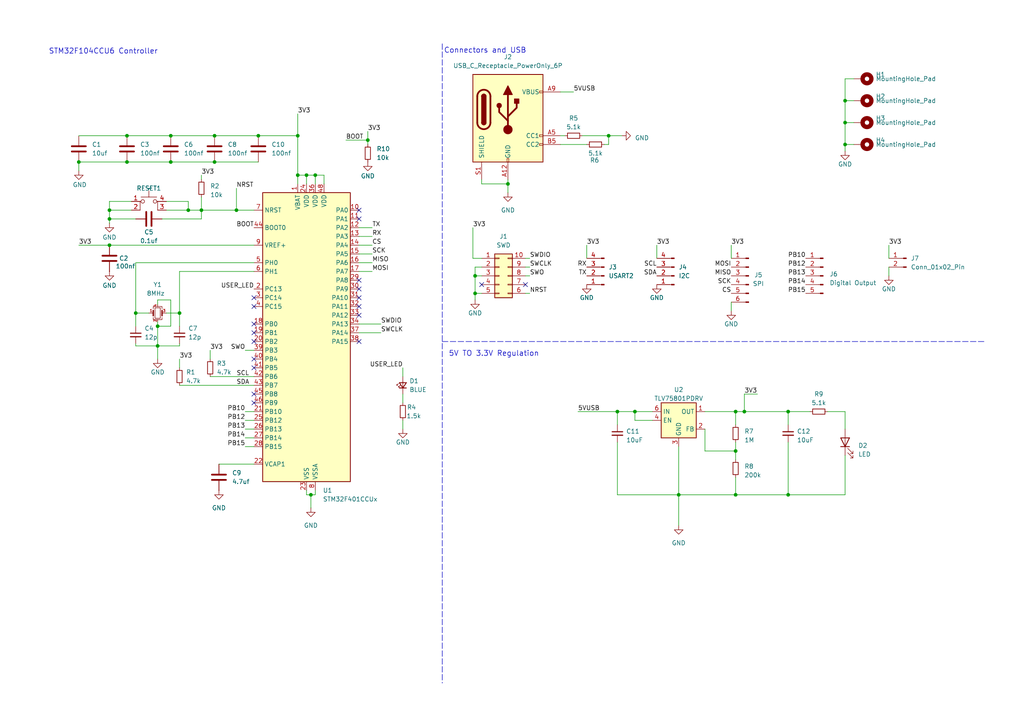
<source format=kicad_sch>
(kicad_sch
	(version 20231120)
	(generator "eeschema")
	(generator_version "8.0")
	(uuid "5ababd80-c916-4924-a4fd-0199ae916652")
	(paper "A4")
	(title_block
		(title "STM32F401CCU6")
		(date "2026-01-14")
		(rev "1")
		(company "Sendhan S")
	)
	(lib_symbols
		(symbol "Connector:Conn_01x02_Pin"
			(pin_names
				(offset 1.016) hide)
			(exclude_from_sim no)
			(in_bom yes)
			(on_board yes)
			(property "Reference" "J"
				(at 0 2.54 0)
				(effects
					(font
						(size 1.27 1.27)
					)
				)
			)
			(property "Value" "Conn_01x02_Pin"
				(at 0 -5.08 0)
				(effects
					(font
						(size 1.27 1.27)
					)
				)
			)
			(property "Footprint" ""
				(at 0 0 0)
				(effects
					(font
						(size 1.27 1.27)
					)
					(hide yes)
				)
			)
			(property "Datasheet" "~"
				(at 0 0 0)
				(effects
					(font
						(size 1.27 1.27)
					)
					(hide yes)
				)
			)
			(property "Description" "Generic connector, single row, 01x02, script generated"
				(at 0 0 0)
				(effects
					(font
						(size 1.27 1.27)
					)
					(hide yes)
				)
			)
			(property "ki_locked" ""
				(at 0 0 0)
				(effects
					(font
						(size 1.27 1.27)
					)
				)
			)
			(property "ki_keywords" "connector"
				(at 0 0 0)
				(effects
					(font
						(size 1.27 1.27)
					)
					(hide yes)
				)
			)
			(property "ki_fp_filters" "Connector*:*_1x??_*"
				(at 0 0 0)
				(effects
					(font
						(size 1.27 1.27)
					)
					(hide yes)
				)
			)
			(symbol "Conn_01x02_Pin_1_1"
				(polyline
					(pts
						(xy 1.27 -2.54) (xy 0.8636 -2.54)
					)
					(stroke
						(width 0.1524)
						(type default)
					)
					(fill
						(type none)
					)
				)
				(polyline
					(pts
						(xy 1.27 0) (xy 0.8636 0)
					)
					(stroke
						(width 0.1524)
						(type default)
					)
					(fill
						(type none)
					)
				)
				(rectangle
					(start 0.8636 -2.413)
					(end 0 -2.667)
					(stroke
						(width 0.1524)
						(type default)
					)
					(fill
						(type outline)
					)
				)
				(rectangle
					(start 0.8636 0.127)
					(end 0 -0.127)
					(stroke
						(width 0.1524)
						(type default)
					)
					(fill
						(type outline)
					)
				)
				(pin passive line
					(at 5.08 0 180)
					(length 3.81)
					(name "Pin_1"
						(effects
							(font
								(size 1.27 1.27)
							)
						)
					)
					(number "1"
						(effects
							(font
								(size 1.27 1.27)
							)
						)
					)
				)
				(pin passive line
					(at 5.08 -2.54 180)
					(length 3.81)
					(name "Pin_2"
						(effects
							(font
								(size 1.27 1.27)
							)
						)
					)
					(number "2"
						(effects
							(font
								(size 1.27 1.27)
							)
						)
					)
				)
			)
		)
		(symbol "Connector:Conn_01x04_Pin"
			(pin_names
				(offset 1.016) hide)
			(exclude_from_sim no)
			(in_bom yes)
			(on_board yes)
			(property "Reference" "J"
				(at 0 5.08 0)
				(effects
					(font
						(size 1.27 1.27)
					)
				)
			)
			(property "Value" "Conn_01x04_Pin"
				(at 0 -7.62 0)
				(effects
					(font
						(size 1.27 1.27)
					)
				)
			)
			(property "Footprint" ""
				(at 0 0 0)
				(effects
					(font
						(size 1.27 1.27)
					)
					(hide yes)
				)
			)
			(property "Datasheet" "~"
				(at 0 0 0)
				(effects
					(font
						(size 1.27 1.27)
					)
					(hide yes)
				)
			)
			(property "Description" "Generic connector, single row, 01x04, script generated"
				(at 0 0 0)
				(effects
					(font
						(size 1.27 1.27)
					)
					(hide yes)
				)
			)
			(property "ki_locked" ""
				(at 0 0 0)
				(effects
					(font
						(size 1.27 1.27)
					)
				)
			)
			(property "ki_keywords" "connector"
				(at 0 0 0)
				(effects
					(font
						(size 1.27 1.27)
					)
					(hide yes)
				)
			)
			(property "ki_fp_filters" "Connector*:*_1x??_*"
				(at 0 0 0)
				(effects
					(font
						(size 1.27 1.27)
					)
					(hide yes)
				)
			)
			(symbol "Conn_01x04_Pin_1_1"
				(polyline
					(pts
						(xy 1.27 -5.08) (xy 0.8636 -5.08)
					)
					(stroke
						(width 0.1524)
						(type default)
					)
					(fill
						(type none)
					)
				)
				(polyline
					(pts
						(xy 1.27 -2.54) (xy 0.8636 -2.54)
					)
					(stroke
						(width 0.1524)
						(type default)
					)
					(fill
						(type none)
					)
				)
				(polyline
					(pts
						(xy 1.27 0) (xy 0.8636 0)
					)
					(stroke
						(width 0.1524)
						(type default)
					)
					(fill
						(type none)
					)
				)
				(polyline
					(pts
						(xy 1.27 2.54) (xy 0.8636 2.54)
					)
					(stroke
						(width 0.1524)
						(type default)
					)
					(fill
						(type none)
					)
				)
				(rectangle
					(start 0.8636 -4.953)
					(end 0 -5.207)
					(stroke
						(width 0.1524)
						(type default)
					)
					(fill
						(type outline)
					)
				)
				(rectangle
					(start 0.8636 -2.413)
					(end 0 -2.667)
					(stroke
						(width 0.1524)
						(type default)
					)
					(fill
						(type outline)
					)
				)
				(rectangle
					(start 0.8636 0.127)
					(end 0 -0.127)
					(stroke
						(width 0.1524)
						(type default)
					)
					(fill
						(type outline)
					)
				)
				(rectangle
					(start 0.8636 2.667)
					(end 0 2.413)
					(stroke
						(width 0.1524)
						(type default)
					)
					(fill
						(type outline)
					)
				)
				(pin passive line
					(at 5.08 2.54 180)
					(length 3.81)
					(name "Pin_1"
						(effects
							(font
								(size 1.27 1.27)
							)
						)
					)
					(number "1"
						(effects
							(font
								(size 1.27 1.27)
							)
						)
					)
				)
				(pin passive line
					(at 5.08 0 180)
					(length 3.81)
					(name "Pin_2"
						(effects
							(font
								(size 1.27 1.27)
							)
						)
					)
					(number "2"
						(effects
							(font
								(size 1.27 1.27)
							)
						)
					)
				)
				(pin passive line
					(at 5.08 -2.54 180)
					(length 3.81)
					(name "Pin_3"
						(effects
							(font
								(size 1.27 1.27)
							)
						)
					)
					(number "3"
						(effects
							(font
								(size 1.27 1.27)
							)
						)
					)
				)
				(pin passive line
					(at 5.08 -5.08 180)
					(length 3.81)
					(name "Pin_4"
						(effects
							(font
								(size 1.27 1.27)
							)
						)
					)
					(number "4"
						(effects
							(font
								(size 1.27 1.27)
							)
						)
					)
				)
			)
		)
		(symbol "Connector:Conn_01x05_Pin"
			(pin_names
				(offset 1.016) hide)
			(exclude_from_sim no)
			(in_bom yes)
			(on_board yes)
			(property "Reference" "J"
				(at 0 7.62 0)
				(effects
					(font
						(size 1.27 1.27)
					)
				)
			)
			(property "Value" "Conn_01x05_Pin"
				(at 0 -7.62 0)
				(effects
					(font
						(size 1.27 1.27)
					)
				)
			)
			(property "Footprint" ""
				(at 0 0 0)
				(effects
					(font
						(size 1.27 1.27)
					)
					(hide yes)
				)
			)
			(property "Datasheet" "~"
				(at 0 0 0)
				(effects
					(font
						(size 1.27 1.27)
					)
					(hide yes)
				)
			)
			(property "Description" "Generic connector, single row, 01x05, script generated"
				(at 0 0 0)
				(effects
					(font
						(size 1.27 1.27)
					)
					(hide yes)
				)
			)
			(property "ki_locked" ""
				(at 0 0 0)
				(effects
					(font
						(size 1.27 1.27)
					)
				)
			)
			(property "ki_keywords" "connector"
				(at 0 0 0)
				(effects
					(font
						(size 1.27 1.27)
					)
					(hide yes)
				)
			)
			(property "ki_fp_filters" "Connector*:*_1x??_*"
				(at 0 0 0)
				(effects
					(font
						(size 1.27 1.27)
					)
					(hide yes)
				)
			)
			(symbol "Conn_01x05_Pin_1_1"
				(polyline
					(pts
						(xy 1.27 -5.08) (xy 0.8636 -5.08)
					)
					(stroke
						(width 0.1524)
						(type default)
					)
					(fill
						(type none)
					)
				)
				(polyline
					(pts
						(xy 1.27 -2.54) (xy 0.8636 -2.54)
					)
					(stroke
						(width 0.1524)
						(type default)
					)
					(fill
						(type none)
					)
				)
				(polyline
					(pts
						(xy 1.27 0) (xy 0.8636 0)
					)
					(stroke
						(width 0.1524)
						(type default)
					)
					(fill
						(type none)
					)
				)
				(polyline
					(pts
						(xy 1.27 2.54) (xy 0.8636 2.54)
					)
					(stroke
						(width 0.1524)
						(type default)
					)
					(fill
						(type none)
					)
				)
				(polyline
					(pts
						(xy 1.27 5.08) (xy 0.8636 5.08)
					)
					(stroke
						(width 0.1524)
						(type default)
					)
					(fill
						(type none)
					)
				)
				(rectangle
					(start 0.8636 -4.953)
					(end 0 -5.207)
					(stroke
						(width 0.1524)
						(type default)
					)
					(fill
						(type outline)
					)
				)
				(rectangle
					(start 0.8636 -2.413)
					(end 0 -2.667)
					(stroke
						(width 0.1524)
						(type default)
					)
					(fill
						(type outline)
					)
				)
				(rectangle
					(start 0.8636 0.127)
					(end 0 -0.127)
					(stroke
						(width 0.1524)
						(type default)
					)
					(fill
						(type outline)
					)
				)
				(rectangle
					(start 0.8636 2.667)
					(end 0 2.413)
					(stroke
						(width 0.1524)
						(type default)
					)
					(fill
						(type outline)
					)
				)
				(rectangle
					(start 0.8636 5.207)
					(end 0 4.953)
					(stroke
						(width 0.1524)
						(type default)
					)
					(fill
						(type outline)
					)
				)
				(pin passive line
					(at 5.08 5.08 180)
					(length 3.81)
					(name "Pin_1"
						(effects
							(font
								(size 1.27 1.27)
							)
						)
					)
					(number "1"
						(effects
							(font
								(size 1.27 1.27)
							)
						)
					)
				)
				(pin passive line
					(at 5.08 2.54 180)
					(length 3.81)
					(name "Pin_2"
						(effects
							(font
								(size 1.27 1.27)
							)
						)
					)
					(number "2"
						(effects
							(font
								(size 1.27 1.27)
							)
						)
					)
				)
				(pin passive line
					(at 5.08 0 180)
					(length 3.81)
					(name "Pin_3"
						(effects
							(font
								(size 1.27 1.27)
							)
						)
					)
					(number "3"
						(effects
							(font
								(size 1.27 1.27)
							)
						)
					)
				)
				(pin passive line
					(at 5.08 -2.54 180)
					(length 3.81)
					(name "Pin_4"
						(effects
							(font
								(size 1.27 1.27)
							)
						)
					)
					(number "4"
						(effects
							(font
								(size 1.27 1.27)
							)
						)
					)
				)
				(pin passive line
					(at 5.08 -5.08 180)
					(length 3.81)
					(name "Pin_5"
						(effects
							(font
								(size 1.27 1.27)
							)
						)
					)
					(number "5"
						(effects
							(font
								(size 1.27 1.27)
							)
						)
					)
				)
			)
		)
		(symbol "Connector:Conn_01x06_Pin"
			(pin_names
				(offset 1.016) hide)
			(exclude_from_sim no)
			(in_bom yes)
			(on_board yes)
			(property "Reference" "J"
				(at 0 7.62 0)
				(effects
					(font
						(size 1.27 1.27)
					)
				)
			)
			(property "Value" "Conn_01x06_Pin"
				(at 0 -10.16 0)
				(effects
					(font
						(size 1.27 1.27)
					)
				)
			)
			(property "Footprint" ""
				(at 0 0 0)
				(effects
					(font
						(size 1.27 1.27)
					)
					(hide yes)
				)
			)
			(property "Datasheet" "~"
				(at 0 0 0)
				(effects
					(font
						(size 1.27 1.27)
					)
					(hide yes)
				)
			)
			(property "Description" "Generic connector, single row, 01x06, script generated"
				(at 0 0 0)
				(effects
					(font
						(size 1.27 1.27)
					)
					(hide yes)
				)
			)
			(property "ki_locked" ""
				(at 0 0 0)
				(effects
					(font
						(size 1.27 1.27)
					)
				)
			)
			(property "ki_keywords" "connector"
				(at 0 0 0)
				(effects
					(font
						(size 1.27 1.27)
					)
					(hide yes)
				)
			)
			(property "ki_fp_filters" "Connector*:*_1x??_*"
				(at 0 0 0)
				(effects
					(font
						(size 1.27 1.27)
					)
					(hide yes)
				)
			)
			(symbol "Conn_01x06_Pin_1_1"
				(polyline
					(pts
						(xy 1.27 -7.62) (xy 0.8636 -7.62)
					)
					(stroke
						(width 0.1524)
						(type default)
					)
					(fill
						(type none)
					)
				)
				(polyline
					(pts
						(xy 1.27 -5.08) (xy 0.8636 -5.08)
					)
					(stroke
						(width 0.1524)
						(type default)
					)
					(fill
						(type none)
					)
				)
				(polyline
					(pts
						(xy 1.27 -2.54) (xy 0.8636 -2.54)
					)
					(stroke
						(width 0.1524)
						(type default)
					)
					(fill
						(type none)
					)
				)
				(polyline
					(pts
						(xy 1.27 0) (xy 0.8636 0)
					)
					(stroke
						(width 0.1524)
						(type default)
					)
					(fill
						(type none)
					)
				)
				(polyline
					(pts
						(xy 1.27 2.54) (xy 0.8636 2.54)
					)
					(stroke
						(width 0.1524)
						(type default)
					)
					(fill
						(type none)
					)
				)
				(polyline
					(pts
						(xy 1.27 5.08) (xy 0.8636 5.08)
					)
					(stroke
						(width 0.1524)
						(type default)
					)
					(fill
						(type none)
					)
				)
				(rectangle
					(start 0.8636 -7.493)
					(end 0 -7.747)
					(stroke
						(width 0.1524)
						(type default)
					)
					(fill
						(type outline)
					)
				)
				(rectangle
					(start 0.8636 -4.953)
					(end 0 -5.207)
					(stroke
						(width 0.1524)
						(type default)
					)
					(fill
						(type outline)
					)
				)
				(rectangle
					(start 0.8636 -2.413)
					(end 0 -2.667)
					(stroke
						(width 0.1524)
						(type default)
					)
					(fill
						(type outline)
					)
				)
				(rectangle
					(start 0.8636 0.127)
					(end 0 -0.127)
					(stroke
						(width 0.1524)
						(type default)
					)
					(fill
						(type outline)
					)
				)
				(rectangle
					(start 0.8636 2.667)
					(end 0 2.413)
					(stroke
						(width 0.1524)
						(type default)
					)
					(fill
						(type outline)
					)
				)
				(rectangle
					(start 0.8636 5.207)
					(end 0 4.953)
					(stroke
						(width 0.1524)
						(type default)
					)
					(fill
						(type outline)
					)
				)
				(pin passive line
					(at 5.08 5.08 180)
					(length 3.81)
					(name "Pin_1"
						(effects
							(font
								(size 1.27 1.27)
							)
						)
					)
					(number "1"
						(effects
							(font
								(size 1.27 1.27)
							)
						)
					)
				)
				(pin passive line
					(at 5.08 2.54 180)
					(length 3.81)
					(name "Pin_2"
						(effects
							(font
								(size 1.27 1.27)
							)
						)
					)
					(number "2"
						(effects
							(font
								(size 1.27 1.27)
							)
						)
					)
				)
				(pin passive line
					(at 5.08 0 180)
					(length 3.81)
					(name "Pin_3"
						(effects
							(font
								(size 1.27 1.27)
							)
						)
					)
					(number "3"
						(effects
							(font
								(size 1.27 1.27)
							)
						)
					)
				)
				(pin passive line
					(at 5.08 -2.54 180)
					(length 3.81)
					(name "Pin_4"
						(effects
							(font
								(size 1.27 1.27)
							)
						)
					)
					(number "4"
						(effects
							(font
								(size 1.27 1.27)
							)
						)
					)
				)
				(pin passive line
					(at 5.08 -5.08 180)
					(length 3.81)
					(name "Pin_5"
						(effects
							(font
								(size 1.27 1.27)
							)
						)
					)
					(number "5"
						(effects
							(font
								(size 1.27 1.27)
							)
						)
					)
				)
				(pin passive line
					(at 5.08 -7.62 180)
					(length 3.81)
					(name "Pin_6"
						(effects
							(font
								(size 1.27 1.27)
							)
						)
					)
					(number "6"
						(effects
							(font
								(size 1.27 1.27)
							)
						)
					)
				)
			)
		)
		(symbol "Connector:USB_C_Receptacle_PowerOnly_6P"
			(pin_names
				(offset 1.016)
			)
			(exclude_from_sim no)
			(in_bom yes)
			(on_board yes)
			(property "Reference" "J"
				(at 0 16.51 0)
				(effects
					(font
						(size 1.27 1.27)
					)
					(justify bottom)
				)
			)
			(property "Value" "USB_C_Receptacle_PowerOnly_6P"
				(at 0 13.97 0)
				(effects
					(font
						(size 1.27 1.27)
					)
					(justify bottom)
				)
			)
			(property "Footprint" ""
				(at 3.81 2.54 0)
				(effects
					(font
						(size 1.27 1.27)
					)
					(hide yes)
				)
			)
			(property "Datasheet" "https://www.usb.org/sites/default/files/documents/usb_type-c.zip"
				(at 0 0 0)
				(effects
					(font
						(size 1.27 1.27)
					)
					(hide yes)
				)
			)
			(property "Description" "USB Power-Only 6P Type-C Receptacle connector"
				(at 0 0 0)
				(effects
					(font
						(size 1.27 1.27)
					)
					(hide yes)
				)
			)
			(property "ki_keywords" "usb universal serial bus type-C power-only charging-only 6P 6C"
				(at 0 0 0)
				(effects
					(font
						(size 1.27 1.27)
					)
					(hide yes)
				)
			)
			(property "ki_fp_filters" "USB*C*Receptacle*"
				(at 0 0 0)
				(effects
					(font
						(size 1.27 1.27)
					)
					(hide yes)
				)
			)
			(symbol "USB_C_Receptacle_PowerOnly_6P_0_0"
				(rectangle
					(start -0.254 -12.7)
					(end 0.254 -11.684)
					(stroke
						(width 0)
						(type default)
					)
					(fill
						(type none)
					)
				)
				(rectangle
					(start 10.16 -7.366)
					(end 9.144 -7.874)
					(stroke
						(width 0)
						(type default)
					)
					(fill
						(type none)
					)
				)
				(rectangle
					(start 10.16 -4.826)
					(end 9.144 -5.334)
					(stroke
						(width 0)
						(type default)
					)
					(fill
						(type none)
					)
				)
				(rectangle
					(start 10.16 7.874)
					(end 9.144 7.366)
					(stroke
						(width 0)
						(type default)
					)
					(fill
						(type none)
					)
				)
			)
			(symbol "USB_C_Receptacle_PowerOnly_6P_0_1"
				(rectangle
					(start -10.16 12.7)
					(end 10.16 -12.7)
					(stroke
						(width 0.254)
						(type default)
					)
					(fill
						(type background)
					)
				)
				(arc
					(start -8.89 -1.27)
					(mid -6.985 -3.1667)
					(end -5.08 -1.27)
					(stroke
						(width 0.508)
						(type default)
					)
					(fill
						(type none)
					)
				)
				(arc
					(start -7.62 -1.27)
					(mid -6.985 -1.9023)
					(end -6.35 -1.27)
					(stroke
						(width 0.254)
						(type default)
					)
					(fill
						(type none)
					)
				)
				(arc
					(start -7.62 -1.27)
					(mid -6.985 -1.9023)
					(end -6.35 -1.27)
					(stroke
						(width 0.254)
						(type default)
					)
					(fill
						(type outline)
					)
				)
				(rectangle
					(start -7.62 -1.27)
					(end -6.35 6.35)
					(stroke
						(width 0.254)
						(type default)
					)
					(fill
						(type outline)
					)
				)
				(arc
					(start -6.35 6.35)
					(mid -6.985 6.9823)
					(end -7.62 6.35)
					(stroke
						(width 0.254)
						(type default)
					)
					(fill
						(type none)
					)
				)
				(arc
					(start -6.35 6.35)
					(mid -6.985 6.9823)
					(end -7.62 6.35)
					(stroke
						(width 0.254)
						(type default)
					)
					(fill
						(type outline)
					)
				)
				(arc
					(start -5.08 6.35)
					(mid -6.985 8.2467)
					(end -8.89 6.35)
					(stroke
						(width 0.508)
						(type default)
					)
					(fill
						(type none)
					)
				)
				(circle
					(center -2.54 3.683)
					(radius 0.635)
					(stroke
						(width 0.254)
						(type default)
					)
					(fill
						(type outline)
					)
				)
				(circle
					(center 0 -3.302)
					(radius 1.27)
					(stroke
						(width 0)
						(type default)
					)
					(fill
						(type outline)
					)
				)
				(polyline
					(pts
						(xy -8.89 -1.27) (xy -8.89 6.35)
					)
					(stroke
						(width 0.508)
						(type default)
					)
					(fill
						(type none)
					)
				)
				(polyline
					(pts
						(xy -5.08 6.35) (xy -5.08 -1.27)
					)
					(stroke
						(width 0.508)
						(type default)
					)
					(fill
						(type none)
					)
				)
				(polyline
					(pts
						(xy 0 -3.302) (xy 0 6.858)
					)
					(stroke
						(width 0.508)
						(type default)
					)
					(fill
						(type none)
					)
				)
				(polyline
					(pts
						(xy 0 -0.762) (xy -2.54 1.778) (xy -2.54 3.048)
					)
					(stroke
						(width 0.508)
						(type default)
					)
					(fill
						(type none)
					)
				)
				(polyline
					(pts
						(xy 0 0.508) (xy 2.54 3.048) (xy 2.54 4.318)
					)
					(stroke
						(width 0.508)
						(type default)
					)
					(fill
						(type none)
					)
				)
				(polyline
					(pts
						(xy -1.27 6.858) (xy 0 9.398) (xy 1.27 6.858) (xy -1.27 6.858)
					)
					(stroke
						(width 0.254)
						(type default)
					)
					(fill
						(type outline)
					)
				)
				(rectangle
					(start 1.905 4.318)
					(end 3.175 5.588)
					(stroke
						(width 0.254)
						(type default)
					)
					(fill
						(type outline)
					)
				)
			)
			(symbol "USB_C_Receptacle_PowerOnly_6P_1_1"
				(pin passive line
					(at 0 -17.78 90)
					(length 5.08)
					(name "GND"
						(effects
							(font
								(size 1.27 1.27)
							)
						)
					)
					(number "A12"
						(effects
							(font
								(size 1.27 1.27)
							)
						)
					)
				)
				(pin bidirectional line
					(at 15.24 -5.08 180)
					(length 5.08)
					(name "CC1"
						(effects
							(font
								(size 1.27 1.27)
							)
						)
					)
					(number "A5"
						(effects
							(font
								(size 1.27 1.27)
							)
						)
					)
				)
				(pin passive line
					(at 15.24 7.62 180)
					(length 5.08)
					(name "VBUS"
						(effects
							(font
								(size 1.27 1.27)
							)
						)
					)
					(number "A9"
						(effects
							(font
								(size 1.27 1.27)
							)
						)
					)
				)
				(pin passive line
					(at 0 -17.78 90)
					(length 5.08) hide
					(name "GND"
						(effects
							(font
								(size 1.27 1.27)
							)
						)
					)
					(number "B12"
						(effects
							(font
								(size 1.27 1.27)
							)
						)
					)
				)
				(pin bidirectional line
					(at 15.24 -7.62 180)
					(length 5.08)
					(name "CC2"
						(effects
							(font
								(size 1.27 1.27)
							)
						)
					)
					(number "B5"
						(effects
							(font
								(size 1.27 1.27)
							)
						)
					)
				)
				(pin passive line
					(at 15.24 7.62 180)
					(length 5.08) hide
					(name "VBUS"
						(effects
							(font
								(size 1.27 1.27)
							)
						)
					)
					(number "B9"
						(effects
							(font
								(size 1.27 1.27)
							)
						)
					)
				)
				(pin passive line
					(at -7.62 -17.78 90)
					(length 5.08)
					(name "SHIELD"
						(effects
							(font
								(size 1.27 1.27)
							)
						)
					)
					(number "S1"
						(effects
							(font
								(size 1.27 1.27)
							)
						)
					)
				)
			)
		)
		(symbol "Connector_Generic:Conn_02x05_Counter_Clockwise"
			(pin_names
				(offset 1.016) hide)
			(exclude_from_sim no)
			(in_bom yes)
			(on_board yes)
			(property "Reference" "J"
				(at 1.27 7.62 0)
				(effects
					(font
						(size 1.27 1.27)
					)
				)
			)
			(property "Value" "Conn_02x05_Counter_Clockwise"
				(at 1.27 -7.62 0)
				(effects
					(font
						(size 1.27 1.27)
					)
				)
			)
			(property "Footprint" ""
				(at 0 0 0)
				(effects
					(font
						(size 1.27 1.27)
					)
					(hide yes)
				)
			)
			(property "Datasheet" "~"
				(at 0 0 0)
				(effects
					(font
						(size 1.27 1.27)
					)
					(hide yes)
				)
			)
			(property "Description" "Generic connector, double row, 02x05, counter clockwise pin numbering scheme (similar to DIP package numbering), script generated (kicad-library-utils/schlib/autogen/connector/)"
				(at 0 0 0)
				(effects
					(font
						(size 1.27 1.27)
					)
					(hide yes)
				)
			)
			(property "ki_keywords" "connector"
				(at 0 0 0)
				(effects
					(font
						(size 1.27 1.27)
					)
					(hide yes)
				)
			)
			(property "ki_fp_filters" "Connector*:*_2x??_*"
				(at 0 0 0)
				(effects
					(font
						(size 1.27 1.27)
					)
					(hide yes)
				)
			)
			(symbol "Conn_02x05_Counter_Clockwise_1_1"
				(rectangle
					(start -1.27 -4.953)
					(end 0 -5.207)
					(stroke
						(width 0.1524)
						(type default)
					)
					(fill
						(type none)
					)
				)
				(rectangle
					(start -1.27 -2.413)
					(end 0 -2.667)
					(stroke
						(width 0.1524)
						(type default)
					)
					(fill
						(type none)
					)
				)
				(rectangle
					(start -1.27 0.127)
					(end 0 -0.127)
					(stroke
						(width 0.1524)
						(type default)
					)
					(fill
						(type none)
					)
				)
				(rectangle
					(start -1.27 2.667)
					(end 0 2.413)
					(stroke
						(width 0.1524)
						(type default)
					)
					(fill
						(type none)
					)
				)
				(rectangle
					(start -1.27 5.207)
					(end 0 4.953)
					(stroke
						(width 0.1524)
						(type default)
					)
					(fill
						(type none)
					)
				)
				(rectangle
					(start -1.27 6.35)
					(end 3.81 -6.35)
					(stroke
						(width 0.254)
						(type default)
					)
					(fill
						(type background)
					)
				)
				(rectangle
					(start 3.81 -4.953)
					(end 2.54 -5.207)
					(stroke
						(width 0.1524)
						(type default)
					)
					(fill
						(type none)
					)
				)
				(rectangle
					(start 3.81 -2.413)
					(end 2.54 -2.667)
					(stroke
						(width 0.1524)
						(type default)
					)
					(fill
						(type none)
					)
				)
				(rectangle
					(start 3.81 0.127)
					(end 2.54 -0.127)
					(stroke
						(width 0.1524)
						(type default)
					)
					(fill
						(type none)
					)
				)
				(rectangle
					(start 3.81 2.667)
					(end 2.54 2.413)
					(stroke
						(width 0.1524)
						(type default)
					)
					(fill
						(type none)
					)
				)
				(rectangle
					(start 3.81 5.207)
					(end 2.54 4.953)
					(stroke
						(width 0.1524)
						(type default)
					)
					(fill
						(type none)
					)
				)
				(pin passive line
					(at -5.08 5.08 0)
					(length 3.81)
					(name "Pin_1"
						(effects
							(font
								(size 1.27 1.27)
							)
						)
					)
					(number "1"
						(effects
							(font
								(size 1.27 1.27)
							)
						)
					)
				)
				(pin passive line
					(at 7.62 5.08 180)
					(length 3.81)
					(name "Pin_10"
						(effects
							(font
								(size 1.27 1.27)
							)
						)
					)
					(number "10"
						(effects
							(font
								(size 1.27 1.27)
							)
						)
					)
				)
				(pin passive line
					(at -5.08 2.54 0)
					(length 3.81)
					(name "Pin_2"
						(effects
							(font
								(size 1.27 1.27)
							)
						)
					)
					(number "2"
						(effects
							(font
								(size 1.27 1.27)
							)
						)
					)
				)
				(pin passive line
					(at -5.08 0 0)
					(length 3.81)
					(name "Pin_3"
						(effects
							(font
								(size 1.27 1.27)
							)
						)
					)
					(number "3"
						(effects
							(font
								(size 1.27 1.27)
							)
						)
					)
				)
				(pin passive line
					(at -5.08 -2.54 0)
					(length 3.81)
					(name "Pin_4"
						(effects
							(font
								(size 1.27 1.27)
							)
						)
					)
					(number "4"
						(effects
							(font
								(size 1.27 1.27)
							)
						)
					)
				)
				(pin passive line
					(at -5.08 -5.08 0)
					(length 3.81)
					(name "Pin_5"
						(effects
							(font
								(size 1.27 1.27)
							)
						)
					)
					(number "5"
						(effects
							(font
								(size 1.27 1.27)
							)
						)
					)
				)
				(pin passive line
					(at 7.62 -5.08 180)
					(length 3.81)
					(name "Pin_6"
						(effects
							(font
								(size 1.27 1.27)
							)
						)
					)
					(number "6"
						(effects
							(font
								(size 1.27 1.27)
							)
						)
					)
				)
				(pin passive line
					(at 7.62 -2.54 180)
					(length 3.81)
					(name "Pin_7"
						(effects
							(font
								(size 1.27 1.27)
							)
						)
					)
					(number "7"
						(effects
							(font
								(size 1.27 1.27)
							)
						)
					)
				)
				(pin passive line
					(at 7.62 0 180)
					(length 3.81)
					(name "Pin_8"
						(effects
							(font
								(size 1.27 1.27)
							)
						)
					)
					(number "8"
						(effects
							(font
								(size 1.27 1.27)
							)
						)
					)
				)
				(pin passive line
					(at 7.62 2.54 180)
					(length 3.81)
					(name "Pin_9"
						(effects
							(font
								(size 1.27 1.27)
							)
						)
					)
					(number "9"
						(effects
							(font
								(size 1.27 1.27)
							)
						)
					)
				)
			)
		)
		(symbol "Device:C"
			(pin_numbers hide)
			(pin_names
				(offset 0.254)
			)
			(exclude_from_sim no)
			(in_bom yes)
			(on_board yes)
			(property "Reference" "C"
				(at 0.635 2.54 0)
				(effects
					(font
						(size 1.27 1.27)
					)
					(justify left)
				)
			)
			(property "Value" "C"
				(at 0.635 -2.54 0)
				(effects
					(font
						(size 1.27 1.27)
					)
					(justify left)
				)
			)
			(property "Footprint" ""
				(at 0.9652 -3.81 0)
				(effects
					(font
						(size 1.27 1.27)
					)
					(hide yes)
				)
			)
			(property "Datasheet" "~"
				(at 0 0 0)
				(effects
					(font
						(size 1.27 1.27)
					)
					(hide yes)
				)
			)
			(property "Description" "Unpolarized capacitor"
				(at 0 0 0)
				(effects
					(font
						(size 1.27 1.27)
					)
					(hide yes)
				)
			)
			(property "ki_keywords" "cap capacitor"
				(at 0 0 0)
				(effects
					(font
						(size 1.27 1.27)
					)
					(hide yes)
				)
			)
			(property "ki_fp_filters" "C_*"
				(at 0 0 0)
				(effects
					(font
						(size 1.27 1.27)
					)
					(hide yes)
				)
			)
			(symbol "C_0_1"
				(polyline
					(pts
						(xy -2.032 -0.762) (xy 2.032 -0.762)
					)
					(stroke
						(width 0.508)
						(type default)
					)
					(fill
						(type none)
					)
				)
				(polyline
					(pts
						(xy -2.032 0.762) (xy 2.032 0.762)
					)
					(stroke
						(width 0.508)
						(type default)
					)
					(fill
						(type none)
					)
				)
			)
			(symbol "C_1_1"
				(pin passive line
					(at 0 3.81 270)
					(length 2.794)
					(name "~"
						(effects
							(font
								(size 1.27 1.27)
							)
						)
					)
					(number "1"
						(effects
							(font
								(size 1.27 1.27)
							)
						)
					)
				)
				(pin passive line
					(at 0 -3.81 90)
					(length 2.794)
					(name "~"
						(effects
							(font
								(size 1.27 1.27)
							)
						)
					)
					(number "2"
						(effects
							(font
								(size 1.27 1.27)
							)
						)
					)
				)
			)
		)
		(symbol "Device:C_Small"
			(pin_numbers hide)
			(pin_names
				(offset 0.254) hide)
			(exclude_from_sim no)
			(in_bom yes)
			(on_board yes)
			(property "Reference" "C"
				(at 0.254 1.778 0)
				(effects
					(font
						(size 1.27 1.27)
					)
					(justify left)
				)
			)
			(property "Value" "C_Small"
				(at 0.254 -2.032 0)
				(effects
					(font
						(size 1.27 1.27)
					)
					(justify left)
				)
			)
			(property "Footprint" ""
				(at 0 0 0)
				(effects
					(font
						(size 1.27 1.27)
					)
					(hide yes)
				)
			)
			(property "Datasheet" "~"
				(at 0 0 0)
				(effects
					(font
						(size 1.27 1.27)
					)
					(hide yes)
				)
			)
			(property "Description" "Unpolarized capacitor, small symbol"
				(at 0 0 0)
				(effects
					(font
						(size 1.27 1.27)
					)
					(hide yes)
				)
			)
			(property "ki_keywords" "capacitor cap"
				(at 0 0 0)
				(effects
					(font
						(size 1.27 1.27)
					)
					(hide yes)
				)
			)
			(property "ki_fp_filters" "C_*"
				(at 0 0 0)
				(effects
					(font
						(size 1.27 1.27)
					)
					(hide yes)
				)
			)
			(symbol "C_Small_0_1"
				(polyline
					(pts
						(xy -1.524 -0.508) (xy 1.524 -0.508)
					)
					(stroke
						(width 0.3302)
						(type default)
					)
					(fill
						(type none)
					)
				)
				(polyline
					(pts
						(xy -1.524 0.508) (xy 1.524 0.508)
					)
					(stroke
						(width 0.3048)
						(type default)
					)
					(fill
						(type none)
					)
				)
			)
			(symbol "C_Small_1_1"
				(pin passive line
					(at 0 2.54 270)
					(length 2.032)
					(name "~"
						(effects
							(font
								(size 1.27 1.27)
							)
						)
					)
					(number "1"
						(effects
							(font
								(size 1.27 1.27)
							)
						)
					)
				)
				(pin passive line
					(at 0 -2.54 90)
					(length 2.032)
					(name "~"
						(effects
							(font
								(size 1.27 1.27)
							)
						)
					)
					(number "2"
						(effects
							(font
								(size 1.27 1.27)
							)
						)
					)
				)
			)
		)
		(symbol "Device:Crystal_GND24_Small"
			(pin_names
				(offset 1.016) hide)
			(exclude_from_sim no)
			(in_bom yes)
			(on_board yes)
			(property "Reference" "Y"
				(at 1.27 4.445 0)
				(effects
					(font
						(size 1.27 1.27)
					)
					(justify left)
				)
			)
			(property "Value" "Crystal_GND24_Small"
				(at 1.27 2.54 0)
				(effects
					(font
						(size 1.27 1.27)
					)
					(justify left)
				)
			)
			(property "Footprint" ""
				(at 0 0 0)
				(effects
					(font
						(size 1.27 1.27)
					)
					(hide yes)
				)
			)
			(property "Datasheet" "~"
				(at 0 0 0)
				(effects
					(font
						(size 1.27 1.27)
					)
					(hide yes)
				)
			)
			(property "Description" "Four pin crystal, GND on pins 2 and 4, small symbol"
				(at 0 0 0)
				(effects
					(font
						(size 1.27 1.27)
					)
					(hide yes)
				)
			)
			(property "ki_keywords" "quartz ceramic resonator oscillator"
				(at 0 0 0)
				(effects
					(font
						(size 1.27 1.27)
					)
					(hide yes)
				)
			)
			(property "ki_fp_filters" "Crystal*"
				(at 0 0 0)
				(effects
					(font
						(size 1.27 1.27)
					)
					(hide yes)
				)
			)
			(symbol "Crystal_GND24_Small_0_1"
				(rectangle
					(start -0.762 -1.524)
					(end 0.762 1.524)
					(stroke
						(width 0)
						(type default)
					)
					(fill
						(type none)
					)
				)
				(polyline
					(pts
						(xy -1.27 -0.762) (xy -1.27 0.762)
					)
					(stroke
						(width 0.381)
						(type default)
					)
					(fill
						(type none)
					)
				)
				(polyline
					(pts
						(xy 1.27 -0.762) (xy 1.27 0.762)
					)
					(stroke
						(width 0.381)
						(type default)
					)
					(fill
						(type none)
					)
				)
				(polyline
					(pts
						(xy -1.27 -1.27) (xy -1.27 -1.905) (xy 1.27 -1.905) (xy 1.27 -1.27)
					)
					(stroke
						(width 0)
						(type default)
					)
					(fill
						(type none)
					)
				)
				(polyline
					(pts
						(xy -1.27 1.27) (xy -1.27 1.905) (xy 1.27 1.905) (xy 1.27 1.27)
					)
					(stroke
						(width 0)
						(type default)
					)
					(fill
						(type none)
					)
				)
			)
			(symbol "Crystal_GND24_Small_1_1"
				(pin passive line
					(at -2.54 0 0)
					(length 1.27)
					(name "1"
						(effects
							(font
								(size 1.27 1.27)
							)
						)
					)
					(number "1"
						(effects
							(font
								(size 0.762 0.762)
							)
						)
					)
				)
				(pin passive line
					(at 0 -2.54 90)
					(length 0.635)
					(name "2"
						(effects
							(font
								(size 1.27 1.27)
							)
						)
					)
					(number "2"
						(effects
							(font
								(size 0.762 0.762)
							)
						)
					)
				)
				(pin passive line
					(at 2.54 0 180)
					(length 1.27)
					(name "3"
						(effects
							(font
								(size 1.27 1.27)
							)
						)
					)
					(number "3"
						(effects
							(font
								(size 0.762 0.762)
							)
						)
					)
				)
				(pin passive line
					(at 0 2.54 270)
					(length 0.635)
					(name "4"
						(effects
							(font
								(size 1.27 1.27)
							)
						)
					)
					(number "4"
						(effects
							(font
								(size 0.762 0.762)
							)
						)
					)
				)
			)
		)
		(symbol "Device:LED"
			(pin_numbers hide)
			(pin_names
				(offset 1.016) hide)
			(exclude_from_sim no)
			(in_bom yes)
			(on_board yes)
			(property "Reference" "D"
				(at 0 2.54 0)
				(effects
					(font
						(size 1.27 1.27)
					)
				)
			)
			(property "Value" "LED"
				(at 0 -2.54 0)
				(effects
					(font
						(size 1.27 1.27)
					)
				)
			)
			(property "Footprint" ""
				(at 0 0 0)
				(effects
					(font
						(size 1.27 1.27)
					)
					(hide yes)
				)
			)
			(property "Datasheet" "~"
				(at 0 0 0)
				(effects
					(font
						(size 1.27 1.27)
					)
					(hide yes)
				)
			)
			(property "Description" "Light emitting diode"
				(at 0 0 0)
				(effects
					(font
						(size 1.27 1.27)
					)
					(hide yes)
				)
			)
			(property "ki_keywords" "LED diode"
				(at 0 0 0)
				(effects
					(font
						(size 1.27 1.27)
					)
					(hide yes)
				)
			)
			(property "ki_fp_filters" "LED* LED_SMD:* LED_THT:*"
				(at 0 0 0)
				(effects
					(font
						(size 1.27 1.27)
					)
					(hide yes)
				)
			)
			(symbol "LED_0_1"
				(polyline
					(pts
						(xy -1.27 -1.27) (xy -1.27 1.27)
					)
					(stroke
						(width 0.254)
						(type default)
					)
					(fill
						(type none)
					)
				)
				(polyline
					(pts
						(xy -1.27 0) (xy 1.27 0)
					)
					(stroke
						(width 0)
						(type default)
					)
					(fill
						(type none)
					)
				)
				(polyline
					(pts
						(xy 1.27 -1.27) (xy 1.27 1.27) (xy -1.27 0) (xy 1.27 -1.27)
					)
					(stroke
						(width 0.254)
						(type default)
					)
					(fill
						(type none)
					)
				)
				(polyline
					(pts
						(xy -3.048 -0.762) (xy -4.572 -2.286) (xy -3.81 -2.286) (xy -4.572 -2.286) (xy -4.572 -1.524)
					)
					(stroke
						(width 0)
						(type default)
					)
					(fill
						(type none)
					)
				)
				(polyline
					(pts
						(xy -1.778 -0.762) (xy -3.302 -2.286) (xy -2.54 -2.286) (xy -3.302 -2.286) (xy -3.302 -1.524)
					)
					(stroke
						(width 0)
						(type default)
					)
					(fill
						(type none)
					)
				)
			)
			(symbol "LED_1_1"
				(pin passive line
					(at -3.81 0 0)
					(length 2.54)
					(name "K"
						(effects
							(font
								(size 1.27 1.27)
							)
						)
					)
					(number "1"
						(effects
							(font
								(size 1.27 1.27)
							)
						)
					)
				)
				(pin passive line
					(at 3.81 0 180)
					(length 2.54)
					(name "A"
						(effects
							(font
								(size 1.27 1.27)
							)
						)
					)
					(number "2"
						(effects
							(font
								(size 1.27 1.27)
							)
						)
					)
				)
			)
		)
		(symbol "Device:LED_Small"
			(pin_numbers hide)
			(pin_names
				(offset 0.254) hide)
			(exclude_from_sim no)
			(in_bom yes)
			(on_board yes)
			(property "Reference" "D"
				(at -1.27 3.175 0)
				(effects
					(font
						(size 1.27 1.27)
					)
					(justify left)
				)
			)
			(property "Value" "LED_Small"
				(at -4.445 -2.54 0)
				(effects
					(font
						(size 1.27 1.27)
					)
					(justify left)
				)
			)
			(property "Footprint" ""
				(at 0 0 90)
				(effects
					(font
						(size 1.27 1.27)
					)
					(hide yes)
				)
			)
			(property "Datasheet" "~"
				(at 0 0 90)
				(effects
					(font
						(size 1.27 1.27)
					)
					(hide yes)
				)
			)
			(property "Description" "Light emitting diode, small symbol"
				(at 0 0 0)
				(effects
					(font
						(size 1.27 1.27)
					)
					(hide yes)
				)
			)
			(property "ki_keywords" "LED diode light-emitting-diode"
				(at 0 0 0)
				(effects
					(font
						(size 1.27 1.27)
					)
					(hide yes)
				)
			)
			(property "ki_fp_filters" "LED* LED_SMD:* LED_THT:*"
				(at 0 0 0)
				(effects
					(font
						(size 1.27 1.27)
					)
					(hide yes)
				)
			)
			(symbol "LED_Small_0_1"
				(polyline
					(pts
						(xy -0.762 -1.016) (xy -0.762 1.016)
					)
					(stroke
						(width 0.254)
						(type default)
					)
					(fill
						(type none)
					)
				)
				(polyline
					(pts
						(xy 1.016 0) (xy -0.762 0)
					)
					(stroke
						(width 0)
						(type default)
					)
					(fill
						(type none)
					)
				)
				(polyline
					(pts
						(xy 0.762 -1.016) (xy -0.762 0) (xy 0.762 1.016) (xy 0.762 -1.016)
					)
					(stroke
						(width 0.254)
						(type default)
					)
					(fill
						(type none)
					)
				)
				(polyline
					(pts
						(xy 0 0.762) (xy -0.508 1.27) (xy -0.254 1.27) (xy -0.508 1.27) (xy -0.508 1.016)
					)
					(stroke
						(width 0)
						(type default)
					)
					(fill
						(type none)
					)
				)
				(polyline
					(pts
						(xy 0.508 1.27) (xy 0 1.778) (xy 0.254 1.778) (xy 0 1.778) (xy 0 1.524)
					)
					(stroke
						(width 0)
						(type default)
					)
					(fill
						(type none)
					)
				)
			)
			(symbol "LED_Small_1_1"
				(pin passive line
					(at -2.54 0 0)
					(length 1.778)
					(name "K"
						(effects
							(font
								(size 1.27 1.27)
							)
						)
					)
					(number "1"
						(effects
							(font
								(size 1.27 1.27)
							)
						)
					)
				)
				(pin passive line
					(at 2.54 0 180)
					(length 1.778)
					(name "A"
						(effects
							(font
								(size 1.27 1.27)
							)
						)
					)
					(number "2"
						(effects
							(font
								(size 1.27 1.27)
							)
						)
					)
				)
			)
		)
		(symbol "Device:R_Small"
			(pin_numbers hide)
			(pin_names
				(offset 0.254) hide)
			(exclude_from_sim no)
			(in_bom yes)
			(on_board yes)
			(property "Reference" "R"
				(at 0.762 0.508 0)
				(effects
					(font
						(size 1.27 1.27)
					)
					(justify left)
				)
			)
			(property "Value" "R_Small"
				(at 0.762 -1.016 0)
				(effects
					(font
						(size 1.27 1.27)
					)
					(justify left)
				)
			)
			(property "Footprint" ""
				(at 0 0 0)
				(effects
					(font
						(size 1.27 1.27)
					)
					(hide yes)
				)
			)
			(property "Datasheet" "~"
				(at 0 0 0)
				(effects
					(font
						(size 1.27 1.27)
					)
					(hide yes)
				)
			)
			(property "Description" "Resistor, small symbol"
				(at 0 0 0)
				(effects
					(font
						(size 1.27 1.27)
					)
					(hide yes)
				)
			)
			(property "ki_keywords" "R resistor"
				(at 0 0 0)
				(effects
					(font
						(size 1.27 1.27)
					)
					(hide yes)
				)
			)
			(property "ki_fp_filters" "R_*"
				(at 0 0 0)
				(effects
					(font
						(size 1.27 1.27)
					)
					(hide yes)
				)
			)
			(symbol "R_Small_0_1"
				(rectangle
					(start -0.762 1.778)
					(end 0.762 -1.778)
					(stroke
						(width 0.2032)
						(type default)
					)
					(fill
						(type none)
					)
				)
			)
			(symbol "R_Small_1_1"
				(pin passive line
					(at 0 2.54 270)
					(length 0.762)
					(name "~"
						(effects
							(font
								(size 1.27 1.27)
							)
						)
					)
					(number "1"
						(effects
							(font
								(size 1.27 1.27)
							)
						)
					)
				)
				(pin passive line
					(at 0 -2.54 90)
					(length 0.762)
					(name "~"
						(effects
							(font
								(size 1.27 1.27)
							)
						)
					)
					(number "2"
						(effects
							(font
								(size 1.27 1.27)
							)
						)
					)
				)
			)
		)
		(symbol "GND_1"
			(power)
			(pin_numbers hide)
			(pin_names
				(offset 0) hide)
			(exclude_from_sim no)
			(in_bom yes)
			(on_board yes)
			(property "Reference" "#PWR"
				(at 0 -6.35 0)
				(effects
					(font
						(size 1.27 1.27)
					)
					(hide yes)
				)
			)
			(property "Value" "GND"
				(at 0 -3.81 0)
				(effects
					(font
						(size 1.27 1.27)
					)
				)
			)
			(property "Footprint" ""
				(at 0 0 0)
				(effects
					(font
						(size 1.27 1.27)
					)
					(hide yes)
				)
			)
			(property "Datasheet" ""
				(at 0 0 0)
				(effects
					(font
						(size 1.27 1.27)
					)
					(hide yes)
				)
			)
			(property "Description" "Power symbol creates a global label with name \"GND\" , ground"
				(at 0 0 0)
				(effects
					(font
						(size 1.27 1.27)
					)
					(hide yes)
				)
			)
			(property "ki_keywords" "global power"
				(at 0 0 0)
				(effects
					(font
						(size 1.27 1.27)
					)
					(hide yes)
				)
			)
			(symbol "GND_1_0_1"
				(polyline
					(pts
						(xy 0 0) (xy 0 -1.27) (xy 1.27 -1.27) (xy 0 -2.54) (xy -1.27 -1.27) (xy 0 -1.27)
					)
					(stroke
						(width 0)
						(type default)
					)
					(fill
						(type none)
					)
				)
			)
			(symbol "GND_1_1_1"
				(pin power_in line
					(at 0 0 270)
					(length 0)
					(name "~"
						(effects
							(font
								(size 1.27 1.27)
							)
						)
					)
					(number "1"
						(effects
							(font
								(size 1.27 1.27)
							)
						)
					)
				)
			)
		)
		(symbol "MCU_ST_STM32F4:STM32F401CCUx"
			(exclude_from_sim no)
			(in_bom yes)
			(on_board yes)
			(property "Reference" "U"
				(at -12.7 44.45 0)
				(effects
					(font
						(size 1.27 1.27)
					)
					(justify left)
				)
			)
			(property "Value" "STM32F401CCUx"
				(at 7.62 44.45 0)
				(effects
					(font
						(size 1.27 1.27)
					)
					(justify left)
				)
			)
			(property "Footprint" "Package_DFN_QFN:QFN-48-1EP_7x7mm_P0.5mm_EP5.6x5.6mm"
				(at -12.7 -40.64 0)
				(effects
					(font
						(size 1.27 1.27)
					)
					(justify right)
					(hide yes)
				)
			)
			(property "Datasheet" "https://www.st.com/resource/en/datasheet/stm32f401cc.pdf"
				(at 0 0 0)
				(effects
					(font
						(size 1.27 1.27)
					)
					(hide yes)
				)
			)
			(property "Description" "STMicroelectronics Arm Cortex-M4 MCU, 256KB flash, 64KB RAM, 84 MHz, 1.7-3.6V, 36 GPIO, UFQFPN48"
				(at 0 0 0)
				(effects
					(font
						(size 1.27 1.27)
					)
					(hide yes)
				)
			)
			(property "ki_keywords" "Arm Cortex-M4 STM32F4 STM32F401"
				(at 0 0 0)
				(effects
					(font
						(size 1.27 1.27)
					)
					(hide yes)
				)
			)
			(property "ki_fp_filters" "QFN*1EP*7x7mm*P0.5mm*"
				(at 0 0 0)
				(effects
					(font
						(size 1.27 1.27)
					)
					(hide yes)
				)
			)
			(symbol "STM32F401CCUx_0_1"
				(rectangle
					(start -12.7 -40.64)
					(end 12.7 43.18)
					(stroke
						(width 0.254)
						(type default)
					)
					(fill
						(type background)
					)
				)
			)
			(symbol "STM32F401CCUx_1_1"
				(pin power_in line
					(at -2.54 45.72 270)
					(length 2.54)
					(name "VBAT"
						(effects
							(font
								(size 1.27 1.27)
							)
						)
					)
					(number "1"
						(effects
							(font
								(size 1.27 1.27)
							)
						)
					)
				)
				(pin bidirectional line
					(at 15.24 38.1 180)
					(length 2.54)
					(name "PA0"
						(effects
							(font
								(size 1.27 1.27)
							)
						)
					)
					(number "10"
						(effects
							(font
								(size 1.27 1.27)
							)
						)
					)
					(alternate "ADC1_IN0" bidirectional line)
					(alternate "SYS_WKUP" bidirectional line)
					(alternate "TIM2_CH1" bidirectional line)
					(alternate "TIM2_ETR" bidirectional line)
					(alternate "TIM5_CH1" bidirectional line)
					(alternate "USART2_CTS" bidirectional line)
				)
				(pin bidirectional line
					(at 15.24 35.56 180)
					(length 2.54)
					(name "PA1"
						(effects
							(font
								(size 1.27 1.27)
							)
						)
					)
					(number "11"
						(effects
							(font
								(size 1.27 1.27)
							)
						)
					)
					(alternate "ADC1_IN1" bidirectional line)
					(alternate "TIM2_CH2" bidirectional line)
					(alternate "TIM5_CH2" bidirectional line)
					(alternate "USART2_RTS" bidirectional line)
				)
				(pin bidirectional line
					(at 15.24 33.02 180)
					(length 2.54)
					(name "PA2"
						(effects
							(font
								(size 1.27 1.27)
							)
						)
					)
					(number "12"
						(effects
							(font
								(size 1.27 1.27)
							)
						)
					)
					(alternate "ADC1_IN2" bidirectional line)
					(alternate "TIM2_CH3" bidirectional line)
					(alternate "TIM5_CH3" bidirectional line)
					(alternate "TIM9_CH1" bidirectional line)
					(alternate "USART2_TX" bidirectional line)
				)
				(pin bidirectional line
					(at 15.24 30.48 180)
					(length 2.54)
					(name "PA3"
						(effects
							(font
								(size 1.27 1.27)
							)
						)
					)
					(number "13"
						(effects
							(font
								(size 1.27 1.27)
							)
						)
					)
					(alternate "ADC1_IN3" bidirectional line)
					(alternate "TIM2_CH4" bidirectional line)
					(alternate "TIM5_CH4" bidirectional line)
					(alternate "TIM9_CH2" bidirectional line)
					(alternate "USART2_RX" bidirectional line)
				)
				(pin bidirectional line
					(at 15.24 27.94 180)
					(length 2.54)
					(name "PA4"
						(effects
							(font
								(size 1.27 1.27)
							)
						)
					)
					(number "14"
						(effects
							(font
								(size 1.27 1.27)
							)
						)
					)
					(alternate "ADC1_IN4" bidirectional line)
					(alternate "I2S3_WS" bidirectional line)
					(alternate "SPI1_NSS" bidirectional line)
					(alternate "SPI3_NSS" bidirectional line)
					(alternate "USART2_CK" bidirectional line)
				)
				(pin bidirectional line
					(at 15.24 25.4 180)
					(length 2.54)
					(name "PA5"
						(effects
							(font
								(size 1.27 1.27)
							)
						)
					)
					(number "15"
						(effects
							(font
								(size 1.27 1.27)
							)
						)
					)
					(alternate "ADC1_IN5" bidirectional line)
					(alternate "SPI1_SCK" bidirectional line)
					(alternate "TIM2_CH1" bidirectional line)
					(alternate "TIM2_ETR" bidirectional line)
				)
				(pin bidirectional line
					(at 15.24 22.86 180)
					(length 2.54)
					(name "PA6"
						(effects
							(font
								(size 1.27 1.27)
							)
						)
					)
					(number "16"
						(effects
							(font
								(size 1.27 1.27)
							)
						)
					)
					(alternate "ADC1_IN6" bidirectional line)
					(alternate "SPI1_MISO" bidirectional line)
					(alternate "TIM1_BKIN" bidirectional line)
					(alternate "TIM3_CH1" bidirectional line)
				)
				(pin bidirectional line
					(at 15.24 20.32 180)
					(length 2.54)
					(name "PA7"
						(effects
							(font
								(size 1.27 1.27)
							)
						)
					)
					(number "17"
						(effects
							(font
								(size 1.27 1.27)
							)
						)
					)
					(alternate "ADC1_IN7" bidirectional line)
					(alternate "SPI1_MOSI" bidirectional line)
					(alternate "TIM1_CH1N" bidirectional line)
					(alternate "TIM3_CH2" bidirectional line)
				)
				(pin bidirectional line
					(at -15.24 5.08 0)
					(length 2.54)
					(name "PB0"
						(effects
							(font
								(size 1.27 1.27)
							)
						)
					)
					(number "18"
						(effects
							(font
								(size 1.27 1.27)
							)
						)
					)
					(alternate "ADC1_IN8" bidirectional line)
					(alternate "TIM1_CH2N" bidirectional line)
					(alternate "TIM3_CH3" bidirectional line)
				)
				(pin bidirectional line
					(at -15.24 2.54 0)
					(length 2.54)
					(name "PB1"
						(effects
							(font
								(size 1.27 1.27)
							)
						)
					)
					(number "19"
						(effects
							(font
								(size 1.27 1.27)
							)
						)
					)
					(alternate "ADC1_IN9" bidirectional line)
					(alternate "TIM1_CH3N" bidirectional line)
					(alternate "TIM3_CH4" bidirectional line)
				)
				(pin bidirectional line
					(at -15.24 15.24 0)
					(length 2.54)
					(name "PC13"
						(effects
							(font
								(size 1.27 1.27)
							)
						)
					)
					(number "2"
						(effects
							(font
								(size 1.27 1.27)
							)
						)
					)
					(alternate "RTC_AF1" bidirectional line)
				)
				(pin bidirectional line
					(at -15.24 0 0)
					(length 2.54)
					(name "PB2"
						(effects
							(font
								(size 1.27 1.27)
							)
						)
					)
					(number "20"
						(effects
							(font
								(size 1.27 1.27)
							)
						)
					)
				)
				(pin bidirectional line
					(at -15.24 -20.32 0)
					(length 2.54)
					(name "PB10"
						(effects
							(font
								(size 1.27 1.27)
							)
						)
					)
					(number "21"
						(effects
							(font
								(size 1.27 1.27)
							)
						)
					)
					(alternate "I2C2_SCL" bidirectional line)
					(alternate "I2S2_CK" bidirectional line)
					(alternate "SPI2_SCK" bidirectional line)
					(alternate "TIM2_CH3" bidirectional line)
				)
				(pin power_out line
					(at -15.24 -35.56 0)
					(length 2.54)
					(name "VCAP1"
						(effects
							(font
								(size 1.27 1.27)
							)
						)
					)
					(number "22"
						(effects
							(font
								(size 1.27 1.27)
							)
						)
					)
				)
				(pin power_in line
					(at 0 -43.18 90)
					(length 2.54)
					(name "VSS"
						(effects
							(font
								(size 1.27 1.27)
							)
						)
					)
					(number "23"
						(effects
							(font
								(size 1.27 1.27)
							)
						)
					)
				)
				(pin power_in line
					(at 0 45.72 270)
					(length 2.54)
					(name "VDD"
						(effects
							(font
								(size 1.27 1.27)
							)
						)
					)
					(number "24"
						(effects
							(font
								(size 1.27 1.27)
							)
						)
					)
				)
				(pin bidirectional line
					(at -15.24 -22.86 0)
					(length 2.54)
					(name "PB12"
						(effects
							(font
								(size 1.27 1.27)
							)
						)
					)
					(number "25"
						(effects
							(font
								(size 1.27 1.27)
							)
						)
					)
					(alternate "I2C2_SMBA" bidirectional line)
					(alternate "I2S2_WS" bidirectional line)
					(alternate "SPI2_NSS" bidirectional line)
					(alternate "TIM1_BKIN" bidirectional line)
				)
				(pin bidirectional line
					(at -15.24 -25.4 0)
					(length 2.54)
					(name "PB13"
						(effects
							(font
								(size 1.27 1.27)
							)
						)
					)
					(number "26"
						(effects
							(font
								(size 1.27 1.27)
							)
						)
					)
					(alternate "I2S2_CK" bidirectional line)
					(alternate "SPI2_SCK" bidirectional line)
					(alternate "TIM1_CH1N" bidirectional line)
				)
				(pin bidirectional line
					(at -15.24 -27.94 0)
					(length 2.54)
					(name "PB14"
						(effects
							(font
								(size 1.27 1.27)
							)
						)
					)
					(number "27"
						(effects
							(font
								(size 1.27 1.27)
							)
						)
					)
					(alternate "I2S2_ext_SD" bidirectional line)
					(alternate "SPI2_MISO" bidirectional line)
					(alternate "TIM1_CH2N" bidirectional line)
				)
				(pin bidirectional line
					(at -15.24 -30.48 0)
					(length 2.54)
					(name "PB15"
						(effects
							(font
								(size 1.27 1.27)
							)
						)
					)
					(number "28"
						(effects
							(font
								(size 1.27 1.27)
							)
						)
					)
					(alternate "ADC1_EXTI15" bidirectional line)
					(alternate "I2S2_SD" bidirectional line)
					(alternate "RTC_REFIN" bidirectional line)
					(alternate "SPI2_MOSI" bidirectional line)
					(alternate "TIM1_CH3N" bidirectional line)
				)
				(pin bidirectional line
					(at 15.24 17.78 180)
					(length 2.54)
					(name "PA8"
						(effects
							(font
								(size 1.27 1.27)
							)
						)
					)
					(number "29"
						(effects
							(font
								(size 1.27 1.27)
							)
						)
					)
					(alternate "I2C3_SCL" bidirectional line)
					(alternate "RCC_MCO_1" bidirectional line)
					(alternate "TIM1_CH1" bidirectional line)
					(alternate "USART1_CK" bidirectional line)
					(alternate "USB_OTG_FS_SOF" bidirectional line)
				)
				(pin bidirectional line
					(at -15.24 12.7 0)
					(length 2.54)
					(name "PC14"
						(effects
							(font
								(size 1.27 1.27)
							)
						)
					)
					(number "3"
						(effects
							(font
								(size 1.27 1.27)
							)
						)
					)
					(alternate "RCC_OSC32_IN" bidirectional line)
				)
				(pin bidirectional line
					(at 15.24 15.24 180)
					(length 2.54)
					(name "PA9"
						(effects
							(font
								(size 1.27 1.27)
							)
						)
					)
					(number "30"
						(effects
							(font
								(size 1.27 1.27)
							)
						)
					)
					(alternate "I2C3_SMBA" bidirectional line)
					(alternate "TIM1_CH2" bidirectional line)
					(alternate "USART1_TX" bidirectional line)
					(alternate "USB_OTG_FS_VBUS" bidirectional line)
				)
				(pin bidirectional line
					(at 15.24 12.7 180)
					(length 2.54)
					(name "PA10"
						(effects
							(font
								(size 1.27 1.27)
							)
						)
					)
					(number "31"
						(effects
							(font
								(size 1.27 1.27)
							)
						)
					)
					(alternate "TIM1_CH3" bidirectional line)
					(alternate "USART1_RX" bidirectional line)
					(alternate "USB_OTG_FS_ID" bidirectional line)
				)
				(pin bidirectional line
					(at 15.24 10.16 180)
					(length 2.54)
					(name "PA11"
						(effects
							(font
								(size 1.27 1.27)
							)
						)
					)
					(number "32"
						(effects
							(font
								(size 1.27 1.27)
							)
						)
					)
					(alternate "ADC1_EXTI11" bidirectional line)
					(alternate "TIM1_CH4" bidirectional line)
					(alternate "USART1_CTS" bidirectional line)
					(alternate "USART6_TX" bidirectional line)
					(alternate "USB_OTG_FS_DM" bidirectional line)
				)
				(pin bidirectional line
					(at 15.24 7.62 180)
					(length 2.54)
					(name "PA12"
						(effects
							(font
								(size 1.27 1.27)
							)
						)
					)
					(number "33"
						(effects
							(font
								(size 1.27 1.27)
							)
						)
					)
					(alternate "TIM1_ETR" bidirectional line)
					(alternate "USART1_RTS" bidirectional line)
					(alternate "USART6_RX" bidirectional line)
					(alternate "USB_OTG_FS_DP" bidirectional line)
				)
				(pin bidirectional line
					(at 15.24 5.08 180)
					(length 2.54)
					(name "PA13"
						(effects
							(font
								(size 1.27 1.27)
							)
						)
					)
					(number "34"
						(effects
							(font
								(size 1.27 1.27)
							)
						)
					)
					(alternate "SYS_JTMS-SWDIO" bidirectional line)
				)
				(pin passive line
					(at 0 -43.18 90)
					(length 2.54) hide
					(name "VSS"
						(effects
							(font
								(size 1.27 1.27)
							)
						)
					)
					(number "35"
						(effects
							(font
								(size 1.27 1.27)
							)
						)
					)
				)
				(pin power_in line
					(at 2.54 45.72 270)
					(length 2.54)
					(name "VDD"
						(effects
							(font
								(size 1.27 1.27)
							)
						)
					)
					(number "36"
						(effects
							(font
								(size 1.27 1.27)
							)
						)
					)
				)
				(pin bidirectional line
					(at 15.24 2.54 180)
					(length 2.54)
					(name "PA14"
						(effects
							(font
								(size 1.27 1.27)
							)
						)
					)
					(number "37"
						(effects
							(font
								(size 1.27 1.27)
							)
						)
					)
					(alternate "SYS_JTCK-SWCLK" bidirectional line)
				)
				(pin bidirectional line
					(at 15.24 0 180)
					(length 2.54)
					(name "PA15"
						(effects
							(font
								(size 1.27 1.27)
							)
						)
					)
					(number "38"
						(effects
							(font
								(size 1.27 1.27)
							)
						)
					)
					(alternate "ADC1_EXTI15" bidirectional line)
					(alternate "I2S3_WS" bidirectional line)
					(alternate "SPI1_NSS" bidirectional line)
					(alternate "SPI3_NSS" bidirectional line)
					(alternate "SYS_JTDI" bidirectional line)
					(alternate "TIM2_CH1" bidirectional line)
					(alternate "TIM2_ETR" bidirectional line)
				)
				(pin bidirectional line
					(at -15.24 -2.54 0)
					(length 2.54)
					(name "PB3"
						(effects
							(font
								(size 1.27 1.27)
							)
						)
					)
					(number "39"
						(effects
							(font
								(size 1.27 1.27)
							)
						)
					)
					(alternate "I2C2_SDA" bidirectional line)
					(alternate "I2S3_CK" bidirectional line)
					(alternate "SPI1_SCK" bidirectional line)
					(alternate "SPI3_SCK" bidirectional line)
					(alternate "SYS_JTDO-SWO" bidirectional line)
					(alternate "TIM2_CH2" bidirectional line)
				)
				(pin bidirectional line
					(at -15.24 10.16 0)
					(length 2.54)
					(name "PC15"
						(effects
							(font
								(size 1.27 1.27)
							)
						)
					)
					(number "4"
						(effects
							(font
								(size 1.27 1.27)
							)
						)
					)
					(alternate "ADC1_EXTI15" bidirectional line)
					(alternate "RCC_OSC32_OUT" bidirectional line)
				)
				(pin bidirectional line
					(at -15.24 -5.08 0)
					(length 2.54)
					(name "PB4"
						(effects
							(font
								(size 1.27 1.27)
							)
						)
					)
					(number "40"
						(effects
							(font
								(size 1.27 1.27)
							)
						)
					)
					(alternate "I2C3_SDA" bidirectional line)
					(alternate "I2S3_ext_SD" bidirectional line)
					(alternate "SPI1_MISO" bidirectional line)
					(alternate "SPI3_MISO" bidirectional line)
					(alternate "SYS_JTRST" bidirectional line)
					(alternate "TIM3_CH1" bidirectional line)
				)
				(pin bidirectional line
					(at -15.24 -7.62 0)
					(length 2.54)
					(name "PB5"
						(effects
							(font
								(size 1.27 1.27)
							)
						)
					)
					(number "41"
						(effects
							(font
								(size 1.27 1.27)
							)
						)
					)
					(alternate "I2C1_SMBA" bidirectional line)
					(alternate "I2S3_SD" bidirectional line)
					(alternate "SPI1_MOSI" bidirectional line)
					(alternate "SPI3_MOSI" bidirectional line)
					(alternate "TIM3_CH2" bidirectional line)
				)
				(pin bidirectional line
					(at -15.24 -10.16 0)
					(length 2.54)
					(name "PB6"
						(effects
							(font
								(size 1.27 1.27)
							)
						)
					)
					(number "42"
						(effects
							(font
								(size 1.27 1.27)
							)
						)
					)
					(alternate "I2C1_SCL" bidirectional line)
					(alternate "TIM4_CH1" bidirectional line)
					(alternate "USART1_TX" bidirectional line)
				)
				(pin bidirectional line
					(at -15.24 -12.7 0)
					(length 2.54)
					(name "PB7"
						(effects
							(font
								(size 1.27 1.27)
							)
						)
					)
					(number "43"
						(effects
							(font
								(size 1.27 1.27)
							)
						)
					)
					(alternate "I2C1_SDA" bidirectional line)
					(alternate "TIM4_CH2" bidirectional line)
					(alternate "USART1_RX" bidirectional line)
				)
				(pin input line
					(at -15.24 33.02 0)
					(length 2.54)
					(name "BOOT0"
						(effects
							(font
								(size 1.27 1.27)
							)
						)
					)
					(number "44"
						(effects
							(font
								(size 1.27 1.27)
							)
						)
					)
				)
				(pin bidirectional line
					(at -15.24 -15.24 0)
					(length 2.54)
					(name "PB8"
						(effects
							(font
								(size 1.27 1.27)
							)
						)
					)
					(number "45"
						(effects
							(font
								(size 1.27 1.27)
							)
						)
					)
					(alternate "I2C1_SCL" bidirectional line)
					(alternate "TIM10_CH1" bidirectional line)
					(alternate "TIM4_CH3" bidirectional line)
				)
				(pin bidirectional line
					(at -15.24 -17.78 0)
					(length 2.54)
					(name "PB9"
						(effects
							(font
								(size 1.27 1.27)
							)
						)
					)
					(number "46"
						(effects
							(font
								(size 1.27 1.27)
							)
						)
					)
					(alternate "I2C1_SDA" bidirectional line)
					(alternate "I2S2_WS" bidirectional line)
					(alternate "SPI2_NSS" bidirectional line)
					(alternate "TIM11_CH1" bidirectional line)
					(alternate "TIM4_CH4" bidirectional line)
				)
				(pin passive line
					(at 0 -43.18 90)
					(length 2.54) hide
					(name "VSS"
						(effects
							(font
								(size 1.27 1.27)
							)
						)
					)
					(number "47"
						(effects
							(font
								(size 1.27 1.27)
							)
						)
					)
				)
				(pin power_in line
					(at 5.08 45.72 270)
					(length 2.54)
					(name "VDD"
						(effects
							(font
								(size 1.27 1.27)
							)
						)
					)
					(number "48"
						(effects
							(font
								(size 1.27 1.27)
							)
						)
					)
				)
				(pin passive line
					(at 0 -43.18 90)
					(length 2.54) hide
					(name "VSS"
						(effects
							(font
								(size 1.27 1.27)
							)
						)
					)
					(number "49"
						(effects
							(font
								(size 1.27 1.27)
							)
						)
					)
				)
				(pin bidirectional line
					(at -15.24 22.86 0)
					(length 2.54)
					(name "PH0"
						(effects
							(font
								(size 1.27 1.27)
							)
						)
					)
					(number "5"
						(effects
							(font
								(size 1.27 1.27)
							)
						)
					)
					(alternate "RCC_OSC_IN" bidirectional line)
				)
				(pin bidirectional line
					(at -15.24 20.32 0)
					(length 2.54)
					(name "PH1"
						(effects
							(font
								(size 1.27 1.27)
							)
						)
					)
					(number "6"
						(effects
							(font
								(size 1.27 1.27)
							)
						)
					)
					(alternate "RCC_OSC_OUT" bidirectional line)
				)
				(pin input line
					(at -15.24 38.1 0)
					(length 2.54)
					(name "NRST"
						(effects
							(font
								(size 1.27 1.27)
							)
						)
					)
					(number "7"
						(effects
							(font
								(size 1.27 1.27)
							)
						)
					)
				)
				(pin power_in line
					(at 2.54 -43.18 90)
					(length 2.54)
					(name "VSSA"
						(effects
							(font
								(size 1.27 1.27)
							)
						)
					)
					(number "8"
						(effects
							(font
								(size 1.27 1.27)
							)
						)
					)
				)
				(pin input line
					(at -15.24 27.94 0)
					(length 2.54)
					(name "VREF+"
						(effects
							(font
								(size 1.27 1.27)
							)
						)
					)
					(number "9"
						(effects
							(font
								(size 1.27 1.27)
							)
						)
					)
				)
			)
		)
		(symbol "Mechanical:MountingHole_Pad"
			(pin_numbers hide)
			(pin_names
				(offset 1.016) hide)
			(exclude_from_sim yes)
			(in_bom no)
			(on_board yes)
			(property "Reference" "H"
				(at 0 6.35 0)
				(effects
					(font
						(size 1.27 1.27)
					)
				)
			)
			(property "Value" "MountingHole_Pad"
				(at 0 4.445 0)
				(effects
					(font
						(size 1.27 1.27)
					)
				)
			)
			(property "Footprint" ""
				(at 0 0 0)
				(effects
					(font
						(size 1.27 1.27)
					)
					(hide yes)
				)
			)
			(property "Datasheet" "~"
				(at 0 0 0)
				(effects
					(font
						(size 1.27 1.27)
					)
					(hide yes)
				)
			)
			(property "Description" "Mounting Hole with connection"
				(at 0 0 0)
				(effects
					(font
						(size 1.27 1.27)
					)
					(hide yes)
				)
			)
			(property "ki_keywords" "mounting hole"
				(at 0 0 0)
				(effects
					(font
						(size 1.27 1.27)
					)
					(hide yes)
				)
			)
			(property "ki_fp_filters" "MountingHole*Pad*"
				(at 0 0 0)
				(effects
					(font
						(size 1.27 1.27)
					)
					(hide yes)
				)
			)
			(symbol "MountingHole_Pad_0_1"
				(circle
					(center 0 1.27)
					(radius 1.27)
					(stroke
						(width 1.27)
						(type default)
					)
					(fill
						(type none)
					)
				)
			)
			(symbol "MountingHole_Pad_1_1"
				(pin input line
					(at 0 -2.54 90)
					(length 2.54)
					(name "1"
						(effects
							(font
								(size 1.27 1.27)
							)
						)
					)
					(number "1"
						(effects
							(font
								(size 1.27 1.27)
							)
						)
					)
				)
			)
		)
		(symbol "Regulator_Linear:TLV75801PDRV"
			(exclude_from_sim no)
			(in_bom yes)
			(on_board yes)
			(property "Reference" "U"
				(at -3.81 6.35 0)
				(effects
					(font
						(size 1.27 1.27)
					)
				)
			)
			(property "Value" "TLV75801PDRV"
				(at 0 6.35 0)
				(effects
					(font
						(size 1.27 1.27)
					)
					(justify left)
				)
			)
			(property "Footprint" "Package_SON:WSON-6-1EP_2x2mm_P0.65mm_EP1x1.6mm"
				(at 0 8.255 0)
				(effects
					(font
						(size 1.27 1.27)
						(italic yes)
					)
					(hide yes)
				)
			)
			(property "Datasheet" "https://www.ti.com/lit/ds/symlink/tlv758p.pdf"
				(at 0 1.27 0)
				(effects
					(font
						(size 1.27 1.27)
					)
					(hide yes)
				)
			)
			(property "Description" "500mA Low-Dropout Linear Regulator, Adjustable Output, WSON-6"
				(at 0 0 0)
				(effects
					(font
						(size 1.27 1.27)
					)
					(hide yes)
				)
			)
			(property "ki_keywords" "ldo positive"
				(at 0 0 0)
				(effects
					(font
						(size 1.27 1.27)
					)
					(hide yes)
				)
			)
			(property "ki_fp_filters" "WSON*1EP*2x2mm*P0.65mm*"
				(at 0 0 0)
				(effects
					(font
						(size 1.27 1.27)
					)
					(hide yes)
				)
			)
			(symbol "TLV75801PDRV_0_1"
				(rectangle
					(start 5.08 -5.08)
					(end -5.08 5.08)
					(stroke
						(width 0.254)
						(type default)
					)
					(fill
						(type background)
					)
				)
			)
			(symbol "TLV75801PDRV_1_1"
				(pin power_out line
					(at 7.62 2.54 180)
					(length 2.54)
					(name "OUT"
						(effects
							(font
								(size 1.27 1.27)
							)
						)
					)
					(number "1"
						(effects
							(font
								(size 1.27 1.27)
							)
						)
					)
				)
				(pin input line
					(at 7.62 -2.54 180)
					(length 2.54)
					(name "FB"
						(effects
							(font
								(size 1.27 1.27)
							)
						)
					)
					(number "2"
						(effects
							(font
								(size 1.27 1.27)
							)
						)
					)
				)
				(pin power_in line
					(at 0 -7.62 90)
					(length 2.54)
					(name "GND"
						(effects
							(font
								(size 1.27 1.27)
							)
						)
					)
					(number "3"
						(effects
							(font
								(size 1.27 1.27)
							)
						)
					)
				)
				(pin input line
					(at -7.62 0 0)
					(length 2.54)
					(name "EN"
						(effects
							(font
								(size 1.27 1.27)
							)
						)
					)
					(number "4"
						(effects
							(font
								(size 1.27 1.27)
							)
						)
					)
				)
				(pin no_connect line
					(at 5.08 0 180)
					(length 2.54) hide
					(name "DNC"
						(effects
							(font
								(size 1.27 1.27)
							)
						)
					)
					(number "5"
						(effects
							(font
								(size 1.27 1.27)
							)
						)
					)
				)
				(pin power_in line
					(at -7.62 2.54 0)
					(length 2.54)
					(name "IN"
						(effects
							(font
								(size 1.27 1.27)
							)
						)
					)
					(number "6"
						(effects
							(font
								(size 1.27 1.27)
							)
						)
					)
				)
				(pin passive line
					(at 0 -7.62 90)
					(length 2.54) hide
					(name "GND"
						(effects
							(font
								(size 1.27 1.27)
							)
						)
					)
					(number "7"
						(effects
							(font
								(size 1.27 1.27)
							)
						)
					)
				)
			)
		)
		(symbol "STM32F4_REV2-rescue:GND-power"
			(power)
			(pin_names
				(offset 0)
			)
			(exclude_from_sim no)
			(in_bom yes)
			(on_board yes)
			(property "Reference" "#PWR"
				(at 0 -6.35 0)
				(effects
					(font
						(size 1.27 1.27)
					)
					(hide yes)
				)
			)
			(property "Value" "power_GND"
				(at 0 -3.81 0)
				(effects
					(font
						(size 1.27 1.27)
					)
				)
			)
			(property "Footprint" ""
				(at 0 0 0)
				(effects
					(font
						(size 1.27 1.27)
					)
					(hide yes)
				)
			)
			(property "Datasheet" ""
				(at 0 0 0)
				(effects
					(font
						(size 1.27 1.27)
					)
					(hide yes)
				)
			)
			(property "Description" ""
				(at 0 0 0)
				(effects
					(font
						(size 1.27 1.27)
					)
					(hide yes)
				)
			)
			(symbol "GND-power_0_1"
				(polyline
					(pts
						(xy 0 0) (xy 0 -1.27) (xy 1.27 -1.27) (xy 0 -2.54) (xy -1.27 -1.27) (xy 0 -1.27)
					)
					(stroke
						(width 0)
						(type solid)
					)
					(fill
						(type none)
					)
				)
			)
			(symbol "GND-power_1_1"
				(pin power_in line
					(at 0 0 270)
					(length 0) hide
					(name "GND"
						(effects
							(font
								(size 1.27 1.27)
							)
						)
					)
					(number "1"
						(effects
							(font
								(size 1.27 1.27)
							)
						)
					)
				)
			)
		)
		(symbol "Switch:SW_MEC_5E"
			(pin_names
				(offset 1.016) hide)
			(exclude_from_sim no)
			(in_bom yes)
			(on_board yes)
			(property "Reference" "SW"
				(at 0.635 5.715 0)
				(effects
					(font
						(size 1.27 1.27)
					)
					(justify left)
				)
			)
			(property "Value" "SW_MEC_5E"
				(at 0 -3.175 0)
				(effects
					(font
						(size 1.27 1.27)
					)
				)
			)
			(property "Footprint" ""
				(at 0 7.62 0)
				(effects
					(font
						(size 1.27 1.27)
					)
					(hide yes)
				)
			)
			(property "Datasheet" "http://www.apem.com/int/index.php?controller=attachment&id_attachment=1371"
				(at 0 7.62 0)
				(effects
					(font
						(size 1.27 1.27)
					)
					(hide yes)
				)
			)
			(property "Description" "MEC 5E single pole normally-open tactile switch"
				(at 0 0 0)
				(effects
					(font
						(size 1.27 1.27)
					)
					(hide yes)
				)
			)
			(property "ki_keywords" "switch normally-open pushbutton push-button"
				(at 0 0 0)
				(effects
					(font
						(size 1.27 1.27)
					)
					(hide yes)
				)
			)
			(property "ki_fp_filters" "SW*MEC*5G*"
				(at 0 0 0)
				(effects
					(font
						(size 1.27 1.27)
					)
					(hide yes)
				)
			)
			(symbol "SW_MEC_5E_0_1"
				(circle
					(center -1.778 2.54)
					(radius 0.508)
					(stroke
						(width 0)
						(type default)
					)
					(fill
						(type none)
					)
				)
				(polyline
					(pts
						(xy -2.286 3.81) (xy 2.286 3.81)
					)
					(stroke
						(width 0)
						(type default)
					)
					(fill
						(type none)
					)
				)
				(polyline
					(pts
						(xy 0 3.81) (xy 0 5.588)
					)
					(stroke
						(width 0)
						(type default)
					)
					(fill
						(type none)
					)
				)
				(polyline
					(pts
						(xy -2.54 0) (xy -2.54 2.54) (xy -2.286 2.54)
					)
					(stroke
						(width 0)
						(type default)
					)
					(fill
						(type none)
					)
				)
				(polyline
					(pts
						(xy 2.54 0) (xy 2.54 2.54) (xy 2.286 2.54)
					)
					(stroke
						(width 0)
						(type default)
					)
					(fill
						(type none)
					)
				)
				(circle
					(center 1.778 2.54)
					(radius 0.508)
					(stroke
						(width 0)
						(type default)
					)
					(fill
						(type none)
					)
				)
				(pin passive line
					(at -5.08 2.54 0)
					(length 2.54)
					(name "1"
						(effects
							(font
								(size 1.27 1.27)
							)
						)
					)
					(number "1"
						(effects
							(font
								(size 1.27 1.27)
							)
						)
					)
				)
				(pin passive line
					(at -5.08 0 0)
					(length 2.54)
					(name "2"
						(effects
							(font
								(size 1.27 1.27)
							)
						)
					)
					(number "2"
						(effects
							(font
								(size 1.27 1.27)
							)
						)
					)
				)
				(pin passive line
					(at 5.08 0 180)
					(length 2.54)
					(name "K"
						(effects
							(font
								(size 1.27 1.27)
							)
						)
					)
					(number "3"
						(effects
							(font
								(size 1.27 1.27)
							)
						)
					)
				)
				(pin passive line
					(at 5.08 2.54 180)
					(length 2.54)
					(name "A"
						(effects
							(font
								(size 1.27 1.27)
							)
						)
					)
					(number "4"
						(effects
							(font
								(size 1.27 1.27)
							)
						)
					)
				)
			)
		)
		(symbol "power:GND"
			(power)
			(pin_names
				(offset 0)
			)
			(exclude_from_sim no)
			(in_bom yes)
			(on_board yes)
			(property "Reference" "#PWR"
				(at 0 -6.35 0)
				(effects
					(font
						(size 1.27 1.27)
					)
					(hide yes)
				)
			)
			(property "Value" "GND"
				(at 0 -3.81 0)
				(effects
					(font
						(size 1.27 1.27)
					)
				)
			)
			(property "Footprint" ""
				(at 0 0 0)
				(effects
					(font
						(size 1.27 1.27)
					)
					(hide yes)
				)
			)
			(property "Datasheet" ""
				(at 0 0 0)
				(effects
					(font
						(size 1.27 1.27)
					)
					(hide yes)
				)
			)
			(property "Description" "Power symbol creates a global label with name \"GND\" , ground"
				(at 0 0 0)
				(effects
					(font
						(size 1.27 1.27)
					)
					(hide yes)
				)
			)
			(property "ki_keywords" "global power"
				(at 0 0 0)
				(effects
					(font
						(size 1.27 1.27)
					)
					(hide yes)
				)
			)
			(symbol "GND_0_1"
				(polyline
					(pts
						(xy 0 0) (xy 0 -1.27) (xy 1.27 -1.27) (xy 0 -2.54) (xy -1.27 -1.27) (xy 0 -1.27)
					)
					(stroke
						(width 0)
						(type default)
					)
					(fill
						(type none)
					)
				)
			)
			(symbol "GND_1_1"
				(pin power_in line
					(at 0 0 270)
					(length 0) hide
					(name "GND"
						(effects
							(font
								(size 1.27 1.27)
							)
						)
					)
					(number "1"
						(effects
							(font
								(size 1.27 1.27)
							)
						)
					)
				)
			)
		)
	)
	(junction
		(at 22.86 46.99)
		(diameter 0)
		(color 0 0 0 0)
		(uuid "0187ef87-546a-47a8-ae61-eac81991e8b4")
	)
	(junction
		(at 49.53 46.99)
		(diameter 0)
		(color 0 0 0 0)
		(uuid "111aa8d0-ddfe-466f-91d4-76f6cae9156a")
	)
	(junction
		(at 52.07 90.805)
		(diameter 0)
		(color 0 0 0 0)
		(uuid "186f4061-26ed-4815-9531-e9f1be79f7eb")
	)
	(junction
		(at 213.36 119.38)
		(diameter 0)
		(color 0 0 0 0)
		(uuid "1fccdf9d-c224-4e12-9256-5bb2c83cf7dc")
	)
	(junction
		(at 137.795 85.09)
		(diameter 0)
		(color 0 0 0 0)
		(uuid "2a7ed4b0-0269-419a-bfd5-5b21074fab85")
	)
	(junction
		(at 58.42 60.96)
		(diameter 0)
		(color 0 0 0 0)
		(uuid "3cc9b8da-f16c-4ad1-bf3a-f7bc121504a4")
	)
	(junction
		(at 215.9 119.38)
		(diameter 0)
		(color 0 0 0 0)
		(uuid "3f3d2158-153a-4791-ae58-c1b46aa3df21")
	)
	(junction
		(at 36.83 46.99)
		(diameter 0)
		(color 0 0 0 0)
		(uuid "426a7bc0-df18-4f69-9433-7fd89de0ee8b")
	)
	(junction
		(at 49.53 39.37)
		(diameter 0)
		(color 0 0 0 0)
		(uuid "45bf6dfa-0083-4319-9ea1-afc9d76b18f3")
	)
	(junction
		(at 245.11 41.91)
		(diameter 0)
		(color 0 0 0 0)
		(uuid "48a754cf-aaf7-4344-9c47-171ca9de5096")
	)
	(junction
		(at 137.795 80.01)
		(diameter 0)
		(color 0 0 0 0)
		(uuid "508f005d-5414-43b0-b5fb-44088d7808e1")
	)
	(junction
		(at 31.75 63.5)
		(diameter 0)
		(color 0 0 0 0)
		(uuid "62ca7cde-33b0-4b94-94ef-252aec854b29")
	)
	(junction
		(at 31.75 60.96)
		(diameter 0)
		(color 0 0 0 0)
		(uuid "6407248b-ad8f-4f4e-b9c9-c88d17d7c488")
	)
	(junction
		(at 68.58 60.96)
		(diameter 0)
		(color 0 0 0 0)
		(uuid "655df874-1ae3-4fb9-b2fa-a489548b35f8")
	)
	(junction
		(at 90.17 143.51)
		(diameter 0)
		(color 0 0 0 0)
		(uuid "683fbd5c-3634-4d8a-830b-7e9333c53668")
	)
	(junction
		(at 245.11 29.21)
		(diameter 0)
		(color 0 0 0 0)
		(uuid "6e362104-31c4-4594-8902-512ba490f90d")
	)
	(junction
		(at 228.6 143.51)
		(diameter 0)
		(color 0 0 0 0)
		(uuid "7a351052-b905-49a8-8f3a-8a4cad48f495")
	)
	(junction
		(at 54.61 60.96)
		(diameter 0)
		(color 0 0 0 0)
		(uuid "7af27a87-3c94-415c-acbf-fb944b3418f3")
	)
	(junction
		(at 36.83 39.37)
		(diameter 0)
		(color 0 0 0 0)
		(uuid "7cb53fd7-5bad-47d5-9204-f2e3a7c9c352")
	)
	(junction
		(at 86.36 39.37)
		(diameter 0)
		(color 0 0 0 0)
		(uuid "7d5326d0-9fc0-410d-9a55-35949d13514c")
	)
	(junction
		(at 45.72 94.615)
		(diameter 0)
		(color 0 0 0 0)
		(uuid "7fcab574-6756-4bd5-8c11-914767c87ecd")
	)
	(junction
		(at 184.15 119.38)
		(diameter 0)
		(color 0 0 0 0)
		(uuid "7fef94fa-679b-4797-81c2-511bfaf976bc")
	)
	(junction
		(at 213.36 130.81)
		(diameter 0)
		(color 0 0 0 0)
		(uuid "898abc06-0d01-4cbe-a5ab-a78a1e9bdbdc")
	)
	(junction
		(at 179.07 119.38)
		(diameter 0)
		(color 0 0 0 0)
		(uuid "8f14b161-9f23-4749-9daf-c707879bf7f7")
	)
	(junction
		(at 31.75 71.12)
		(diameter 0)
		(color 0 0 0 0)
		(uuid "92fadecd-20e7-403c-8da9-8d051706eedc")
	)
	(junction
		(at 45.72 100.33)
		(diameter 0)
		(color 0 0 0 0)
		(uuid "a0f640f0-54a1-41ec-9c82-527204e00dda")
	)
	(junction
		(at 245.11 35.56)
		(diameter 0)
		(color 0 0 0 0)
		(uuid "a67d6e46-70af-4f54-a7e6-5549966a1082")
	)
	(junction
		(at 74.93 39.37)
		(diameter 0)
		(color 0 0 0 0)
		(uuid "a9c2fb6c-241f-4902-a7ef-f9aab99be8b4")
	)
	(junction
		(at 91.44 50.8)
		(diameter 0)
		(color 0 0 0 0)
		(uuid "c27da740-70cc-42a8-9243-d40181ba2203")
	)
	(junction
		(at 106.68 40.64)
		(diameter 0)
		(color 0 0 0 0)
		(uuid "c60f7628-d2e8-42b8-b2f9-f3c1903bc70d")
	)
	(junction
		(at 228.6 119.38)
		(diameter 0)
		(color 0 0 0 0)
		(uuid "ca961657-99a1-45ae-b86a-960601885674")
	)
	(junction
		(at 62.23 39.37)
		(diameter 0)
		(color 0 0 0 0)
		(uuid "cbbc1666-7f4b-4451-a02b-aeff4ed17dc0")
	)
	(junction
		(at 86.36 50.8)
		(diameter 0)
		(color 0 0 0 0)
		(uuid "d1287d38-4975-42a9-a2f3-0b9cc98b45e4")
	)
	(junction
		(at 62.23 46.99)
		(diameter 0)
		(color 0 0 0 0)
		(uuid "d1b17fc2-4916-4b8c-acf1-6e158594fd22")
	)
	(junction
		(at 88.9 50.8)
		(diameter 0)
		(color 0 0 0 0)
		(uuid "d4ebc70b-977d-4249-b76f-9115ee6fe89c")
	)
	(junction
		(at 176.53 39.37)
		(diameter 0)
		(color 0 0 0 0)
		(uuid "d7165868-23b1-4ee8-afe4-67d872aa6920")
	)
	(junction
		(at 147.32 53.34)
		(diameter 0)
		(color 0 0 0 0)
		(uuid "de1bbaf7-7137-4d28-8496-8f8106d036ba")
	)
	(junction
		(at 196.85 143.51)
		(diameter 0)
		(color 0 0 0 0)
		(uuid "e07ba756-2352-43cb-9b26-16235075d20b")
	)
	(junction
		(at 39.37 90.805)
		(diameter 0)
		(color 0 0 0 0)
		(uuid "ff394d01-04bb-476c-9820-87c1e27d7987")
	)
	(junction
		(at 213.36 143.51)
		(diameter 0)
		(color 0 0 0 0)
		(uuid "ffa8f33f-5c38-4960-a363-5c4d12648f90")
	)
	(no_connect
		(at 73.66 96.52)
		(uuid "1c153139-caa7-411a-aba7-949f211c9e2e")
	)
	(no_connect
		(at 104.14 81.28)
		(uuid "1c18baf7-de62-4ed1-842c-12d7d36e26ed")
	)
	(no_connect
		(at 73.66 106.68)
		(uuid "39e9485e-5a96-4c5e-9189-3d861ceb8f56")
	)
	(no_connect
		(at 104.14 88.9)
		(uuid "411ab282-5e2d-4ad3-8c8f-d5bf72cb3dde")
	)
	(no_connect
		(at 73.66 116.84)
		(uuid "591574df-16ff-4272-8c4f-b3a7e98eed74")
	)
	(no_connect
		(at 73.66 99.06)
		(uuid "7103a6cd-65d5-4be3-9e10-61495e2ccc0f")
	)
	(no_connect
		(at 104.14 83.82)
		(uuid "80420eb8-649b-4a9e-a3fe-008637a69c23")
	)
	(no_connect
		(at 104.14 63.5)
		(uuid "92d810a5-a4e3-4f52-b040-6572ba192d39")
	)
	(no_connect
		(at 104.14 60.96)
		(uuid "92f17827-5a4b-44f3-983f-54b78d03ecd0")
	)
	(no_connect
		(at 73.66 88.9)
		(uuid "b59d5043-5e9c-4f99-ad02-09455d052960")
	)
	(no_connect
		(at 152.4 82.55)
		(uuid "ba0c19fa-8ac5-4e9b-8b25-7b75a5bc8ebd")
	)
	(no_connect
		(at 104.14 91.44)
		(uuid "bed6197c-611d-4606-8bc8-fc74bf7b915e")
	)
	(no_connect
		(at 139.7 82.55)
		(uuid "c93da634-5f1d-46c3-8873-1f7e247093be")
	)
	(no_connect
		(at 104.14 99.06)
		(uuid "e318df31-2e61-430d-9ee1-92451f2f7b17")
	)
	(no_connect
		(at 73.66 93.98)
		(uuid "e8348102-bd12-45c3-bfe3-5b0d28635a07")
	)
	(no_connect
		(at 104.14 86.36)
		(uuid "e83a285e-c122-4300-b576-b40f23346b85")
	)
	(no_connect
		(at 73.66 104.14)
		(uuid "ed08942d-60c9-4c2b-b727-c1e1efc52ed8")
	)
	(no_connect
		(at 73.66 114.3)
		(uuid "f5fd86a9-e1fd-43b0-8626-03dc11380d2d")
	)
	(no_connect
		(at 73.66 86.36)
		(uuid "fee51c70-8c35-4b1b-9336-42b00919d67e")
	)
	(wire
		(pts
			(xy 22.86 46.99) (xy 22.86 49.53)
		)
		(stroke
			(width 0)
			(type default)
		)
		(uuid "00b82fe9-b36a-4bc0-a0c3-92f701c3f2c7")
	)
	(wire
		(pts
			(xy 204.47 124.46) (xy 204.47 130.81)
		)
		(stroke
			(width 0)
			(type default)
		)
		(uuid "01753d3e-02a4-4a6f-9e76-6e87917dfd04")
	)
	(wire
		(pts
			(xy 22.86 46.99) (xy 36.83 46.99)
		)
		(stroke
			(width 0)
			(type default)
		)
		(uuid "02290669-9862-4940-a043-4105a0cf44a3")
	)
	(wire
		(pts
			(xy 245.11 132.08) (xy 245.11 143.51)
		)
		(stroke
			(width 0)
			(type default)
		)
		(uuid "035e415e-2468-4972-8e9e-b243fbd049cf")
	)
	(wire
		(pts
			(xy 147.32 55.88) (xy 147.32 53.34)
		)
		(stroke
			(width 0)
			(type default)
		)
		(uuid "056d1b7a-5b49-4b9b-a191-a8b615472e38")
	)
	(wire
		(pts
			(xy 245.11 35.56) (xy 245.11 29.21)
		)
		(stroke
			(width 0)
			(type default)
		)
		(uuid "06b4a0bc-bd5d-441b-84da-da0e168a4873")
	)
	(wire
		(pts
			(xy 104.14 76.2) (xy 107.95 76.2)
		)
		(stroke
			(width 0)
			(type default)
		)
		(uuid "086b5b9b-0e9d-4cfe-bc94-350575624f52")
	)
	(wire
		(pts
			(xy 60.96 109.22) (xy 73.66 109.22)
		)
		(stroke
			(width 0)
			(type default)
		)
		(uuid "09548ae3-9a38-4ff8-8976-6297eab891cb")
	)
	(wire
		(pts
			(xy 36.83 39.37) (xy 49.53 39.37)
		)
		(stroke
			(width 0)
			(type default)
		)
		(uuid "0b2e697a-781b-4e33-a752-3742353e7696")
	)
	(wire
		(pts
			(xy 247.65 35.56) (xy 245.11 35.56)
		)
		(stroke
			(width 0)
			(type default)
		)
		(uuid "11a375cf-874c-485f-b85f-ffb3772f006d")
	)
	(wire
		(pts
			(xy 38.1 58.42) (xy 31.75 58.42)
		)
		(stroke
			(width 0)
			(type default)
		)
		(uuid "12a074bf-85e5-43cc-b712-6f41b7906354")
	)
	(wire
		(pts
			(xy 162.56 39.37) (xy 163.83 39.37)
		)
		(stroke
			(width 0)
			(type default)
		)
		(uuid "138e3114-7aa1-4065-826c-2d2db9ddba9c")
	)
	(wire
		(pts
			(xy 147.32 53.34) (xy 147.32 52.07)
		)
		(stroke
			(width 0)
			(type default)
		)
		(uuid "1613295a-daf6-4508-b4af-29b10eb4c93d")
	)
	(wire
		(pts
			(xy 62.23 39.37) (xy 74.93 39.37)
		)
		(stroke
			(width 0)
			(type default)
		)
		(uuid "161c386d-8cb1-4fde-b813-cfe422e3ab2d")
	)
	(wire
		(pts
			(xy 90.17 143.51) (xy 88.9 143.51)
		)
		(stroke
			(width 0)
			(type default)
		)
		(uuid "16cb8ae8-87ec-49d2-98c3-c53487af7e81")
	)
	(wire
		(pts
			(xy 58.42 52.07) (xy 58.42 50.8)
		)
		(stroke
			(width 0)
			(type default)
		)
		(uuid "1a411f89-cf15-45d7-b204-855a4e4c1076")
	)
	(wire
		(pts
			(xy 104.14 66.04) (xy 107.95 66.04)
		)
		(stroke
			(width 0)
			(type default)
		)
		(uuid "1bc31f67-a360-485e-99d9-54b7032c1b54")
	)
	(wire
		(pts
			(xy 71.12 119.38) (xy 73.66 119.38)
		)
		(stroke
			(width 0)
			(type default)
		)
		(uuid "1bf4b578-4957-41fa-94c5-43470e5e0a68")
	)
	(wire
		(pts
			(xy 58.42 63.5) (xy 58.42 60.96)
		)
		(stroke
			(width 0)
			(type default)
		)
		(uuid "1cc7a87b-e2f4-40db-8ec9-950a77dd1b2f")
	)
	(wire
		(pts
			(xy 71.12 124.46) (xy 73.66 124.46)
		)
		(stroke
			(width 0)
			(type default)
		)
		(uuid "212f90ed-2e20-4a68-9a85-d67608ca9bde")
	)
	(wire
		(pts
			(xy 116.84 106.68) (xy 116.84 109.22)
		)
		(stroke
			(width 0)
			(type default)
		)
		(uuid "23aa512a-5546-4fab-ab60-5be784e85bb9")
	)
	(wire
		(pts
			(xy 196.85 143.51) (xy 213.36 143.51)
		)
		(stroke
			(width 0)
			(type default)
		)
		(uuid "26361548-2b50-4be3-933b-cd1cc766eb15")
	)
	(wire
		(pts
			(xy 257.81 71.12) (xy 257.81 74.93)
		)
		(stroke
			(width 0)
			(type default)
		)
		(uuid "2b5b6460-cc3f-4581-8171-3909a9f6ac2c")
	)
	(wire
		(pts
			(xy 86.36 39.37) (xy 86.36 50.8)
		)
		(stroke
			(width 0)
			(type default)
		)
		(uuid "2d72cd5f-7ce5-4e70-8a87-6f8c4bbc635a")
	)
	(wire
		(pts
			(xy 189.23 121.92) (xy 184.15 121.92)
		)
		(stroke
			(width 0)
			(type default)
		)
		(uuid "305f8caa-35a7-492c-9372-54e7a8c215bc")
	)
	(wire
		(pts
			(xy 245.11 41.91) (xy 245.11 35.56)
		)
		(stroke
			(width 0)
			(type default)
		)
		(uuid "329f39cc-8fe5-43ed-b3f3-65159ac72ab5")
	)
	(wire
		(pts
			(xy 213.36 138.43) (xy 213.36 143.51)
		)
		(stroke
			(width 0)
			(type default)
		)
		(uuid "343fee2e-155e-4b8e-9fd4-c10a860e3b3c")
	)
	(wire
		(pts
			(xy 71.12 101.6) (xy 73.66 101.6)
		)
		(stroke
			(width 0)
			(type default)
		)
		(uuid "34a47cf2-ecfd-4bbd-957c-c0f9f6698646")
	)
	(wire
		(pts
			(xy 58.42 57.15) (xy 58.42 60.96)
		)
		(stroke
			(width 0)
			(type default)
		)
		(uuid "392f4042-567d-4be1-b08d-4e6efae9d7fb")
	)
	(polyline
		(pts
			(xy 128.27 99.06) (xy 285.75 99.06)
		)
		(stroke
			(width 0)
			(type dash)
		)
		(uuid "3985b1a1-221b-4113-9b67-3221f233a9b9")
	)
	(wire
		(pts
			(xy 137.795 80.01) (xy 137.795 85.09)
		)
		(stroke
			(width 0)
			(type default)
		)
		(uuid "3a65b041-05b1-4b9a-b89c-483ca97361d7")
	)
	(wire
		(pts
			(xy 91.44 143.51) (xy 90.17 143.51)
		)
		(stroke
			(width 0)
			(type default)
		)
		(uuid "3aa7fb39-7f4e-4158-a250-4d3251f773b3")
	)
	(wire
		(pts
			(xy 93.98 53.34) (xy 93.98 50.8)
		)
		(stroke
			(width 0)
			(type default)
		)
		(uuid "3beb96db-b3b7-4406-bfaa-118ee08e20e9")
	)
	(wire
		(pts
			(xy 49.53 39.37) (xy 62.23 39.37)
		)
		(stroke
			(width 0)
			(type default)
		)
		(uuid "3c3bd3e5-5aea-49e5-8923-22cc82da84c1")
	)
	(wire
		(pts
			(xy 39.37 76.2) (xy 73.66 76.2)
		)
		(stroke
			(width 0)
			(type default)
		)
		(uuid "3c6e2656-9ed1-4882-9d50-4d6e6bebf6ce")
	)
	(wire
		(pts
			(xy 245.11 143.51) (xy 228.6 143.51)
		)
		(stroke
			(width 0)
			(type default)
		)
		(uuid "3fbc16f9-03fa-4faf-b502-2102f837a23e")
	)
	(wire
		(pts
			(xy 86.36 33.02) (xy 86.36 39.37)
		)
		(stroke
			(width 0)
			(type default)
		)
		(uuid "41732e08-8c21-4b96-b2c8-47dca2728e48")
	)
	(wire
		(pts
			(xy 60.96 101.6) (xy 60.96 104.14)
		)
		(stroke
			(width 0)
			(type default)
		)
		(uuid "41aa662c-3d15-4dc1-86bb-2e290f643c4b")
	)
	(wire
		(pts
			(xy 68.58 54.61) (xy 68.58 60.96)
		)
		(stroke
			(width 0)
			(type default)
		)
		(uuid "432dd365-bf62-4fcd-afc5-4c7445c930ae")
	)
	(wire
		(pts
			(xy 48.26 60.96) (xy 54.61 60.96)
		)
		(stroke
			(width 0)
			(type default)
		)
		(uuid "471fd3ab-e0d0-4ba3-b297-1f630780e5ff")
	)
	(wire
		(pts
			(xy 176.53 39.37) (xy 180.34 39.37)
		)
		(stroke
			(width 0)
			(type default)
		)
		(uuid "473b6922-b681-4518-9702-324b9e253c50")
	)
	(wire
		(pts
			(xy 153.67 74.93) (xy 152.4 74.93)
		)
		(stroke
			(width 0)
			(type default)
		)
		(uuid "47e87bcc-e162-4139-b712-178ad615b591")
	)
	(wire
		(pts
			(xy 139.7 80.01) (xy 137.795 80.01)
		)
		(stroke
			(width 0)
			(type default)
		)
		(uuid "488b7392-598c-4ed1-959d-a377106b56be")
	)
	(wire
		(pts
			(xy 36.83 46.99) (xy 49.53 46.99)
		)
		(stroke
			(width 0)
			(type default)
		)
		(uuid "4eb45a97-7435-48d0-a9cb-504f0f4bef47")
	)
	(wire
		(pts
			(xy 213.36 119.38) (xy 213.36 123.19)
		)
		(stroke
			(width 0)
			(type default)
		)
		(uuid "4f5648ad-abe5-47c7-b3bd-3e818996115d")
	)
	(wire
		(pts
			(xy 54.61 58.42) (xy 54.61 60.96)
		)
		(stroke
			(width 0)
			(type default)
		)
		(uuid "4fa0bfef-4e75-4a2d-bb43-197a999ec45a")
	)
	(wire
		(pts
			(xy 110.49 93.98) (xy 104.14 93.98)
		)
		(stroke
			(width 0)
			(type default)
		)
		(uuid "50a326bc-6551-4eb2-9036-c410bc2136eb")
	)
	(wire
		(pts
			(xy 137.795 77.47) (xy 137.795 80.01)
		)
		(stroke
			(width 0)
			(type default)
		)
		(uuid "52856a86-2ae5-4d61-a8b9-8afd150c8af5")
	)
	(wire
		(pts
			(xy 104.14 71.12) (xy 107.95 71.12)
		)
		(stroke
			(width 0)
			(type default)
		)
		(uuid "5447e2bf-e800-4e3a-a227-f72562cc4dad")
	)
	(wire
		(pts
			(xy 139.7 74.93) (xy 137.16 74.93)
		)
		(stroke
			(width 0)
			(type default)
		)
		(uuid "57d850a6-4c6d-4737-84d8-dfee142a4571")
	)
	(wire
		(pts
			(xy 247.65 41.91) (xy 245.11 41.91)
		)
		(stroke
			(width 0)
			(type default)
		)
		(uuid "58dc58bf-e63c-4803-88c5-02822a449140")
	)
	(wire
		(pts
			(xy 204.47 130.81) (xy 213.36 130.81)
		)
		(stroke
			(width 0)
			(type default)
		)
		(uuid "5e0b49e0-e624-494c-acda-b4c2d2be7b08")
	)
	(wire
		(pts
			(xy 52.07 111.76) (xy 73.66 111.76)
		)
		(stroke
			(width 0)
			(type default)
		)
		(uuid "5e40d161-8d2c-4d15-bd4d-1f0359a5f2fb")
	)
	(wire
		(pts
			(xy 247.65 29.21) (xy 245.11 29.21)
		)
		(stroke
			(width 0)
			(type default)
		)
		(uuid "5f37286b-762e-4d34-9e8a-797b2fa87771")
	)
	(wire
		(pts
			(xy 45.72 86.995) (xy 49.53 86.995)
		)
		(stroke
			(width 0)
			(type default)
		)
		(uuid "60a0a35e-da25-4760-a8ac-9f6c0960a8e3")
	)
	(wire
		(pts
			(xy 31.75 60.96) (xy 31.75 63.5)
		)
		(stroke
			(width 0)
			(type default)
		)
		(uuid "620e71cd-fc4a-433d-ae2c-854a82edd2db")
	)
	(wire
		(pts
			(xy 46.99 63.5) (xy 58.42 63.5)
		)
		(stroke
			(width 0)
			(type default)
		)
		(uuid "627a3383-6d47-4a4e-b33a-31df2572e30f")
	)
	(wire
		(pts
			(xy 38.1 60.96) (xy 31.75 60.96)
		)
		(stroke
			(width 0)
			(type default)
		)
		(uuid "643e22b8-3ab8-4b0d-8970-bdb90ff4cd7f")
	)
	(wire
		(pts
			(xy 212.09 87.63) (xy 212.09 90.17)
		)
		(stroke
			(width 0)
			(type default)
		)
		(uuid "659ed157-72f4-4ee1-b8e3-e4e02c5ac4b0")
	)
	(wire
		(pts
			(xy 31.75 63.5) (xy 39.37 63.5)
		)
		(stroke
			(width 0)
			(type default)
		)
		(uuid "6a3cf9f3-6571-458e-80af-59c2535cbbd4")
	)
	(wire
		(pts
			(xy 71.12 121.92) (xy 73.66 121.92)
		)
		(stroke
			(width 0)
			(type default)
		)
		(uuid "6d7b4f32-efd2-45f5-9d5b-ab799f38a544")
	)
	(wire
		(pts
			(xy 45.72 104.14) (xy 45.72 100.33)
		)
		(stroke
			(width 0)
			(type default)
		)
		(uuid "6e22ba8d-22a9-4dfd-9720-534144a64075")
	)
	(wire
		(pts
			(xy 179.07 143.51) (xy 196.85 143.51)
		)
		(stroke
			(width 0)
			(type default)
		)
		(uuid "6efb2ac0-afa8-4fca-adde-07032ea4ebbc")
	)
	(wire
		(pts
			(xy 88.9 143.51) (xy 88.9 142.24)
		)
		(stroke
			(width 0)
			(type default)
		)
		(uuid "73d9df1e-c7c2-455b-b72c-ca22c6cad4a7")
	)
	(wire
		(pts
			(xy 22.86 71.12) (xy 31.75 71.12)
		)
		(stroke
			(width 0)
			(type default)
		)
		(uuid "73e3b4f9-9607-43eb-9db8-3619a3e92ebf")
	)
	(wire
		(pts
			(xy 240.03 119.38) (xy 245.11 119.38)
		)
		(stroke
			(width 0)
			(type default)
		)
		(uuid "749ff99d-2ea8-427a-a747-5ce2058395ac")
	)
	(wire
		(pts
			(xy 45.72 100.33) (xy 52.07 100.33)
		)
		(stroke
			(width 0)
			(type default)
		)
		(uuid "78af29cd-e806-47aa-8558-fc68732090cc")
	)
	(wire
		(pts
			(xy 48.26 90.805) (xy 52.07 90.805)
		)
		(stroke
			(width 0)
			(type default)
		)
		(uuid "792c96b0-8954-4fa0-ab3f-abbe427a4ee6")
	)
	(wire
		(pts
			(xy 58.42 60.96) (xy 68.58 60.96)
		)
		(stroke
			(width 0)
			(type default)
		)
		(uuid "7d04ee7c-382c-4265-b4dd-07e984550ec4")
	)
	(wire
		(pts
			(xy 215.9 119.38) (xy 213.36 119.38)
		)
		(stroke
			(width 0)
			(type default)
		)
		(uuid "7e1df2a0-65a3-4eda-a228-3dc57bc08864")
	)
	(wire
		(pts
			(xy 213.36 128.27) (xy 213.36 130.81)
		)
		(stroke
			(width 0)
			(type default)
		)
		(uuid "7e4ea9be-85ac-4172-92e3-079faa5a4c94")
	)
	(wire
		(pts
			(xy 74.93 39.37) (xy 86.36 39.37)
		)
		(stroke
			(width 0)
			(type default)
		)
		(uuid "7e763318-8e1b-4d36-ad12-09b53df71c39")
	)
	(wire
		(pts
			(xy 245.11 119.38) (xy 245.11 124.46)
		)
		(stroke
			(width 0)
			(type default)
		)
		(uuid "803b290e-24a3-468e-a343-389ce5c4f67a")
	)
	(wire
		(pts
			(xy 184.15 121.92) (xy 184.15 119.38)
		)
		(stroke
			(width 0)
			(type default)
		)
		(uuid "80f37caa-b742-4789-a3d1-605170afeb07")
	)
	(wire
		(pts
			(xy 179.07 119.38) (xy 179.07 123.19)
		)
		(stroke
			(width 0)
			(type default)
		)
		(uuid "82e1b1c2-5918-4e5b-b14f-6c7abc879dd9")
	)
	(wire
		(pts
			(xy 215.9 114.3) (xy 215.9 119.38)
		)
		(stroke
			(width 0)
			(type default)
		)
		(uuid "836eb2a9-f77d-49ce-80dc-61849c8e2271")
	)
	(wire
		(pts
			(xy 52.07 100.33) (xy 52.07 99.695)
		)
		(stroke
			(width 0)
			(type default)
		)
		(uuid "84354fac-f785-4334-a319-1b5db1cba279")
	)
	(wire
		(pts
			(xy 175.26 41.91) (xy 176.53 41.91)
		)
		(stroke
			(width 0)
			(type default)
		)
		(uuid "85bb4453-3652-4cc5-b733-b329508d714d")
	)
	(wire
		(pts
			(xy 49.53 46.99) (xy 62.23 46.99)
		)
		(stroke
			(width 0)
			(type default)
		)
		(uuid "864f2183-4e3f-4b19-892d-1fb6868192ec")
	)
	(wire
		(pts
			(xy 71.12 129.54) (xy 73.66 129.54)
		)
		(stroke
			(width 0)
			(type default)
		)
		(uuid "866a8694-2068-46db-8b79-2aede2ba0e16")
	)
	(wire
		(pts
			(xy 153.67 77.47) (xy 152.4 77.47)
		)
		(stroke
			(width 0)
			(type default)
		)
		(uuid "879021ee-6bc2-4329-83b4-42b8472eb015")
	)
	(wire
		(pts
			(xy 39.37 90.805) (xy 43.18 90.805)
		)
		(stroke
			(width 0)
			(type default)
		)
		(uuid "895a35b5-8c78-45f7-bcf0-a497b804cea5")
	)
	(wire
		(pts
			(xy 212.09 71.12) (xy 212.09 74.93)
		)
		(stroke
			(width 0)
			(type default)
		)
		(uuid "8aa3c28b-9ce7-49ef-ba6c-4a0b4378834a")
	)
	(wire
		(pts
			(xy 45.72 100.33) (xy 39.37 100.33)
		)
		(stroke
			(width 0)
			(type default)
		)
		(uuid "8c499d29-6f13-42b8-bc43-06b8d2c6fe84")
	)
	(wire
		(pts
			(xy 196.85 143.51) (xy 196.85 152.4)
		)
		(stroke
			(width 0)
			(type default)
		)
		(uuid "8c8cfadb-423c-45a3-851a-268fddc5825a")
	)
	(wire
		(pts
			(xy 245.11 22.86) (xy 247.65 22.86)
		)
		(stroke
			(width 0)
			(type default)
		)
		(uuid "8ed84c2e-1b00-42b0-8581-024cfde82aac")
	)
	(wire
		(pts
			(xy 168.91 39.37) (xy 176.53 39.37)
		)
		(stroke
			(width 0)
			(type default)
		)
		(uuid "91f1a488-9a07-453e-9206-5381fdf09436")
	)
	(wire
		(pts
			(xy 45.72 93.345) (xy 45.72 94.615)
		)
		(stroke
			(width 0)
			(type default)
		)
		(uuid "92582c30-2e23-4825-895a-caf54329f51d")
	)
	(wire
		(pts
			(xy 91.44 50.8) (xy 88.9 50.8)
		)
		(stroke
			(width 0)
			(type default)
		)
		(uuid "92f92725-e458-4e4c-8586-28124f07a7f6")
	)
	(wire
		(pts
			(xy 162.56 41.91) (xy 170.18 41.91)
		)
		(stroke
			(width 0)
			(type default)
		)
		(uuid "94e58c84-cb83-4878-80e7-687529102f93")
	)
	(wire
		(pts
			(xy 86.36 50.8) (xy 86.36 53.34)
		)
		(stroke
			(width 0)
			(type default)
		)
		(uuid "955c2459-165c-4d84-b70e-bd55ceb1ba87")
	)
	(wire
		(pts
			(xy 184.15 119.38) (xy 189.23 119.38)
		)
		(stroke
			(width 0)
			(type default)
		)
		(uuid "969a68db-5554-45a6-bdc3-da5adae5e9e2")
	)
	(wire
		(pts
			(xy 116.84 116.84) (xy 116.84 114.3)
		)
		(stroke
			(width 0)
			(type default)
		)
		(uuid "971675e2-6e55-4f18-97d4-fb537b47e29e")
	)
	(wire
		(pts
			(xy 257.81 77.47) (xy 257.81 80.01)
		)
		(stroke
			(width 0)
			(type default)
		)
		(uuid "97ae3abe-ad26-4f50-8028-68de9ef13e77")
	)
	(wire
		(pts
			(xy 139.7 52.07) (xy 139.7 53.34)
		)
		(stroke
			(width 0)
			(type default)
		)
		(uuid "99f2f845-fa50-47e2-9838-b88e99bcef47")
	)
	(wire
		(pts
			(xy 116.84 124.46) (xy 116.84 121.92)
		)
		(stroke
			(width 0)
			(type default)
		)
		(uuid "9b3981b4-0b10-4aac-9a59-904a1bb3e476")
	)
	(wire
		(pts
			(xy 39.37 100.33) (xy 39.37 99.695)
		)
		(stroke
			(width 0)
			(type default)
		)
		(uuid "9c07bf10-c9a4-4424-a239-2bde2f86e1ae")
	)
	(wire
		(pts
			(xy 49.53 94.615) (xy 45.72 94.615)
		)
		(stroke
			(width 0)
			(type default)
		)
		(uuid "9c35df42-128e-43a5-bbbe-0c73fabe1f80")
	)
	(wire
		(pts
			(xy 215.9 119.38) (xy 228.6 119.38)
		)
		(stroke
			(width 0)
			(type default)
		)
		(uuid "9c5126f4-beea-400a-8e86-65da47c2167e")
	)
	(wire
		(pts
			(xy 139.7 85.09) (xy 137.795 85.09)
		)
		(stroke
			(width 0)
			(type default)
		)
		(uuid "9f331694-faf9-4a9f-99b1-8986178916d2")
	)
	(wire
		(pts
			(xy 52.07 78.74) (xy 52.07 90.805)
		)
		(stroke
			(width 0)
			(type default)
		)
		(uuid "a1b6d5ad-6551-4f11-b063-09e7268c7e48")
	)
	(wire
		(pts
			(xy 31.75 64.77) (xy 31.75 63.5)
		)
		(stroke
			(width 0)
			(type default)
		)
		(uuid "ab828520-ff95-48e9-a082-ae2ab76b0e18")
	)
	(wire
		(pts
			(xy 153.67 80.01) (xy 152.4 80.01)
		)
		(stroke
			(width 0)
			(type default)
		)
		(uuid "ae56378c-cb64-47fc-8b76-ae9bfe8f7943")
	)
	(wire
		(pts
			(xy 52.07 78.74) (xy 73.66 78.74)
		)
		(stroke
			(width 0)
			(type default)
		)
		(uuid "ae6e8160-47bf-4c31-ad22-2e872e1a4ca2")
	)
	(wire
		(pts
			(xy 213.36 143.51) (xy 228.6 143.51)
		)
		(stroke
			(width 0)
			(type default)
		)
		(uuid "ae9f3572-6521-428f-b9d3-ca2ab92350bc")
	)
	(wire
		(pts
			(xy 104.14 68.58) (xy 107.95 68.58)
		)
		(stroke
			(width 0)
			(type default)
		)
		(uuid "b1dd6e8d-b02c-4ec7-863d-0b7cedb66b5d")
	)
	(wire
		(pts
			(xy 31.75 58.42) (xy 31.75 60.96)
		)
		(stroke
			(width 0)
			(type default)
		)
		(uuid "b3326968-d9ac-4676-9858-89a3d37a6ae0")
	)
	(wire
		(pts
			(xy 137.795 85.09) (xy 137.795 86.995)
		)
		(stroke
			(width 0)
			(type default)
		)
		(uuid "b448180e-7d60-422c-802d-c87ba512b79d")
	)
	(wire
		(pts
			(xy 88.9 50.8) (xy 88.9 53.34)
		)
		(stroke
			(width 0)
			(type default)
		)
		(uuid "b47641b2-75e3-4236-bf2c-88c6a695ff51")
	)
	(wire
		(pts
			(xy 110.49 96.52) (xy 104.14 96.52)
		)
		(stroke
			(width 0)
			(type default)
		)
		(uuid "b4f54d23-d024-48f6-b2ab-ff6d67dc7eb0")
	)
	(polyline
		(pts
			(xy 128.27 12.7) (xy 128.27 198.12)
		)
		(stroke
			(width 0)
			(type dash)
		)
		(uuid "b580b8aa-2388-4553-abb2-1a3b739f38d6")
	)
	(wire
		(pts
			(xy 39.37 94.615) (xy 39.37 90.805)
		)
		(stroke
			(width 0)
			(type default)
		)
		(uuid "b9df9626-d8c4-4261-a89e-af0acd2299b2")
	)
	(wire
		(pts
			(xy 54.61 60.96) (xy 58.42 60.96)
		)
		(stroke
			(width 0)
			(type default)
		)
		(uuid "bd674438-0303-44fe-b477-06d41aa599d9")
	)
	(wire
		(pts
			(xy 91.44 50.8) (xy 91.44 53.34)
		)
		(stroke
			(width 0)
			(type default)
		)
		(uuid "bd71eccc-0a1b-4f89-8bd4-46936226ed0d")
	)
	(wire
		(pts
			(xy 228.6 128.27) (xy 228.6 143.51)
		)
		(stroke
			(width 0)
			(type default)
		)
		(uuid "be3a3f75-9357-4836-bbe3-4a70eb7b8b85")
	)
	(wire
		(pts
			(xy 196.85 129.54) (xy 196.85 143.51)
		)
		(stroke
			(width 0)
			(type default)
		)
		(uuid "be7d6e7e-2e2d-4a04-9ac5-092dcebc7dfc")
	)
	(wire
		(pts
			(xy 137.16 66.04) (xy 137.16 74.93)
		)
		(stroke
			(width 0)
			(type default)
		)
		(uuid "c4c60f52-b034-4aad-9c61-fa48612b09d6")
	)
	(wire
		(pts
			(xy 39.37 76.2) (xy 39.37 90.805)
		)
		(stroke
			(width 0)
			(type default)
		)
		(uuid "c5244ec2-c44c-4aad-8f70-651cdb2e2436")
	)
	(wire
		(pts
			(xy 139.7 53.34) (xy 147.32 53.34)
		)
		(stroke
			(width 0)
			(type default)
		)
		(uuid "c5f67428-add9-4a13-8b00-c9d1f7129af9")
	)
	(wire
		(pts
			(xy 68.58 60.96) (xy 73.66 60.96)
		)
		(stroke
			(width 0)
			(type default)
		)
		(uuid "c88fb67f-5fae-43c0-a0fc-c698de004e94")
	)
	(wire
		(pts
			(xy 228.6 119.38) (xy 234.95 119.38)
		)
		(stroke
			(width 0)
			(type default)
		)
		(uuid "c9a183ae-2bff-4bd3-b364-a2da2bf0f38f")
	)
	(wire
		(pts
			(xy 45.72 88.265) (xy 45.72 86.995)
		)
		(stroke
			(width 0)
			(type default)
		)
		(uuid "cb1a5848-053f-4e25-ab71-1c271f659bd6")
	)
	(wire
		(pts
			(xy 167.64 119.38) (xy 179.07 119.38)
		)
		(stroke
			(width 0)
			(type default)
		)
		(uuid "cc8acf23-0042-4878-a442-6f71b1317229")
	)
	(wire
		(pts
			(xy 22.86 39.37) (xy 36.83 39.37)
		)
		(stroke
			(width 0)
			(type default)
		)
		(uuid "cdf5b474-b3e1-4332-adb8-2b042cf8c05e")
	)
	(wire
		(pts
			(xy 90.17 147.32) (xy 90.17 143.51)
		)
		(stroke
			(width 0)
			(type default)
		)
		(uuid "ce2766c2-9cd8-4628-95c6-23ba3b6a3aa1")
	)
	(wire
		(pts
			(xy 106.68 40.64) (xy 106.68 41.91)
		)
		(stroke
			(width 0)
			(type default)
		)
		(uuid "ced5f99a-a6e9-4515-81d4-0b6d2dc6c927")
	)
	(wire
		(pts
			(xy 139.7 77.47) (xy 137.795 77.47)
		)
		(stroke
			(width 0)
			(type default)
		)
		(uuid "d246a314-5884-4489-9d82-9264aa97cf46")
	)
	(wire
		(pts
			(xy 45.72 94.615) (xy 45.72 100.33)
		)
		(stroke
			(width 0)
			(type default)
		)
		(uuid "d4537d70-d52c-4028-b8b9-4c02a64b92e9")
	)
	(wire
		(pts
			(xy 100.33 40.64) (xy 106.68 40.64)
		)
		(stroke
			(width 0)
			(type default)
		)
		(uuid "d45b9724-a575-45ea-b816-6055f8cee89f")
	)
	(wire
		(pts
			(xy 49.53 86.995) (xy 49.53 94.615)
		)
		(stroke
			(width 0)
			(type default)
		)
		(uuid "d6ae9030-09d0-4b6f-94b3-2693a5da5494")
	)
	(wire
		(pts
			(xy 179.07 128.27) (xy 179.07 143.51)
		)
		(stroke
			(width 0)
			(type default)
		)
		(uuid "d82a426d-ad32-448a-9f92-6150c0b2082b")
	)
	(wire
		(pts
			(xy 31.75 71.12) (xy 73.66 71.12)
		)
		(stroke
			(width 0)
			(type default)
		)
		(uuid "da7edfb9-a979-4b71-a9ef-6331d88aed51")
	)
	(wire
		(pts
			(xy 170.18 71.12) (xy 170.18 74.93)
		)
		(stroke
			(width 0)
			(type default)
		)
		(uuid "dccf2df8-e651-4f3a-b140-fe5ff83a7850")
	)
	(wire
		(pts
			(xy 106.68 38.1) (xy 106.68 40.64)
		)
		(stroke
			(width 0)
			(type default)
		)
		(uuid "dd5a8274-0e4c-48a1-9485-dc2fbbbcaa52")
	)
	(wire
		(pts
			(xy 215.9 114.3) (xy 219.71 114.3)
		)
		(stroke
			(width 0)
			(type default)
		)
		(uuid "df1b5a61-4c36-4c63-83ba-db6257b9c626")
	)
	(wire
		(pts
			(xy 153.67 85.09) (xy 152.4 85.09)
		)
		(stroke
			(width 0)
			(type default)
		)
		(uuid "e0ede7ae-25ff-49c4-b9ce-90f73e52dedf")
	)
	(wire
		(pts
			(xy 52.07 104.14) (xy 52.07 106.68)
		)
		(stroke
			(width 0)
			(type default)
		)
		(uuid "e133032a-ed7b-4100-94c8-31daf9aad4bb")
	)
	(wire
		(pts
			(xy 176.53 41.91) (xy 176.53 39.37)
		)
		(stroke
			(width 0)
			(type default)
		)
		(uuid "e1e07c08-ada8-413e-b197-83202a397902")
	)
	(wire
		(pts
			(xy 179.07 119.38) (xy 184.15 119.38)
		)
		(stroke
			(width 0)
			(type default)
		)
		(uuid "e4184927-ea99-42be-a02f-97aea6d38873")
	)
	(wire
		(pts
			(xy 162.56 26.67) (xy 166.37 26.67)
		)
		(stroke
			(width 0)
			(type default)
		)
		(uuid "e43e9351-e8bc-4ee5-8ae1-cd3c8238e810")
	)
	(wire
		(pts
			(xy 104.14 78.74) (xy 107.95 78.74)
		)
		(stroke
			(width 0)
			(type default)
		)
		(uuid "e4a9f893-50d8-4429-9eaa-8ba959d974a5")
	)
	(wire
		(pts
			(xy 245.11 29.21) (xy 245.11 22.86)
		)
		(stroke
			(width 0)
			(type default)
		)
		(uuid "e5a9fcb0-23ea-40f4-b9a8-19f3511f1746")
	)
	(wire
		(pts
			(xy 63.5 134.62) (xy 73.66 134.62)
		)
		(stroke
			(width 0)
			(type default)
		)
		(uuid "e5c25e99-334e-497f-a96c-d37f9ab0eb5b")
	)
	(wire
		(pts
			(xy 71.12 127) (xy 73.66 127)
		)
		(stroke
			(width 0)
			(type default)
		)
		(uuid "e7541883-40b4-4378-bbf8-5de91a3d9271")
	)
	(wire
		(pts
			(xy 104.14 73.66) (xy 107.95 73.66)
		)
		(stroke
			(width 0)
			(type default)
		)
		(uuid "e7cd8c17-3e86-4885-be34-a7e2c5c919f0")
	)
	(wire
		(pts
			(xy 88.9 50.8) (xy 86.36 50.8)
		)
		(stroke
			(width 0)
			(type default)
		)
		(uuid "e985a354-8027-4d9e-99d4-96b281ee9c8f")
	)
	(wire
		(pts
			(xy 52.07 94.615) (xy 52.07 90.805)
		)
		(stroke
			(width 0)
			(type default)
		)
		(uuid "ea907fb6-9e2e-4575-83bb-e59d01adf4dc")
	)
	(wire
		(pts
			(xy 213.36 130.81) (xy 213.36 133.35)
		)
		(stroke
			(width 0)
			(type default)
		)
		(uuid "ec026d3c-8e98-475e-80b4-34f1bd5aae43")
	)
	(wire
		(pts
			(xy 213.36 119.38) (xy 204.47 119.38)
		)
		(stroke
			(width 0)
			(type default)
		)
		(uuid "f1075def-b657-47c5-a351-fd90e57db1dc")
	)
	(wire
		(pts
			(xy 62.23 46.99) (xy 74.93 46.99)
		)
		(stroke
			(width 0)
			(type default)
		)
		(uuid "f69e8b88-74f2-48b2-bc18-3b481492c18e")
	)
	(wire
		(pts
			(xy 48.26 58.42) (xy 54.61 58.42)
		)
		(stroke
			(width 0)
			(type default)
		)
		(uuid "f7adae6a-2846-484d-b811-6afa12b1e85c")
	)
	(wire
		(pts
			(xy 228.6 123.19) (xy 228.6 119.38)
		)
		(stroke
			(width 0)
			(type default)
		)
		(uuid "facbc407-de9d-484a-b0e6-6c39cf793d3b")
	)
	(wire
		(pts
			(xy 93.98 50.8) (xy 91.44 50.8)
		)
		(stroke
			(width 0)
			(type default)
		)
		(uuid "fb334179-7485-4c8b-afc6-6b08b376b9bf")
	)
	(wire
		(pts
			(xy 190.5 71.12) (xy 190.5 74.93)
		)
		(stroke
			(width 0)
			(type default)
		)
		(uuid "fc0927b1-671b-4713-9a6c-adffa7e91b16")
	)
	(wire
		(pts
			(xy 91.44 142.24) (xy 91.44 143.51)
		)
		(stroke
			(width 0)
			(type default)
		)
		(uuid "fe54eaae-3a30-49c0-b602-4cddadbd904c")
	)
	(wire
		(pts
			(xy 245.11 43.815) (xy 245.11 41.91)
		)
		(stroke
			(width 0)
			(type default)
		)
		(uuid "ff006d0d-cb29-4ceb-add4-2531c1ca0777")
	)
	(text "STM32F104CCU6 Controller"
		(exclude_from_sim no)
		(at 29.972 14.986 0)
		(effects
			(font
				(size 1.524 1.524)
			)
		)
		(uuid "0aee42ce-ab21-4943-bc7c-f40acf7973b8")
	)
	(text "5V TO 3.3V Regulation\n\n"
		(exclude_from_sim no)
		(at 143.256 103.886 0)
		(effects
			(font
				(size 1.524 1.524)
			)
		)
		(uuid "5cc00160-a4df-4427-a8a4-c7943710f76b")
	)
	(text "Connectors and USB\n"
		(exclude_from_sim no)
		(at 140.716 14.732 0)
		(effects
			(font
				(size 1.524 1.524)
			)
		)
		(uuid "738570c9-1a09-4a8e-ac09-1019b39693f3")
	)
	(label "SDA"
		(at 68.58 111.76 0)
		(fields_autoplaced yes)
		(effects
			(font
				(size 1.27 1.27)
			)
			(justify left bottom)
		)
		(uuid "022b6663-687d-4be5-ac70-5f6d0ac7c755")
	)
	(label "SWCLK"
		(at 110.49 96.52 0)
		(fields_autoplaced yes)
		(effects
			(font
				(size 1.27 1.27)
			)
			(justify left bottom)
		)
		(uuid "06a1003b-a80f-4163-a8cb-97178adc979d")
	)
	(label "USER_LED"
		(at 116.84 106.68 180)
		(fields_autoplaced yes)
		(effects
			(font
				(size 1.27 1.27)
			)
			(justify right bottom)
		)
		(uuid "0de9ba1a-25ba-4036-beeb-c8809493e089")
	)
	(label "3V3"
		(at 212.09 71.12 0)
		(fields_autoplaced yes)
		(effects
			(font
				(size 1.27 1.27)
			)
			(justify left bottom)
		)
		(uuid "20753048-75ae-460c-a391-e6d1bb94edc4")
	)
	(label "NRST"
		(at 68.58 54.61 0)
		(fields_autoplaced yes)
		(effects
			(font
				(size 1.27 1.27)
			)
			(justify left bottom)
		)
		(uuid "210796cf-2fce-402a-aa1b-65200e5f3263")
	)
	(label "SCK"
		(at 107.95 73.66 0)
		(fields_autoplaced yes)
		(effects
			(font
				(size 1.27 1.27)
			)
			(justify left bottom)
		)
		(uuid "259c0d19-8781-4e4d-a84d-d8af91c0ba97")
	)
	(label "PB15"
		(at 233.68 85.09 180)
		(fields_autoplaced yes)
		(effects
			(font
				(size 1.27 1.27)
			)
			(justify right bottom)
		)
		(uuid "27fcc838-f772-4ae1-a062-7f86dca4df43")
	)
	(label "SWO"
		(at 153.67 80.01 0)
		(fields_autoplaced yes)
		(effects
			(font
				(size 1.27 1.27)
			)
			(justify left bottom)
		)
		(uuid "320e01ea-28cb-4da5-b355-d17ec776c617")
	)
	(label "MOSI"
		(at 107.95 78.74 0)
		(fields_autoplaced yes)
		(effects
			(font
				(size 1.27 1.27)
			)
			(justify left bottom)
		)
		(uuid "3524882d-2d53-4a65-9e5c-997c432f1632")
	)
	(label "3V3"
		(at 170.18 71.12 0)
		(fields_autoplaced yes)
		(effects
			(font
				(size 1.27 1.27)
			)
			(justify left bottom)
		)
		(uuid "3a902aa4-ed99-4903-8c44-2870be131367")
	)
	(label "BOOT"
		(at 73.66 66.04 180)
		(fields_autoplaced yes)
		(effects
			(font
				(size 1.27 1.27)
			)
			(justify right bottom)
		)
		(uuid "40e4d36d-ebbc-46ab-8ec6-9980e6abcc4d")
	)
	(label "3V3"
		(at 190.5 71.12 0)
		(fields_autoplaced yes)
		(effects
			(font
				(size 1.27 1.27)
			)
			(justify left bottom)
		)
		(uuid "4120911a-942f-4aba-8813-8ba1f10d64b6")
	)
	(label "3V3"
		(at 52.07 104.14 0)
		(fields_autoplaced yes)
		(effects
			(font
				(size 1.27 1.27)
			)
			(justify left bottom)
		)
		(uuid "46b91a76-9286-4780-bd18-57904ee1a8ef")
	)
	(label "PB14"
		(at 71.12 127 180)
		(fields_autoplaced yes)
		(effects
			(font
				(size 1.27 1.27)
			)
			(justify right bottom)
		)
		(uuid "4a6f8aa3-4671-4b60-b24e-c86acc301869")
	)
	(label "SWO"
		(at 71.12 101.6 180)
		(fields_autoplaced yes)
		(effects
			(font
				(size 1.27 1.27)
			)
			(justify right bottom)
		)
		(uuid "4dd5511e-8159-4a51-be1b-25a9a88b6810")
	)
	(label "PB12"
		(at 233.68 77.47 180)
		(fields_autoplaced yes)
		(effects
			(font
				(size 1.27 1.27)
			)
			(justify right bottom)
		)
		(uuid "4e0c3d7c-f51c-4624-ba69-4064f382a54d")
	)
	(label "NRST"
		(at 153.67 85.09 0)
		(fields_autoplaced yes)
		(effects
			(font
				(size 1.27 1.27)
			)
			(justify left bottom)
		)
		(uuid "57acc8dc-b227-4337-ab1b-7c2bb34e03c6")
	)
	(label "3V3"
		(at 22.86 71.12 0)
		(fields_autoplaced yes)
		(effects
			(font
				(size 1.27 1.27)
			)
			(justify left bottom)
		)
		(uuid "712d72cc-94eb-4e71-ba71-fd60d401e4dd")
	)
	(label "PB15"
		(at 71.12 129.54 180)
		(fields_autoplaced yes)
		(effects
			(font
				(size 1.27 1.27)
			)
			(justify right bottom)
		)
		(uuid "7699dba7-c207-479d-bd9c-84e98dfd948f")
	)
	(label "PB10"
		(at 233.68 74.93 180)
		(fields_autoplaced yes)
		(effects
			(font
				(size 1.27 1.27)
			)
			(justify right bottom)
		)
		(uuid "77703789-cfe8-4680-aea3-7b117916b0ea")
	)
	(label "3V3"
		(at 215.9 114.3 0)
		(fields_autoplaced yes)
		(effects
			(font
				(size 1.27 1.27)
			)
			(justify left bottom)
		)
		(uuid "88858dfe-7766-470a-8193-b62552205918")
	)
	(label "SWDIO"
		(at 110.49 93.98 0)
		(fields_autoplaced yes)
		(effects
			(font
				(size 1.27 1.27)
			)
			(justify left bottom)
		)
		(uuid "88df19b7-f9ae-40fd-bef3-4f3f3f3c2ffd")
	)
	(label "PB12"
		(at 71.12 121.92 180)
		(fields_autoplaced yes)
		(effects
			(font
				(size 1.27 1.27)
			)
			(justify right bottom)
		)
		(uuid "89b8b018-f00b-43b3-9b67-de906d7049bb")
	)
	(label "PB13"
		(at 71.12 124.46 180)
		(fields_autoplaced yes)
		(effects
			(font
				(size 1.27 1.27)
			)
			(justify right bottom)
		)
		(uuid "8d49a3ce-11b3-4d6a-a837-491b4b915529")
	)
	(label "TX"
		(at 170.18 80.01 180)
		(fields_autoplaced yes)
		(effects
			(font
				(size 1.27 1.27)
			)
			(justify right bottom)
		)
		(uuid "8e3dcb22-e8e2-417f-8a20-77a74d983c8f")
	)
	(label "MOSI"
		(at 212.09 77.47 180)
		(fields_autoplaced yes)
		(effects
			(font
				(size 1.27 1.27)
			)
			(justify right bottom)
		)
		(uuid "91c6517c-c793-40f4-9fc8-099b7e7f57e4")
	)
	(label "USER_LED"
		(at 73.66 83.82 180)
		(fields_autoplaced yes)
		(effects
			(font
				(size 1.27 1.27)
			)
			(justify right bottom)
		)
		(uuid "9a76b7d2-b002-4543-b6c8-72b624218e93")
	)
	(label "PB10"
		(at 71.12 119.38 180)
		(fields_autoplaced yes)
		(effects
			(font
				(size 1.27 1.27)
			)
			(justify right bottom)
		)
		(uuid "a1c8156a-f870-4b31-8a95-f9fafd3b2281")
	)
	(label "TX"
		(at 107.95 66.04 0)
		(fields_autoplaced yes)
		(effects
			(font
				(size 1.27 1.27)
			)
			(justify left bottom)
		)
		(uuid "a2e79016-edd4-4ec7-b280-dde43517b3c8")
	)
	(label "SCL"
		(at 190.5 77.47 180)
		(fields_autoplaced yes)
		(effects
			(font
				(size 1.27 1.27)
			)
			(justify right bottom)
		)
		(uuid "a6351f4c-f8b6-47bd-94f4-53342b586546")
	)
	(label "3V3"
		(at 86.36 33.02 0)
		(fields_autoplaced yes)
		(effects
			(font
				(size 1.27 1.27)
			)
			(justify left bottom)
		)
		(uuid "a87e44cb-b787-478f-8584-dcb4baab4ca1")
	)
	(label "PB14"
		(at 233.68 82.55 180)
		(fields_autoplaced yes)
		(effects
			(font
				(size 1.27 1.27)
			)
			(justify right bottom)
		)
		(uuid "ab0e2334-38df-44f0-8b76-563c7cbf5d53")
	)
	(label "CS"
		(at 212.09 85.09 180)
		(fields_autoplaced yes)
		(effects
			(font
				(size 1.27 1.27)
			)
			(justify right bottom)
		)
		(uuid "b77b9e6e-39bc-42dc-a0aa-f809ee11741a")
	)
	(label "SWCLK"
		(at 153.67 77.47 0)
		(fields_autoplaced yes)
		(effects
			(font
				(size 1.27 1.27)
			)
			(justify left bottom)
		)
		(uuid "b83ea1d1-3b30-4613-b360-72edb4c7cca2")
	)
	(label "SDA"
		(at 190.5 80.01 180)
		(fields_autoplaced yes)
		(effects
			(font
				(size 1.27 1.27)
			)
			(justify right bottom)
		)
		(uuid "bc85eb23-34a6-45c7-9577-db96abcd70d7")
	)
	(label "SCL"
		(at 68.58 109.22 0)
		(fields_autoplaced yes)
		(effects
			(font
				(size 1.27 1.27)
			)
			(justify left bottom)
		)
		(uuid "c642cefe-5cd6-4b06-b083-01bba8954aca")
	)
	(label "3V3"
		(at 257.81 71.12 0)
		(fields_autoplaced yes)
		(effects
			(font
				(size 1.27 1.27)
			)
			(justify left bottom)
		)
		(uuid "d2477d9b-64b8-496e-b7b7-1a02bf9133e4")
	)
	(label "RX"
		(at 170.18 77.47 180)
		(fields_autoplaced yes)
		(effects
			(font
				(size 1.27 1.27)
			)
			(justify right bottom)
		)
		(uuid "d8b7d2bb-22aa-46ac-a38d-609769d24ae0")
	)
	(label "MISO"
		(at 107.95 76.2 0)
		(fields_autoplaced yes)
		(effects
			(font
				(size 1.27 1.27)
			)
			(justify left bottom)
		)
		(uuid "dbed91e0-edb7-4d96-9c68-91d712297ef3")
	)
	(label "BOOT"
		(at 100.33 40.64 0)
		(fields_autoplaced yes)
		(effects
			(font
				(size 1.27 1.27)
			)
			(justify left bottom)
		)
		(uuid "de206e6a-3480-4e10-8943-f33636828bee")
	)
	(label "3V3"
		(at 106.68 38.1 0)
		(fields_autoplaced yes)
		(effects
			(font
				(size 1.27 1.27)
			)
			(justify left bottom)
		)
		(uuid "de3842ff-7a16-404f-9ccc-9ab1b1cc57dc")
	)
	(label "SCK"
		(at 212.09 82.55 180)
		(fields_autoplaced yes)
		(effects
			(font
				(size 1.27 1.27)
			)
			(justify right bottom)
		)
		(uuid "def2b2f6-2cec-4b09-8166-60ae6c8ea299")
	)
	(label "RX"
		(at 107.95 68.58 0)
		(fields_autoplaced yes)
		(effects
			(font
				(size 1.27 1.27)
			)
			(justify left bottom)
		)
		(uuid "e0d593f2-3086-46a3-9a18-153bf6fc73ee")
	)
	(label "3V3"
		(at 58.42 50.8 0)
		(fields_autoplaced yes)
		(effects
			(font
				(size 1.27 1.27)
			)
			(justify left bottom)
		)
		(uuid "e163c55a-4ee0-4faf-b9f4-7a68ba0c12b0")
	)
	(label "5VUSB"
		(at 166.37 26.67 0)
		(fields_autoplaced yes)
		(effects
			(font
				(size 1.27 1.27)
			)
			(justify left bottom)
		)
		(uuid "f0b3d0f2-fda1-44a2-b0c6-13df0e8a0039")
	)
	(label "MISO"
		(at 212.09 80.01 180)
		(fields_autoplaced yes)
		(effects
			(font
				(size 1.27 1.27)
			)
			(justify right bottom)
		)
		(uuid "f15a94e2-24c8-472f-a41a-83841467d148")
	)
	(label "SWDIO"
		(at 153.67 74.93 0)
		(fields_autoplaced yes)
		(effects
			(font
				(size 1.27 1.27)
			)
			(justify left bottom)
		)
		(uuid "f270da64-2703-43bf-a623-213e8f0d0bcf")
	)
	(label "CS"
		(at 107.95 71.12 0)
		(fields_autoplaced yes)
		(effects
			(font
				(size 1.27 1.27)
			)
			(justify left bottom)
		)
		(uuid "f298e28e-f72b-40f0-9554-859023348b81")
	)
	(label "3V3"
		(at 137.16 66.04 0)
		(fields_autoplaced yes)
		(effects
			(font
				(size 1.27 1.27)
			)
			(justify left bottom)
		)
		(uuid "f518864e-c336-4636-a864-02c11c0b9032")
	)
	(label "PB13"
		(at 233.68 80.01 180)
		(fields_autoplaced yes)
		(effects
			(font
				(size 1.27 1.27)
			)
			(justify right bottom)
		)
		(uuid "fc5bfccd-8391-4f52-b91a-db6dd7d3228e")
	)
	(label "3V3"
		(at 60.96 101.6 0)
		(fields_autoplaced yes)
		(effects
			(font
				(size 1.27 1.27)
			)
			(justify left bottom)
		)
		(uuid "fedcec4e-282f-4045-9c45-aadf87e7ee06")
	)
	(label "5VUSB"
		(at 167.64 119.38 0)
		(fields_autoplaced yes)
		(effects
			(font
				(size 1.27 1.27)
			)
			(justify left bottom)
		)
		(uuid "ffe06b48-17f1-4ea8-a95c-4573dbe34f4b")
	)
	(symbol
		(lib_id "STM32F4_REV2-rescue:GND-power")
		(at 190.5 82.55 0)
		(unit 1)
		(exclude_from_sim no)
		(in_bom yes)
		(on_board yes)
		(dnp no)
		(uuid "0248eac1-9bfa-45c5-9947-67639c19601a")
		(property "Reference" "#PWR012"
			(at 190.5 88.9 0)
			(effects
				(font
					(size 1.27 1.27)
				)
				(hide yes)
			)
		)
		(property "Value" "GND"
			(at 190.5 86.36 0)
			(effects
				(font
					(size 1.27 1.27)
				)
			)
		)
		(property "Footprint" ""
			(at 190.5 82.55 0)
			(effects
				(font
					(size 1.27 1.27)
				)
				(hide yes)
			)
		)
		(property "Datasheet" ""
			(at 190.5 82.55 0)
			(effects
				(font
					(size 1.27 1.27)
				)
				(hide yes)
			)
		)
		(property "Description" ""
			(at 190.5 82.55 0)
			(effects
				(font
					(size 1.27 1.27)
				)
				(hide yes)
			)
		)
		(pin "1"
			(uuid "66942c21-6103-4aa8-b043-6eada3746fd8")
		)
		(instances
			(project "STM32F103C8T6"
				(path "/5ababd80-c916-4924-a4fd-0199ae916652"
					(reference "#PWR012")
					(unit 1)
				)
			)
		)
	)
	(symbol
		(lib_id "MCU_ST_STM32F4:STM32F401CCUx")
		(at 88.9 99.06 0)
		(unit 1)
		(exclude_from_sim no)
		(in_bom yes)
		(on_board yes)
		(dnp no)
		(fields_autoplaced yes)
		(uuid "04fa12dd-063c-4fe0-8fbd-ac3e1b769413")
		(property "Reference" "U1"
			(at 93.6341 142.24 0)
			(effects
				(font
					(size 1.27 1.27)
				)
				(justify left)
			)
		)
		(property "Value" "STM32F401CCUx"
			(at 93.6341 144.78 0)
			(effects
				(font
					(size 1.27 1.27)
				)
				(justify left)
			)
		)
		(property "Footprint" "Package_DFN_QFN:QFN-48-1EP_7x7mm_P0.5mm_EP5.6x5.6mm"
			(at 76.2 139.7 0)
			(effects
				(font
					(size 1.27 1.27)
				)
				(justify right)
				(hide yes)
			)
		)
		(property "Datasheet" "https://www.st.com/resource/en/datasheet/stm32f401cc.pdf"
			(at 88.9 99.06 0)
			(effects
				(font
					(size 1.27 1.27)
				)
				(hide yes)
			)
		)
		(property "Description" "STMicroelectronics Arm Cortex-M4 MCU, 256KB flash, 64KB RAM, 84 MHz, 1.7-3.6V, 36 GPIO, UFQFPN48"
			(at 88.9 99.06 0)
			(effects
				(font
					(size 1.27 1.27)
				)
				(hide yes)
			)
		)
		(pin "41"
			(uuid "89769027-f94f-4214-ab61-6889223a9344")
		)
		(pin "30"
			(uuid "301f72ea-5583-451f-beff-0f205b9d19c9")
		)
		(pin "32"
			(uuid "997e3d89-b906-408c-a29e-33f8398dd6a0")
		)
		(pin "29"
			(uuid "854a9e46-5d9e-4956-840c-e75249feb895")
		)
		(pin "8"
			(uuid "847a7909-983b-477e-ab08-6debb0b72cdd")
		)
		(pin "14"
			(uuid "cfd8bea3-838f-411b-83d8-97ba17c77284")
		)
		(pin "28"
			(uuid "f5a5240d-7c17-4690-937f-f4d9380424ef")
		)
		(pin "39"
			(uuid "10b9df3b-bf07-4f4f-92d7-9589abeb611c")
		)
		(pin "9"
			(uuid "7d8e6bfe-9fc0-417d-87b5-186cb17b085f")
		)
		(pin "13"
			(uuid "b1063a3a-5c19-4c7f-a615-e3219673fc5d")
		)
		(pin "24"
			(uuid "22f04c90-4cca-4c61-9f8c-59cc7897e4f1")
		)
		(pin "4"
			(uuid "4cbbeb18-8be3-406c-b845-ef5c364cbc1f")
		)
		(pin "37"
			(uuid "c9ee517a-437a-4822-9d1a-ada4349ef0e1")
		)
		(pin "16"
			(uuid "dd822816-f679-4a71-85de-510398336f90")
		)
		(pin "7"
			(uuid "3c9d7370-5da3-4ff8-9952-32149cc26135")
		)
		(pin "40"
			(uuid "59807ad7-6b12-4dce-9594-2fa730c99251")
		)
		(pin "20"
			(uuid "a6f15fe3-e617-415d-b871-4f0b7f7e83ac")
		)
		(pin "47"
			(uuid "9261a0d1-d456-49bb-af8d-bab8662da961")
		)
		(pin "48"
			(uuid "57367c4d-3cd7-4a58-bfa3-02ce1a94b797")
		)
		(pin "15"
			(uuid "f97fb12d-7683-47ef-be25-6b317ba0aa67")
		)
		(pin "12"
			(uuid "268235c0-c7d4-4d05-b351-d6563637291e")
		)
		(pin "26"
			(uuid "d929c722-9f52-4702-a877-40c5201c6723")
		)
		(pin "34"
			(uuid "49cbffc3-d47a-4b9e-adff-7363f68bbe17")
		)
		(pin "22"
			(uuid "3d7d18ca-4741-450d-ac61-1bef0bf3c655")
		)
		(pin "23"
			(uuid "ec467b12-4cea-439e-9573-3a1fd48ab16a")
		)
		(pin "42"
			(uuid "4f951008-923f-4718-9b13-efbd161055e8")
		)
		(pin "49"
			(uuid "5cd8bfcd-2bc4-44e8-a02a-6e69dc3005e3")
		)
		(pin "17"
			(uuid "2d619e69-56d7-4e59-9313-d9e2fedc84ef")
		)
		(pin "10"
			(uuid "b4fe27cc-caee-4816-8ea3-72dbcb5e900c")
		)
		(pin "2"
			(uuid "4a5724d8-c0f4-403b-a3b2-c9ff7a5338b5")
		)
		(pin "11"
			(uuid "2c577412-b7b4-4eac-9cc1-db4aff6f592c")
		)
		(pin "27"
			(uuid "fe4deb6a-93ed-4e71-bff0-aa9ecf4ecf9f")
		)
		(pin "33"
			(uuid "8b4e397a-b980-46ec-9085-d441393ebb01")
		)
		(pin "18"
			(uuid "65f46d1d-617e-42c3-a462-3cfd1c5395a7")
		)
		(pin "45"
			(uuid "5900ba0a-f8f0-473d-8dcd-b41d99f73950")
		)
		(pin "3"
			(uuid "cd695349-b51a-4ed7-9d68-3eb6693e3597")
		)
		(pin "35"
			(uuid "cef65796-21b2-4505-bb69-bd0507e7a0ec")
		)
		(pin "36"
			(uuid "02b71e9c-df15-4c39-9160-3f9bf48ecc7a")
		)
		(pin "44"
			(uuid "39f09cb0-07ab-4a5d-979c-80303040f785")
		)
		(pin "31"
			(uuid "26a0434c-8429-4621-b3b6-c11d5d211b23")
		)
		(pin "46"
			(uuid "bce8bdf7-e449-4d3f-ac35-2df53780bb05")
		)
		(pin "19"
			(uuid "3bfe3809-92d4-4a0c-83d9-d79f68ff9424")
		)
		(pin "6"
			(uuid "73a14481-7dde-42f1-be08-751864ff97bb")
		)
		(pin "25"
			(uuid "46e0214b-694a-4903-9d5b-bc422ae5f45c")
		)
		(pin "38"
			(uuid "01f17d7a-59fd-4d12-bc3c-8748e456241d")
		)
		(pin "43"
			(uuid "c9eb3b4b-077b-49dc-bd76-68fc91ed54af")
		)
		(pin "1"
			(uuid "88898881-bec0-4421-9ff9-2524f1bf760f")
		)
		(pin "5"
			(uuid "f243bb51-aec9-4d6b-9ebc-914800a58ed0")
		)
		(pin "21"
			(uuid "b58593ef-32f7-456b-b1d4-1792e10d0e9f")
		)
		(instances
			(project ""
				(path "/5ababd80-c916-4924-a4fd-0199ae916652"
					(reference "U1")
					(unit 1)
				)
			)
		)
	)
	(symbol
		(lib_id "Regulator_Linear:TLV75801PDRV")
		(at 196.85 121.92 0)
		(unit 1)
		(exclude_from_sim no)
		(in_bom yes)
		(on_board yes)
		(dnp no)
		(fields_autoplaced yes)
		(uuid "06db85ea-9bc2-4b62-aa2c-066394495f3c")
		(property "Reference" "U2"
			(at 196.85 113.03 0)
			(effects
				(font
					(size 1.27 1.27)
				)
			)
		)
		(property "Value" "TLV75801PDRV"
			(at 196.85 115.57 0)
			(effects
				(font
					(size 1.27 1.27)
				)
			)
		)
		(property "Footprint" "Package_SON:WSON-6-1EP_2x2mm_P0.65mm_EP1x1.6mm"
			(at 196.85 113.665 0)
			(effects
				(font
					(size 1.27 1.27)
					(italic yes)
				)
				(hide yes)
			)
		)
		(property "Datasheet" "https://www.ti.com/lit/ds/symlink/tlv758p.pdf"
			(at 196.85 120.65 0)
			(effects
				(font
					(size 1.27 1.27)
				)
				(hide yes)
			)
		)
		(property "Description" ""
			(at 196.85 121.92 0)
			(effects
				(font
					(size 1.27 1.27)
				)
				(hide yes)
			)
		)
		(pin "1"
			(uuid "2e68f73a-7e1d-445b-80e5-f162531066c3")
		)
		(pin "2"
			(uuid "84fe1d47-3343-4f78-8d09-b46510533cb1")
		)
		(pin "3"
			(uuid "4461ff23-0791-4870-b82f-1b884613043e")
		)
		(pin "4"
			(uuid "9fc22df4-f574-4762-afe6-f202960c16cf")
		)
		(pin "5"
			(uuid "463f540a-09cf-4891-95e2-a1d1f94f876e")
		)
		(pin "6"
			(uuid "76e4614c-207e-4e2b-a64a-c2989b51c14d")
		)
		(pin "7"
			(uuid "49172c9c-d563-42a0-9a26-dcca8e0ae5f0")
		)
		(instances
			(project "STM32F103C8T6"
				(path "/5ababd80-c916-4924-a4fd-0199ae916652"
					(reference "U2")
					(unit 1)
				)
			)
		)
	)
	(symbol
		(lib_id "Device:C")
		(at 62.23 43.18 0)
		(unit 1)
		(exclude_from_sim no)
		(in_bom yes)
		(on_board yes)
		(dnp no)
		(fields_autoplaced yes)
		(uuid "0b8e47ee-03d5-4be8-a162-2095c8a091a2")
		(property "Reference" "C8"
			(at 66.04 41.9099 0)
			(effects
				(font
					(size 1.27 1.27)
				)
				(justify left)
			)
		)
		(property "Value" "100nf"
			(at 66.04 44.4499 0)
			(effects
				(font
					(size 1.27 1.27)
				)
				(justify left)
			)
		)
		(property "Footprint" "Capacitor_SMD:C_0603_1608Metric"
			(at 63.1952 46.99 0)
			(effects
				(font
					(size 1.27 1.27)
				)
				(hide yes)
			)
		)
		(property "Datasheet" "~"
			(at 62.23 43.18 0)
			(effects
				(font
					(size 1.27 1.27)
				)
				(hide yes)
			)
		)
		(property "Description" "Unpolarized capacitor"
			(at 62.23 43.18 0)
			(effects
				(font
					(size 1.27 1.27)
				)
				(hide yes)
			)
		)
		(pin "2"
			(uuid "ea27571d-13b8-4563-ad98-ed05a9b029e8")
		)
		(pin "1"
			(uuid "388183a9-7ab1-497e-afe0-cbd977d0c058")
		)
		(instances
			(project "STM32F103C8T6"
				(path "/5ababd80-c916-4924-a4fd-0199ae916652"
					(reference "C8")
					(unit 1)
				)
			)
		)
	)
	(symbol
		(lib_id "Connector_Generic:Conn_02x05_Counter_Clockwise")
		(at 144.78 80.01 0)
		(unit 1)
		(exclude_from_sim no)
		(in_bom yes)
		(on_board yes)
		(dnp no)
		(fields_autoplaced yes)
		(uuid "0f54bcce-5bea-4bc0-8ce7-cfe7366d652b")
		(property "Reference" "J1"
			(at 146.05 68.58 0)
			(effects
				(font
					(size 1.27 1.27)
				)
			)
		)
		(property "Value" "SWD"
			(at 146.05 71.12 0)
			(effects
				(font
					(size 1.27 1.27)
				)
			)
		)
		(property "Footprint" "Connector_PinHeader_2.54mm:PinHeader_2x05_P2.54mm_Vertical"
			(at 144.78 80.01 0)
			(effects
				(font
					(size 1.27 1.27)
				)
				(hide yes)
			)
		)
		(property "Datasheet" "~"
			(at 144.78 80.01 0)
			(effects
				(font
					(size 1.27 1.27)
				)
				(hide yes)
			)
		)
		(property "Description" "Generic connector, double row, 02x05, counter clockwise pin numbering scheme (similar to DIP package numbering), script generated (kicad-library-utils/schlib/autogen/connector/)"
			(at 144.78 80.01 0)
			(effects
				(font
					(size 1.27 1.27)
				)
				(hide yes)
			)
		)
		(pin "1"
			(uuid "9db6111b-48ba-491f-932b-d7dba1a14859")
		)
		(pin "10"
			(uuid "95562197-f308-4daa-9638-67a53094dbce")
		)
		(pin "7"
			(uuid "7a6565e5-c924-4ac9-9de7-dbf765e2a56d")
		)
		(pin "3"
			(uuid "350d90c1-7315-49e1-95e7-5f92566a357f")
		)
		(pin "2"
			(uuid "f1594d63-533f-4754-a16a-4a5ab04cb104")
		)
		(pin "6"
			(uuid "18e8b2d9-6ee0-4b15-bbeb-392635537b55")
		)
		(pin "4"
			(uuid "5b7a82f9-397c-4f51-88c8-9899f11c979e")
		)
		(pin "8"
			(uuid "669eb8ff-3e75-4b9f-a8f5-30f5c72d990e")
		)
		(pin "5"
			(uuid "6b2c3ba6-9cf7-4642-adf8-ac0cbef75d3a")
		)
		(pin "9"
			(uuid "3d9a1457-30a6-4a56-b512-e52b8777b558")
		)
		(instances
			(project ""
				(path "/5ababd80-c916-4924-a4fd-0199ae916652"
					(reference "J1")
					(unit 1)
				)
			)
		)
	)
	(symbol
		(lib_id "Mechanical:MountingHole_Pad")
		(at 250.19 35.56 270)
		(unit 1)
		(exclude_from_sim no)
		(in_bom yes)
		(on_board yes)
		(dnp no)
		(uuid "12cb26a4-972b-4d30-8328-ce4dea828f22")
		(property "Reference" "H3"
			(at 254 34.29 90)
			(effects
				(font
					(size 1.27 1.27)
				)
				(justify left)
			)
		)
		(property "Value" "MountingHole_Pad"
			(at 254 35.56 90)
			(effects
				(font
					(size 1.27 1.27)
				)
				(justify left)
			)
		)
		(property "Footprint" "MountingHole:MountingHole_4.3mm_M4_Pad_Via"
			(at 250.19 35.56 0)
			(effects
				(font
					(size 1.27 1.27)
				)
				(hide yes)
			)
		)
		(property "Datasheet" "~"
			(at 250.19 35.56 0)
			(effects
				(font
					(size 1.27 1.27)
				)
				(hide yes)
			)
		)
		(property "Description" ""
			(at 250.19 35.56 0)
			(effects
				(font
					(size 1.27 1.27)
				)
				(hide yes)
			)
		)
		(pin "1"
			(uuid "adbea66a-71c2-49cb-b705-368b4269f529")
		)
		(instances
			(project "STM32F103C8T6"
				(path "/5ababd80-c916-4924-a4fd-0199ae916652"
					(reference "H3")
					(unit 1)
				)
			)
		)
	)
	(symbol
		(lib_id "Device:R_Small")
		(at 213.36 125.73 180)
		(unit 1)
		(exclude_from_sim no)
		(in_bom yes)
		(on_board yes)
		(dnp no)
		(fields_autoplaced yes)
		(uuid "18b0da8c-83a0-4b4b-b862-a86a5f67a097")
		(property "Reference" "R7"
			(at 215.9 125.095 0)
			(effects
				(font
					(size 1.27 1.27)
				)
				(justify right)
			)
		)
		(property "Value" "1M"
			(at 215.9 127.635 0)
			(effects
				(font
					(size 1.27 1.27)
				)
				(justify right)
			)
		)
		(property "Footprint" "Resistor_SMD:R_0603_1608Metric"
			(at 213.36 125.73 0)
			(effects
				(font
					(size 1.27 1.27)
				)
				(hide yes)
			)
		)
		(property "Datasheet" "~"
			(at 213.36 125.73 0)
			(effects
				(font
					(size 1.27 1.27)
				)
				(hide yes)
			)
		)
		(property "Description" ""
			(at 213.36 125.73 0)
			(effects
				(font
					(size 1.27 1.27)
				)
				(hide yes)
			)
		)
		(pin "1"
			(uuid "d4184dbf-3f98-4870-bcfd-437e7c3cfb59")
		)
		(pin "2"
			(uuid "43e49b30-d09d-4b12-98fe-4c4a25e5c268")
		)
		(instances
			(project "STM32F103C8T6"
				(path "/5ababd80-c916-4924-a4fd-0199ae916652"
					(reference "R7")
					(unit 1)
				)
			)
		)
	)
	(symbol
		(lib_id "STM32F4_REV2-rescue:GND-power")
		(at 116.84 124.46 0)
		(unit 1)
		(exclude_from_sim no)
		(in_bom yes)
		(on_board yes)
		(dnp no)
		(uuid "238153a5-2cae-4da2-bc89-01ae4fb82c4d")
		(property "Reference" "#PWR07"
			(at 116.84 130.81 0)
			(effects
				(font
					(size 1.27 1.27)
				)
				(hide yes)
			)
		)
		(property "Value" "GND"
			(at 116.84 128.27 0)
			(effects
				(font
					(size 1.27 1.27)
				)
			)
		)
		(property "Footprint" ""
			(at 116.84 124.46 0)
			(effects
				(font
					(size 1.27 1.27)
				)
				(hide yes)
			)
		)
		(property "Datasheet" ""
			(at 116.84 124.46 0)
			(effects
				(font
					(size 1.27 1.27)
				)
				(hide yes)
			)
		)
		(property "Description" ""
			(at 116.84 124.46 0)
			(effects
				(font
					(size 1.27 1.27)
				)
				(hide yes)
			)
		)
		(pin "1"
			(uuid "ac000b9b-8c0f-4165-8561-9348f38dfd31")
		)
		(instances
			(project "STM32F103C8T6"
				(path "/5ababd80-c916-4924-a4fd-0199ae916652"
					(reference "#PWR07")
					(unit 1)
				)
			)
		)
	)
	(symbol
		(lib_id "power:GND")
		(at 180.34 39.37 90)
		(unit 1)
		(exclude_from_sim no)
		(in_bom yes)
		(on_board yes)
		(dnp no)
		(fields_autoplaced yes)
		(uuid "23f77fdc-8d03-4d33-9e44-e7975b70cf81")
		(property "Reference" "#PWR011"
			(at 186.69 39.37 0)
			(effects
				(font
					(size 1.27 1.27)
				)
				(hide yes)
			)
		)
		(property "Value" "GND"
			(at 184.15 40.005 90)
			(effects
				(font
					(size 1.27 1.27)
				)
				(justify right)
			)
		)
		(property "Footprint" ""
			(at 180.34 39.37 0)
			(effects
				(font
					(size 1.27 1.27)
				)
				(hide yes)
			)
		)
		(property "Datasheet" ""
			(at 180.34 39.37 0)
			(effects
				(font
					(size 1.27 1.27)
				)
				(hide yes)
			)
		)
		(property "Description" ""
			(at 180.34 39.37 0)
			(effects
				(font
					(size 1.27 1.27)
				)
				(hide yes)
			)
		)
		(pin "1"
			(uuid "7ba65daf-454b-4120-99e6-1e0fe148a9e0")
		)
		(instances
			(project "STM32F103C8T6"
				(path "/5ababd80-c916-4924-a4fd-0199ae916652"
					(reference "#PWR011")
					(unit 1)
				)
			)
		)
	)
	(symbol
		(lib_id "Device:Crystal_GND24_Small")
		(at 45.72 90.805 0)
		(unit 1)
		(exclude_from_sim no)
		(in_bom yes)
		(on_board yes)
		(dnp no)
		(uuid "2428bb1f-afdd-432a-be4b-cba532330364")
		(property "Reference" "Y1"
			(at 44.45 82.55 0)
			(effects
				(font
					(size 1.27 1.27)
				)
				(justify left)
			)
		)
		(property "Value" "8MHz"
			(at 42.545 85.09 0)
			(effects
				(font
					(size 1.27 1.27)
				)
				(justify left)
			)
		)
		(property "Footprint" "Crystal:Crystal_SMD_3225-4Pin_3.2x2.5mm"
			(at 45.72 90.805 0)
			(effects
				(font
					(size 1.27 1.27)
				)
				(hide yes)
			)
		)
		(property "Datasheet" "~"
			(at 45.72 90.805 0)
			(effects
				(font
					(size 1.27 1.27)
				)
				(hide yes)
			)
		)
		(property "Description" ""
			(at 45.72 90.805 0)
			(effects
				(font
					(size 1.27 1.27)
				)
				(hide yes)
			)
		)
		(property "LCSC Part #" "C13738"
			(at 45.72 90.805 0)
			(effects
				(font
					(size 1.27 1.27)
				)
				(hide yes)
			)
		)
		(pin "2"
			(uuid "f76791ba-34e1-497c-938e-42f427ca9e01")
		)
		(pin "1"
			(uuid "135b7261-e8ec-4a99-92f5-162bf91b951d")
		)
		(pin "4"
			(uuid "c44d3d41-e181-416a-b8a1-165698166d01")
		)
		(pin "3"
			(uuid "f32d8c55-59cf-4b00-a31c-3a90bdec05db")
		)
		(instances
			(project "STM32F103C8T6"
				(path "/5ababd80-c916-4924-a4fd-0199ae916652"
					(reference "Y1")
					(unit 1)
				)
			)
		)
	)
	(symbol
		(lib_id "Device:C")
		(at 22.86 43.18 0)
		(unit 1)
		(exclude_from_sim no)
		(in_bom yes)
		(on_board yes)
		(dnp no)
		(fields_autoplaced yes)
		(uuid "25e245df-85b0-435c-a88f-c4e3f1f5e2ca")
		(property "Reference" "C1"
			(at 26.67 41.9099 0)
			(effects
				(font
					(size 1.27 1.27)
				)
				(justify left)
			)
		)
		(property "Value" "10uf"
			(at 26.67 44.4499 0)
			(effects
				(font
					(size 1.27 1.27)
				)
				(justify left)
			)
		)
		(property "Footprint" "Capacitor_SMD:C_0805_2012Metric"
			(at 23.8252 46.99 0)
			(effects
				(font
					(size 1.27 1.27)
				)
				(hide yes)
			)
		)
		(property "Datasheet" "~"
			(at 22.86 43.18 0)
			(effects
				(font
					(size 1.27 1.27)
				)
				(hide yes)
			)
		)
		(property "Description" "Unpolarized capacitor"
			(at 22.86 43.18 0)
			(effects
				(font
					(size 1.27 1.27)
				)
				(hide yes)
			)
		)
		(pin "2"
			(uuid "9f1ace59-e1f7-4534-9f2b-b147e7f29080")
		)
		(pin "1"
			(uuid "477cc93d-f064-4dc7-b9ff-8f3230fc462b")
		)
		(instances
			(project "STM32F103C8T6"
				(path "/5ababd80-c916-4924-a4fd-0199ae916652"
					(reference "C1")
					(unit 1)
				)
			)
		)
	)
	(symbol
		(lib_id "Device:R_Small")
		(at 60.96 106.68 0)
		(unit 1)
		(exclude_from_sim no)
		(in_bom yes)
		(on_board yes)
		(dnp no)
		(uuid "33f0d2f0-7f7d-45e5-a45c-c59941c1af6b")
		(property "Reference" "R3"
			(at 62.865 105.41 0)
			(effects
				(font
					(size 1.27 1.27)
				)
				(justify left)
			)
		)
		(property "Value" "4.7k"
			(at 62.865 107.95 0)
			(effects
				(font
					(size 1.27 1.27)
				)
				(justify left)
			)
		)
		(property "Footprint" "Resistor_SMD:R_0402_1005Metric"
			(at 60.96 106.68 0)
			(effects
				(font
					(size 1.27 1.27)
				)
				(hide yes)
			)
		)
		(property "Datasheet" "~"
			(at 60.96 106.68 0)
			(effects
				(font
					(size 1.27 1.27)
				)
				(hide yes)
			)
		)
		(property "Description" ""
			(at 60.96 106.68 0)
			(effects
				(font
					(size 1.27 1.27)
				)
				(hide yes)
			)
		)
		(property "LCSC Part #" "C25879"
			(at 60.96 106.68 0)
			(effects
				(font
					(size 1.27 1.27)
				)
				(hide yes)
			)
		)
		(pin "1"
			(uuid "67c8c267-4ab1-45ce-82fe-cac801d5c2ba")
		)
		(pin "2"
			(uuid "5669b8d2-bf78-401b-aa09-eec5dc2047ae")
		)
		(instances
			(project "STM32F103C8T6"
				(path "/5ababd80-c916-4924-a4fd-0199ae916652"
					(reference "R3")
					(unit 1)
				)
			)
		)
	)
	(symbol
		(lib_id "Device:R_Small")
		(at 172.72 41.91 90)
		(unit 1)
		(exclude_from_sim no)
		(in_bom yes)
		(on_board yes)
		(dnp no)
		(uuid "3f428912-a1b6-4764-9675-9ab8161fdd7c")
		(property "Reference" "R6"
			(at 172.466 46.482 90)
			(effects
				(font
					(size 1.27 1.27)
				)
			)
		)
		(property "Value" "5.1k"
			(at 172.72 44.45 90)
			(effects
				(font
					(size 1.27 1.27)
				)
			)
		)
		(property "Footprint" "Resistor_SMD:R_0603_1608Metric"
			(at 172.72 41.91 0)
			(effects
				(font
					(size 1.27 1.27)
				)
				(hide yes)
			)
		)
		(property "Datasheet" "~"
			(at 172.72 41.91 0)
			(effects
				(font
					(size 1.27 1.27)
				)
				(hide yes)
			)
		)
		(property "Description" ""
			(at 172.72 41.91 0)
			(effects
				(font
					(size 1.27 1.27)
				)
				(hide yes)
			)
		)
		(pin "1"
			(uuid "1a7f195f-5c8f-45d4-a526-01e6cbc7e50c")
		)
		(pin "2"
			(uuid "869bb5ff-72d8-4631-a457-6b7c5b4d741b")
		)
		(instances
			(project "STM32F103C8T6"
				(path "/5ababd80-c916-4924-a4fd-0199ae916652"
					(reference "R6")
					(unit 1)
				)
			)
		)
	)
	(symbol
		(lib_id "Mechanical:MountingHole_Pad")
		(at 250.19 29.21 270)
		(unit 1)
		(exclude_from_sim no)
		(in_bom yes)
		(on_board yes)
		(dnp no)
		(uuid "40c392fe-a58a-4e89-9ffc-fffb1391cbb2")
		(property "Reference" "H2"
			(at 254 27.94 90)
			(effects
				(font
					(size 1.27 1.27)
				)
				(justify left)
			)
		)
		(property "Value" "MountingHole_Pad"
			(at 254 29.21 90)
			(effects
				(font
					(size 1.27 1.27)
				)
				(justify left)
			)
		)
		(property "Footprint" "MountingHole:MountingHole_4.3mm_M4_Pad_Via"
			(at 250.19 29.21 0)
			(effects
				(font
					(size 1.27 1.27)
				)
				(hide yes)
			)
		)
		(property "Datasheet" "~"
			(at 250.19 29.21 0)
			(effects
				(font
					(size 1.27 1.27)
				)
				(hide yes)
			)
		)
		(property "Description" ""
			(at 250.19 29.21 0)
			(effects
				(font
					(size 1.27 1.27)
				)
				(hide yes)
			)
		)
		(pin "1"
			(uuid "6df670eb-7478-4600-ac5d-20ece6813553")
		)
		(instances
			(project "STM32F103C8T6"
				(path "/5ababd80-c916-4924-a4fd-0199ae916652"
					(reference "H2")
					(unit 1)
				)
			)
		)
	)
	(symbol
		(lib_id "STM32F4_REV2-rescue:GND-power")
		(at 137.795 86.995 0)
		(unit 1)
		(exclude_from_sim no)
		(in_bom yes)
		(on_board yes)
		(dnp no)
		(uuid "641cc1ee-eeac-4261-a06f-ee886b77c98d")
		(property "Reference" "#PWR08"
			(at 137.795 93.345 0)
			(effects
				(font
					(size 1.27 1.27)
				)
				(hide yes)
			)
		)
		(property "Value" "GND"
			(at 137.795 90.805 0)
			(effects
				(font
					(size 1.27 1.27)
				)
			)
		)
		(property "Footprint" ""
			(at 137.795 86.995 0)
			(effects
				(font
					(size 1.27 1.27)
				)
				(hide yes)
			)
		)
		(property "Datasheet" ""
			(at 137.795 86.995 0)
			(effects
				(font
					(size 1.27 1.27)
				)
				(hide yes)
			)
		)
		(property "Description" ""
			(at 137.795 86.995 0)
			(effects
				(font
					(size 1.27 1.27)
				)
				(hide yes)
			)
		)
		(pin "1"
			(uuid "0fc2245e-a503-4e5f-a532-99af525f3ef9")
		)
		(instances
			(project "STM32F103C8T6"
				(path "/5ababd80-c916-4924-a4fd-0199ae916652"
					(reference "#PWR08")
					(unit 1)
				)
			)
		)
	)
	(symbol
		(lib_id "Mechanical:MountingHole_Pad")
		(at 250.19 22.86 270)
		(unit 1)
		(exclude_from_sim no)
		(in_bom yes)
		(on_board yes)
		(dnp no)
		(uuid "6c0e20d9-fd33-4288-ba5c-e7cb5378e5e7")
		(property "Reference" "H1"
			(at 254 21.59 90)
			(effects
				(font
					(size 1.27 1.27)
				)
				(justify left)
			)
		)
		(property "Value" "MountingHole_Pad"
			(at 254 22.86 90)
			(effects
				(font
					(size 1.27 1.27)
				)
				(justify left)
			)
		)
		(property "Footprint" "MountingHole:MountingHole_4.3mm_M4_Pad_Via"
			(at 250.19 22.86 0)
			(effects
				(font
					(size 1.27 1.27)
				)
				(hide yes)
			)
		)
		(property "Datasheet" "~"
			(at 250.19 22.86 0)
			(effects
				(font
					(size 1.27 1.27)
				)
				(hide yes)
			)
		)
		(property "Description" ""
			(at 250.19 22.86 0)
			(effects
				(font
					(size 1.27 1.27)
				)
				(hide yes)
			)
		)
		(pin "1"
			(uuid "95e1c7bb-6642-47a1-a56c-2a28f261eb38")
		)
		(instances
			(project "STM32F103C8T6"
				(path "/5ababd80-c916-4924-a4fd-0199ae916652"
					(reference "H1")
					(unit 1)
				)
			)
		)
	)
	(symbol
		(lib_name "GND_1")
		(lib_id "power:GND")
		(at 106.68 46.99 0)
		(unit 1)
		(exclude_from_sim no)
		(in_bom yes)
		(on_board yes)
		(dnp no)
		(uuid "6ec07fb9-f034-48e1-9683-f5e1fe4b1580")
		(property "Reference" "#PWR017"
			(at 106.68 53.34 0)
			(effects
				(font
					(size 1.27 1.27)
				)
				(hide yes)
			)
		)
		(property "Value" "GND"
			(at 106.68 51.054 0)
			(effects
				(font
					(size 1.27 1.27)
				)
			)
		)
		(property "Footprint" ""
			(at 106.68 46.99 0)
			(effects
				(font
					(size 1.27 1.27)
				)
				(hide yes)
			)
		)
		(property "Datasheet" ""
			(at 106.68 46.99 0)
			(effects
				(font
					(size 1.27 1.27)
				)
				(hide yes)
			)
		)
		(property "Description" "Power symbol creates a global label with name \"GND\" , ground"
			(at 106.68 46.99 0)
			(effects
				(font
					(size 1.27 1.27)
				)
				(hide yes)
			)
		)
		(pin "1"
			(uuid "f6c64052-850f-42f4-a2c7-b51eff33befb")
		)
		(instances
			(project "STMF401CCU6"
				(path "/5ababd80-c916-4924-a4fd-0199ae916652"
					(reference "#PWR017")
					(unit 1)
				)
			)
		)
	)
	(symbol
		(lib_id "STM32F4_REV2-rescue:GND-power")
		(at 257.81 80.01 0)
		(unit 1)
		(exclude_from_sim no)
		(in_bom yes)
		(on_board yes)
		(dnp no)
		(uuid "71c32eb4-0d63-4c1a-b92a-4aa7ea94da45")
		(property "Reference" "#PWR016"
			(at 257.81 86.36 0)
			(effects
				(font
					(size 1.27 1.27)
				)
				(hide yes)
			)
		)
		(property "Value" "GND"
			(at 257.81 83.82 0)
			(effects
				(font
					(size 1.27 1.27)
				)
			)
		)
		(property "Footprint" ""
			(at 257.81 80.01 0)
			(effects
				(font
					(size 1.27 1.27)
				)
				(hide yes)
			)
		)
		(property "Datasheet" ""
			(at 257.81 80.01 0)
			(effects
				(font
					(size 1.27 1.27)
				)
				(hide yes)
			)
		)
		(property "Description" ""
			(at 257.81 80.01 0)
			(effects
				(font
					(size 1.27 1.27)
				)
				(hide yes)
			)
		)
		(pin "1"
			(uuid "cc9340f1-9201-40b1-b588-4b1376d192f1")
		)
		(instances
			(project "STM32F103C8T6"
				(path "/5ababd80-c916-4924-a4fd-0199ae916652"
					(reference "#PWR016")
					(unit 1)
				)
			)
		)
	)
	(symbol
		(lib_id "Device:R_Small")
		(at 106.68 44.45 0)
		(unit 1)
		(exclude_from_sim no)
		(in_bom yes)
		(on_board yes)
		(dnp no)
		(fields_autoplaced yes)
		(uuid "72d668de-2dcc-46fc-b73f-aea403ce065a")
		(property "Reference" "R10"
			(at 109.22 43.1799 0)
			(effects
				(font
					(size 1.27 1.27)
				)
				(justify left)
			)
		)
		(property "Value" "10k"
			(at 109.22 45.7199 0)
			(effects
				(font
					(size 1.27 1.27)
				)
				(justify left)
			)
		)
		(property "Footprint" "Resistor_SMD:R_0603_1608Metric"
			(at 106.68 44.45 0)
			(effects
				(font
					(size 1.27 1.27)
				)
				(hide yes)
			)
		)
		(property "Datasheet" "~"
			(at 106.68 44.45 0)
			(effects
				(font
					(size 1.27 1.27)
				)
				(hide yes)
			)
		)
		(property "Description" ""
			(at 106.68 44.45 0)
			(effects
				(font
					(size 1.27 1.27)
				)
				(hide yes)
			)
		)
		(pin "1"
			(uuid "eb67ed73-7cd2-4bd4-aa53-8b18d68ee29f")
		)
		(pin "2"
			(uuid "e52dc647-265b-40db-afd3-340618e2a750")
		)
		(instances
			(project "STMF401CCU6"
				(path "/5ababd80-c916-4924-a4fd-0199ae916652"
					(reference "R10")
					(unit 1)
				)
			)
		)
	)
	(symbol
		(lib_id "Device:R_Small")
		(at 213.36 135.89 180)
		(unit 1)
		(exclude_from_sim no)
		(in_bom yes)
		(on_board yes)
		(dnp no)
		(fields_autoplaced yes)
		(uuid "73c04e2e-3b27-478e-aea8-f72350877301")
		(property "Reference" "R8"
			(at 215.9 135.255 0)
			(effects
				(font
					(size 1.27 1.27)
				)
				(justify right)
			)
		)
		(property "Value" "200k"
			(at 215.9 137.795 0)
			(effects
				(font
					(size 1.27 1.27)
				)
				(justify right)
			)
		)
		(property "Footprint" "Resistor_SMD:R_0603_1608Metric"
			(at 213.36 135.89 0)
			(effects
				(font
					(size 1.27 1.27)
				)
				(hide yes)
			)
		)
		(property "Datasheet" "~"
			(at 213.36 135.89 0)
			(effects
				(font
					(size 1.27 1.27)
				)
				(hide yes)
			)
		)
		(property "Description" ""
			(at 213.36 135.89 0)
			(effects
				(font
					(size 1.27 1.27)
				)
				(hide yes)
			)
		)
		(pin "1"
			(uuid "69680667-1d40-4822-a9c9-eb136fbc87bb")
		)
		(pin "2"
			(uuid "767597f2-1bbf-45a5-9465-1d2264e94e91")
		)
		(instances
			(project "STM32F103C8T6"
				(path "/5ababd80-c916-4924-a4fd-0199ae916652"
					(reference "R8")
					(unit 1)
				)
			)
		)
	)
	(symbol
		(lib_id "Device:C")
		(at 49.53 43.18 0)
		(unit 1)
		(exclude_from_sim no)
		(in_bom yes)
		(on_board yes)
		(dnp no)
		(fields_autoplaced yes)
		(uuid "77e81510-1d49-4615-a5bf-71b831fe5f00")
		(property "Reference" "C6"
			(at 53.34 41.9099 0)
			(effects
				(font
					(size 1.27 1.27)
				)
				(justify left)
			)
		)
		(property "Value" "100nf"
			(at 53.34 44.4499 0)
			(effects
				(font
					(size 1.27 1.27)
				)
				(justify left)
			)
		)
		(property "Footprint" "Capacitor_SMD:C_0603_1608Metric"
			(at 50.4952 46.99 0)
			(effects
				(font
					(size 1.27 1.27)
				)
				(hide yes)
			)
		)
		(property "Datasheet" "~"
			(at 49.53 43.18 0)
			(effects
				(font
					(size 1.27 1.27)
				)
				(hide yes)
			)
		)
		(property "Description" "Unpolarized capacitor"
			(at 49.53 43.18 0)
			(effects
				(font
					(size 1.27 1.27)
				)
				(hide yes)
			)
		)
		(pin "2"
			(uuid "86d71741-2b72-4ae1-9655-df558b74e208")
		)
		(pin "1"
			(uuid "be44368b-1a1d-4ddc-93e0-b409e1694921")
		)
		(instances
			(project "STM32F103C8T6"
				(path "/5ababd80-c916-4924-a4fd-0199ae916652"
					(reference "C6")
					(unit 1)
				)
			)
		)
	)
	(symbol
		(lib_id "Connector:USB_C_Receptacle_PowerOnly_6P")
		(at 147.32 34.29 0)
		(unit 1)
		(exclude_from_sim no)
		(in_bom yes)
		(on_board yes)
		(dnp no)
		(fields_autoplaced yes)
		(uuid "7eadc952-ec47-4e70-953d-b543c2770ce0")
		(property "Reference" "J2"
			(at 147.32 16.51 0)
			(effects
				(font
					(size 1.27 1.27)
				)
			)
		)
		(property "Value" "USB_C_Receptacle_PowerOnly_6P"
			(at 147.32 19.05 0)
			(effects
				(font
					(size 1.27 1.27)
				)
			)
		)
		(property "Footprint" "Connector_USB:USB_C_Receptacle_GCT_USB4135-GF-A_6P_TopMnt_Horizontal"
			(at 151.13 31.75 0)
			(effects
				(font
					(size 1.27 1.27)
				)
				(hide yes)
			)
		)
		(property "Datasheet" "https://www.usb.org/sites/default/files/documents/usb_type-c.zip"
			(at 147.32 34.29 0)
			(effects
				(font
					(size 1.27 1.27)
				)
				(hide yes)
			)
		)
		(property "Description" "USB Power-Only 6P Type-C Receptacle connector"
			(at 147.32 34.29 0)
			(effects
				(font
					(size 1.27 1.27)
				)
				(hide yes)
			)
		)
		(pin "A5"
			(uuid "c93ea48a-fe94-4f4d-941e-07d98d28d4eb")
		)
		(pin "B5"
			(uuid "52e2df88-c96e-41a8-92ca-a28ecc4d669d")
		)
		(pin "A12"
			(uuid "2bb7e6dd-fad2-4be0-b828-a9f963cb2679")
		)
		(pin "B9"
			(uuid "a9786a1e-1576-40cd-98a4-b63e7e803b4a")
		)
		(pin "B12"
			(uuid "691f304b-fc30-4a1c-a8e7-aae126708fd1")
		)
		(pin "A9"
			(uuid "efe883b7-48be-4bdc-a585-a406199fc2d4")
		)
		(pin "S1"
			(uuid "804ec6ab-cd74-4cdc-9529-a57f2a506463")
		)
		(instances
			(project ""
				(path "/5ababd80-c916-4924-a4fd-0199ae916652"
					(reference "J2")
					(unit 1)
				)
			)
		)
	)
	(symbol
		(lib_id "Device:C_Small")
		(at 179.07 125.73 0)
		(unit 1)
		(exclude_from_sim no)
		(in_bom yes)
		(on_board yes)
		(dnp no)
		(fields_autoplaced yes)
		(uuid "8176d441-26df-4dfc-81e5-9f12d5dbf76b")
		(property "Reference" "C11"
			(at 181.61 125.1013 0)
			(effects
				(font
					(size 1.27 1.27)
				)
				(justify left)
			)
		)
		(property "Value" "10uF"
			(at 181.61 127.6413 0)
			(effects
				(font
					(size 1.27 1.27)
				)
				(justify left)
			)
		)
		(property "Footprint" "Capacitor_SMD:C_0603_1608Metric"
			(at 179.07 125.73 0)
			(effects
				(font
					(size 1.27 1.27)
				)
				(hide yes)
			)
		)
		(property "Datasheet" "~"
			(at 179.07 125.73 0)
			(effects
				(font
					(size 1.27 1.27)
				)
				(hide yes)
			)
		)
		(property "Description" ""
			(at 179.07 125.73 0)
			(effects
				(font
					(size 1.27 1.27)
				)
				(hide yes)
			)
		)
		(pin "1"
			(uuid "71e45a58-c629-47d0-b621-0cf413a8dcf3")
		)
		(pin "2"
			(uuid "b95a4bae-25fb-4077-b91d-49afc94f7e75")
		)
		(instances
			(project "STM32F103C8T6"
				(path "/5ababd80-c916-4924-a4fd-0199ae916652"
					(reference "C11")
					(unit 1)
				)
			)
		)
	)
	(symbol
		(lib_id "Connector:Conn_01x04_Pin")
		(at 195.58 80.01 180)
		(unit 1)
		(exclude_from_sim no)
		(in_bom yes)
		(on_board yes)
		(dnp no)
		(fields_autoplaced yes)
		(uuid "819f1d4d-6ae7-47fb-bed8-da7fb0e3b94f")
		(property "Reference" "J4"
			(at 196.85 77.4699 0)
			(effects
				(font
					(size 1.27 1.27)
				)
				(justify right)
			)
		)
		(property "Value" "I2C"
			(at 196.85 80.0099 0)
			(effects
				(font
					(size 1.27 1.27)
				)
				(justify right)
			)
		)
		(property "Footprint" "Connector_PinHeader_2.54mm:PinHeader_1x04_P2.54mm_Vertical"
			(at 195.58 80.01 0)
			(effects
				(font
					(size 1.27 1.27)
				)
				(hide yes)
			)
		)
		(property "Datasheet" "~"
			(at 195.58 80.01 0)
			(effects
				(font
					(size 1.27 1.27)
				)
				(hide yes)
			)
		)
		(property "Description" "Generic connector, single row, 01x04, script generated"
			(at 195.58 80.01 0)
			(effects
				(font
					(size 1.27 1.27)
				)
				(hide yes)
			)
		)
		(pin "1"
			(uuid "f851237c-a787-451d-a275-69fc2451a71d")
		)
		(pin "2"
			(uuid "58dfd6f6-f6ae-4cd1-89de-2b7adea4fc76")
		)
		(pin "3"
			(uuid "4db2e3a0-f666-457a-9bc4-5ce1501a2019")
		)
		(pin "4"
			(uuid "4e2c1e0d-abfc-4fd2-aaf2-b193fb0bdfc7")
		)
		(instances
			(project "STM32F103C8T6"
				(path "/5ababd80-c916-4924-a4fd-0199ae916652"
					(reference "J4")
					(unit 1)
				)
			)
		)
	)
	(symbol
		(lib_id "Connector:Conn_01x05_Pin")
		(at 238.76 80.01 0)
		(mirror y)
		(unit 1)
		(exclude_from_sim no)
		(in_bom yes)
		(on_board yes)
		(dnp no)
		(uuid "85b50714-5879-4eee-84b5-c7767b0a4304")
		(property "Reference" "J6"
			(at 241.808 79.502 0)
			(effects
				(font
					(size 1.27 1.27)
				)
			)
		)
		(property "Value" "Digital Output"
			(at 247.396 82.042 0)
			(effects
				(font
					(size 1.27 1.27)
				)
			)
		)
		(property "Footprint" "Connector_PinHeader_2.54mm:PinHeader_1x05_P2.54mm_Vertical"
			(at 238.76 80.01 0)
			(effects
				(font
					(size 1.27 1.27)
				)
				(hide yes)
			)
		)
		(property "Datasheet" "~"
			(at 238.76 80.01 0)
			(effects
				(font
					(size 1.27 1.27)
				)
				(hide yes)
			)
		)
		(property "Description" "Generic connector, single row, 01x05, script generated"
			(at 238.76 80.01 0)
			(effects
				(font
					(size 1.27 1.27)
				)
				(hide yes)
			)
		)
		(pin "5"
			(uuid "70c4e9e6-902d-4ff0-918f-d77561df4202")
		)
		(pin "3"
			(uuid "e00d7979-1cae-4338-b6c5-b04b41ce2403")
		)
		(pin "1"
			(uuid "100259f2-1be6-435f-8f7e-7713f70fc13d")
		)
		(pin "4"
			(uuid "76fd91d4-7f76-4d0a-a5ee-b11ec5b00565")
		)
		(pin "2"
			(uuid "20e50397-5773-4e27-b0ef-f912c915848f")
		)
		(instances
			(project ""
				(path "/5ababd80-c916-4924-a4fd-0199ae916652"
					(reference "J6")
					(unit 1)
				)
			)
		)
	)
	(symbol
		(lib_id "Device:R_Small")
		(at 52.07 109.22 0)
		(unit 1)
		(exclude_from_sim no)
		(in_bom yes)
		(on_board yes)
		(dnp no)
		(uuid "86f8d040-8bd2-4c8d-916c-abd7a223752e")
		(property "Reference" "R1"
			(at 53.975 107.95 0)
			(effects
				(font
					(size 1.27 1.27)
				)
				(justify left)
			)
		)
		(property "Value" "4.7k"
			(at 53.975 110.49 0)
			(effects
				(font
					(size 1.27 1.27)
				)
				(justify left)
			)
		)
		(property "Footprint" "Resistor_SMD:R_0402_1005Metric"
			(at 52.07 109.22 0)
			(effects
				(font
					(size 1.27 1.27)
				)
				(hide yes)
			)
		)
		(property "Datasheet" "~"
			(at 52.07 109.22 0)
			(effects
				(font
					(size 1.27 1.27)
				)
				(hide yes)
			)
		)
		(property "Description" ""
			(at 52.07 109.22 0)
			(effects
				(font
					(size 1.27 1.27)
				)
				(hide yes)
			)
		)
		(property "LCSC Part #" "C25879"
			(at 52.07 109.22 0)
			(effects
				(font
					(size 1.27 1.27)
				)
				(hide yes)
			)
		)
		(pin "1"
			(uuid "56cb1d67-b051-4814-84e0-991ae6597ff2")
		)
		(pin "2"
			(uuid "f6120d9a-8e6f-4e8f-8509-8e8b50c729cd")
		)
		(instances
			(project "STM32F103C8T6"
				(path "/5ababd80-c916-4924-a4fd-0199ae916652"
					(reference "R1")
					(unit 1)
				)
			)
		)
	)
	(symbol
		(lib_id "Device:R_Small")
		(at 237.49 119.38 90)
		(unit 1)
		(exclude_from_sim no)
		(in_bom yes)
		(on_board yes)
		(dnp no)
		(fields_autoplaced yes)
		(uuid "8a6384f4-26c2-4fe8-b7b6-5b7a47966559")
		(property "Reference" "R9"
			(at 237.49 114.3 90)
			(effects
				(font
					(size 1.27 1.27)
				)
			)
		)
		(property "Value" "5.1k"
			(at 237.49 116.84 90)
			(effects
				(font
					(size 1.27 1.27)
				)
			)
		)
		(property "Footprint" "Resistor_SMD:R_0603_1608Metric"
			(at 237.49 119.38 0)
			(effects
				(font
					(size 1.27 1.27)
				)
				(hide yes)
			)
		)
		(property "Datasheet" "~"
			(at 237.49 119.38 0)
			(effects
				(font
					(size 1.27 1.27)
				)
				(hide yes)
			)
		)
		(property "Description" ""
			(at 237.49 119.38 0)
			(effects
				(font
					(size 1.27 1.27)
				)
				(hide yes)
			)
		)
		(pin "1"
			(uuid "3c74d7e2-5668-4769-bbdb-0bee7565d5ad")
		)
		(pin "2"
			(uuid "0b9bc45b-a948-4fbb-a4e2-2313c9f384aa")
		)
		(instances
			(project "STM32F103C8T6"
				(path "/5ababd80-c916-4924-a4fd-0199ae916652"
					(reference "R9")
					(unit 1)
				)
			)
		)
	)
	(symbol
		(lib_id "power:GND")
		(at 196.85 152.4 0)
		(unit 1)
		(exclude_from_sim no)
		(in_bom yes)
		(on_board yes)
		(dnp no)
		(fields_autoplaced yes)
		(uuid "8c4d0259-d259-41d4-994c-f8c39cdd173e")
		(property "Reference" "#PWR013"
			(at 196.85 158.75 0)
			(effects
				(font
					(size 1.27 1.27)
				)
				(hide yes)
			)
		)
		(property "Value" "GND"
			(at 196.85 157.48 0)
			(effects
				(font
					(size 1.27 1.27)
				)
			)
		)
		(property "Footprint" ""
			(at 196.85 152.4 0)
			(effects
				(font
					(size 1.27 1.27)
				)
				(hide yes)
			)
		)
		(property "Datasheet" ""
			(at 196.85 152.4 0)
			(effects
				(font
					(size 1.27 1.27)
				)
				(hide yes)
			)
		)
		(property "Description" ""
			(at 196.85 152.4 0)
			(effects
				(font
					(size 1.27 1.27)
				)
				(hide yes)
			)
		)
		(pin "1"
			(uuid "7c5ae60a-4cd9-45ca-9a99-f0e603227765")
		)
		(instances
			(project "STM32F103C8T6"
				(path "/5ababd80-c916-4924-a4fd-0199ae916652"
					(reference "#PWR013")
					(unit 1)
				)
			)
		)
	)
	(symbol
		(lib_id "Mechanical:MountingHole_Pad")
		(at 250.19 41.91 270)
		(unit 1)
		(exclude_from_sim no)
		(in_bom yes)
		(on_board yes)
		(dnp no)
		(uuid "90f46da1-0385-486a-801f-abb46ee5ab1c")
		(property "Reference" "H4"
			(at 254 40.64 90)
			(effects
				(font
					(size 1.27 1.27)
				)
				(justify left)
			)
		)
		(property "Value" "MountingHole_Pad"
			(at 254 41.91 90)
			(effects
				(font
					(size 1.27 1.27)
				)
				(justify left)
			)
		)
		(property "Footprint" "MountingHole:MountingHole_4.3mm_M4_Pad_Via"
			(at 250.19 41.91 0)
			(effects
				(font
					(size 1.27 1.27)
				)
				(hide yes)
			)
		)
		(property "Datasheet" "~"
			(at 250.19 41.91 0)
			(effects
				(font
					(size 1.27 1.27)
				)
				(hide yes)
			)
		)
		(property "Description" ""
			(at 250.19 41.91 0)
			(effects
				(font
					(size 1.27 1.27)
				)
				(hide yes)
			)
		)
		(pin "1"
			(uuid "fe4d756d-2d85-442a-a5f3-2c164cfde9b1")
		)
		(instances
			(project "STM32F103C8T6"
				(path "/5ababd80-c916-4924-a4fd-0199ae916652"
					(reference "H4")
					(unit 1)
				)
			)
		)
	)
	(symbol
		(lib_id "Connector:Conn_01x06_Pin")
		(at 217.17 80.01 0)
		(mirror y)
		(unit 1)
		(exclude_from_sim no)
		(in_bom yes)
		(on_board yes)
		(dnp no)
		(uuid "9480e463-bdc6-4bf0-82d2-af0bbac10759")
		(property "Reference" "J5"
			(at 219.964 79.756 0)
			(effects
				(font
					(size 1.27 1.27)
				)
			)
		)
		(property "Value" "SPI"
			(at 219.964 82.296 0)
			(effects
				(font
					(size 1.27 1.27)
				)
			)
		)
		(property "Footprint" "Connector_PinHeader_2.54mm:PinHeader_1x06_P2.54mm_Vertical"
			(at 217.17 80.01 0)
			(effects
				(font
					(size 1.27 1.27)
				)
				(hide yes)
			)
		)
		(property "Datasheet" "~"
			(at 217.17 80.01 0)
			(effects
				(font
					(size 1.27 1.27)
				)
				(hide yes)
			)
		)
		(property "Description" "Generic connector, single row, 01x06, script generated"
			(at 217.17 80.01 0)
			(effects
				(font
					(size 1.27 1.27)
				)
				(hide yes)
			)
		)
		(pin "6"
			(uuid "03f90e42-1381-4a20-b27e-e46e5ed25509")
		)
		(pin "1"
			(uuid "588e43e6-7970-49bd-b62e-e12042dd1e2f")
		)
		(pin "3"
			(uuid "88969cc4-d482-4a5a-a01f-2fd9fc3ce5a0")
		)
		(pin "2"
			(uuid "98932989-ebbb-4097-86ca-9a880da608ee")
		)
		(pin "4"
			(uuid "90f66fc4-9e72-46f7-9a3f-1ccc3281a99c")
		)
		(pin "5"
			(uuid "64ac1786-fc00-46e1-84f5-d2a5eb08903f")
		)
		(instances
			(project ""
				(path "/5ababd80-c916-4924-a4fd-0199ae916652"
					(reference "J5")
					(unit 1)
				)
			)
		)
	)
	(symbol
		(lib_id "STM32F4_REV2-rescue:GND-power")
		(at 45.72 104.14 0)
		(unit 1)
		(exclude_from_sim no)
		(in_bom yes)
		(on_board yes)
		(dnp no)
		(uuid "9488b165-9a35-4e57-afeb-653592024b18")
		(property "Reference" "#PWR04"
			(at 45.72 110.49 0)
			(effects
				(font
					(size 1.27 1.27)
				)
				(hide yes)
			)
		)
		(property "Value" "GND"
			(at 45.72 107.95 0)
			(effects
				(font
					(size 1.27 1.27)
				)
			)
		)
		(property "Footprint" ""
			(at 45.72 104.14 0)
			(effects
				(font
					(size 1.27 1.27)
				)
				(hide yes)
			)
		)
		(property "Datasheet" ""
			(at 45.72 104.14 0)
			(effects
				(font
					(size 1.27 1.27)
				)
				(hide yes)
			)
		)
		(property "Description" ""
			(at 45.72 104.14 0)
			(effects
				(font
					(size 1.27 1.27)
				)
				(hide yes)
			)
		)
		(pin "1"
			(uuid "33fd8813-e870-4f24-9261-5440bf2fe58f")
		)
		(instances
			(project "STM32F103C8T6"
				(path "/5ababd80-c916-4924-a4fd-0199ae916652"
					(reference "#PWR04")
					(unit 1)
				)
			)
		)
	)
	(symbol
		(lib_id "Device:C_Small")
		(at 228.6 125.73 0)
		(unit 1)
		(exclude_from_sim no)
		(in_bom yes)
		(on_board yes)
		(dnp no)
		(fields_autoplaced yes)
		(uuid "9729f4e3-cb0e-4e5f-86f4-65ccbea973d0")
		(property "Reference" "C12"
			(at 231.14 125.1013 0)
			(effects
				(font
					(size 1.27 1.27)
				)
				(justify left)
			)
		)
		(property "Value" "10uF"
			(at 231.14 127.6413 0)
			(effects
				(font
					(size 1.27 1.27)
				)
				(justify left)
			)
		)
		(property "Footprint" "Capacitor_SMD:C_0603_1608Metric"
			(at 228.6 125.73 0)
			(effects
				(font
					(size 1.27 1.27)
				)
				(hide yes)
			)
		)
		(property "Datasheet" "~"
			(at 228.6 125.73 0)
			(effects
				(font
					(size 1.27 1.27)
				)
				(hide yes)
			)
		)
		(property "Description" ""
			(at 228.6 125.73 0)
			(effects
				(font
					(size 1.27 1.27)
				)
				(hide yes)
			)
		)
		(pin "1"
			(uuid "5671fad7-5760-45b9-a526-0ac149ff0934")
		)
		(pin "2"
			(uuid "e62a3b85-07fa-4631-8797-eed30a847b90")
		)
		(instances
			(project "STM32F103C8T6"
				(path "/5ababd80-c916-4924-a4fd-0199ae916652"
					(reference "C12")
					(unit 1)
				)
			)
		)
	)
	(symbol
		(lib_id "Device:C_Small")
		(at 39.37 97.155 0)
		(unit 1)
		(exclude_from_sim no)
		(in_bom yes)
		(on_board yes)
		(dnp no)
		(uuid "9d184fab-113b-4fe5-a25b-1b8e45707b71")
		(property "Reference" "C4"
			(at 41.91 95.25 0)
			(effects
				(font
					(size 1.27 1.27)
				)
				(justify left)
			)
		)
		(property "Value" "12p"
			(at 41.91 97.79 0)
			(effects
				(font
					(size 1.27 1.27)
				)
				(justify left)
			)
		)
		(property "Footprint" "Capacitor_SMD:C_0402_1005Metric"
			(at 39.37 97.155 0)
			(effects
				(font
					(size 1.27 1.27)
				)
				(hide yes)
			)
		)
		(property "Datasheet" "~"
			(at 39.37 97.155 0)
			(effects
				(font
					(size 1.27 1.27)
				)
				(hide yes)
			)
		)
		(property "Description" ""
			(at 39.37 97.155 0)
			(effects
				(font
					(size 1.27 1.27)
				)
				(hide yes)
			)
		)
		(property "LCSC Part #" "C1547"
			(at 39.37 97.155 0)
			(effects
				(font
					(size 1.27 1.27)
				)
				(hide yes)
			)
		)
		(pin "1"
			(uuid "fb01315a-d934-4fb2-8768-3f3d5f09e8cf")
		)
		(pin "2"
			(uuid "b3f9d6d7-b094-446c-a2f6-b81857bcb504")
		)
		(instances
			(project "STM32F103C8T6"
				(path "/5ababd80-c916-4924-a4fd-0199ae916652"
					(reference "C4")
					(unit 1)
				)
			)
		)
	)
	(symbol
		(lib_id "power:GND")
		(at 147.32 55.88 0)
		(unit 1)
		(exclude_from_sim no)
		(in_bom yes)
		(on_board yes)
		(dnp no)
		(fields_autoplaced yes)
		(uuid "9e67b12c-73f6-432c-98d6-4e117bd6b5b5")
		(property "Reference" "#PWR09"
			(at 147.32 62.23 0)
			(effects
				(font
					(size 1.27 1.27)
				)
				(hide yes)
			)
		)
		(property "Value" "GND"
			(at 147.32 60.96 0)
			(effects
				(font
					(size 1.27 1.27)
				)
			)
		)
		(property "Footprint" ""
			(at 147.32 55.88 0)
			(effects
				(font
					(size 1.27 1.27)
				)
				(hide yes)
			)
		)
		(property "Datasheet" ""
			(at 147.32 55.88 0)
			(effects
				(font
					(size 1.27 1.27)
				)
				(hide yes)
			)
		)
		(property "Description" ""
			(at 147.32 55.88 0)
			(effects
				(font
					(size 1.27 1.27)
				)
				(hide yes)
			)
		)
		(pin "1"
			(uuid "da85cea1-b529-4ee4-9d12-c4aec0058d57")
		)
		(instances
			(project "STM32F103C8T6"
				(path "/5ababd80-c916-4924-a4fd-0199ae916652"
					(reference "#PWR09")
					(unit 1)
				)
			)
		)
	)
	(symbol
		(lib_id "Device:C")
		(at 36.83 43.18 0)
		(unit 1)
		(exclude_from_sim no)
		(in_bom yes)
		(on_board yes)
		(dnp no)
		(fields_autoplaced yes)
		(uuid "9f0a22c5-6a0e-4f8e-98b3-9449b998ebae")
		(property "Reference" "C3"
			(at 40.64 41.9099 0)
			(effects
				(font
					(size 1.27 1.27)
				)
				(justify left)
			)
		)
		(property "Value" "100nf"
			(at 40.64 44.4499 0)
			(effects
				(font
					(size 1.27 1.27)
				)
				(justify left)
			)
		)
		(property "Footprint" "Capacitor_SMD:C_0603_1608Metric"
			(at 37.7952 46.99 0)
			(effects
				(font
					(size 1.27 1.27)
				)
				(hide yes)
			)
		)
		(property "Datasheet" "~"
			(at 36.83 43.18 0)
			(effects
				(font
					(size 1.27 1.27)
				)
				(hide yes)
			)
		)
		(property "Description" "Unpolarized capacitor"
			(at 36.83 43.18 0)
			(effects
				(font
					(size 1.27 1.27)
				)
				(hide yes)
			)
		)
		(pin "2"
			(uuid "f2d3bf85-18be-4f7e-be00-985e6d834704")
		)
		(pin "1"
			(uuid "6e28c8c8-4e75-40cf-95e8-8ef7881624b3")
		)
		(instances
			(project "STM32F103C8T6"
				(path "/5ababd80-c916-4924-a4fd-0199ae916652"
					(reference "C3")
					(unit 1)
				)
			)
		)
	)
	(symbol
		(lib_name "GND_1")
		(lib_id "power:GND")
		(at 22.86 49.53 0)
		(unit 1)
		(exclude_from_sim no)
		(in_bom yes)
		(on_board yes)
		(dnp no)
		(uuid "a05efd99-dfe5-4fa5-b09a-ba3a472e6318")
		(property "Reference" "#PWR01"
			(at 22.86 55.88 0)
			(effects
				(font
					(size 1.27 1.27)
				)
				(hide yes)
			)
		)
		(property "Value" "GND"
			(at 23.114 53.594 0)
			(effects
				(font
					(size 1.27 1.27)
				)
			)
		)
		(property "Footprint" ""
			(at 22.86 49.53 0)
			(effects
				(font
					(size 1.27 1.27)
				)
				(hide yes)
			)
		)
		(property "Datasheet" ""
			(at 22.86 49.53 0)
			(effects
				(font
					(size 1.27 1.27)
				)
				(hide yes)
			)
		)
		(property "Description" "Power symbol creates a global label with name \"GND\" , ground"
			(at 22.86 49.53 0)
			(effects
				(font
					(size 1.27 1.27)
				)
				(hide yes)
			)
		)
		(pin "1"
			(uuid "f471a98c-ef23-4c07-a99d-e2b705cdf1ab")
		)
		(instances
			(project "STM32F103C8T6"
				(path "/5ababd80-c916-4924-a4fd-0199ae916652"
					(reference "#PWR01")
					(unit 1)
				)
			)
		)
	)
	(symbol
		(lib_id "Device:LED")
		(at 245.11 128.27 90)
		(unit 1)
		(exclude_from_sim no)
		(in_bom yes)
		(on_board yes)
		(dnp no)
		(fields_autoplaced yes)
		(uuid "a51cb0d4-ddb8-4f33-94a9-5251bf320657")
		(property "Reference" "D2"
			(at 248.92 129.2225 90)
			(effects
				(font
					(size 1.27 1.27)
				)
				(justify right)
			)
		)
		(property "Value" "LED"
			(at 248.92 131.7625 90)
			(effects
				(font
					(size 1.27 1.27)
				)
				(justify right)
			)
		)
		(property "Footprint" "LED_SMD:LED_0603_1608Metric"
			(at 245.11 128.27 0)
			(effects
				(font
					(size 1.27 1.27)
				)
				(hide yes)
			)
		)
		(property "Datasheet" "~"
			(at 245.11 128.27 0)
			(effects
				(font
					(size 1.27 1.27)
				)
				(hide yes)
			)
		)
		(property "Description" ""
			(at 245.11 128.27 0)
			(effects
				(font
					(size 1.27 1.27)
				)
				(hide yes)
			)
		)
		(pin "1"
			(uuid "f9682273-5232-47a4-9bb6-41e6bdc71746")
		)
		(pin "2"
			(uuid "54ad5628-400f-4246-82a7-62171cc1327b")
		)
		(instances
			(project "STM32F103C8T6"
				(path "/5ababd80-c916-4924-a4fd-0199ae916652"
					(reference "D2")
					(unit 1)
				)
			)
		)
	)
	(symbol
		(lib_id "STM32F4_REV2-rescue:GND-power")
		(at 170.18 82.55 0)
		(unit 1)
		(exclude_from_sim no)
		(in_bom yes)
		(on_board yes)
		(dnp no)
		(uuid "a894ee2b-1c5b-4b9d-986a-583cd84012c1")
		(property "Reference" "#PWR010"
			(at 170.18 88.9 0)
			(effects
				(font
					(size 1.27 1.27)
				)
				(hide yes)
			)
		)
		(property "Value" "GND"
			(at 170.18 86.36 0)
			(effects
				(font
					(size 1.27 1.27)
				)
			)
		)
		(property "Footprint" ""
			(at 170.18 82.55 0)
			(effects
				(font
					(size 1.27 1.27)
				)
				(hide yes)
			)
		)
		(property "Datasheet" ""
			(at 170.18 82.55 0)
			(effects
				(font
					(size 1.27 1.27)
				)
				(hide yes)
			)
		)
		(property "Description" ""
			(at 170.18 82.55 0)
			(effects
				(font
					(size 1.27 1.27)
				)
				(hide yes)
			)
		)
		(pin "1"
			(uuid "5e98a951-fb49-4c8c-a1eb-0fbecb78b2ae")
		)
		(instances
			(project "STM32F103C8T6"
				(path "/5ababd80-c916-4924-a4fd-0199ae916652"
					(reference "#PWR010")
					(unit 1)
				)
			)
		)
	)
	(symbol
		(lib_id "Device:R_Small")
		(at 116.84 119.38 180)
		(unit 1)
		(exclude_from_sim no)
		(in_bom yes)
		(on_board yes)
		(dnp no)
		(uuid "ad00b1db-104d-4536-b8fd-656950ece2d6")
		(property "Reference" "R4"
			(at 119.38 118.11 0)
			(effects
				(font
					(size 1.27 1.27)
				)
			)
		)
		(property "Value" "1.5k"
			(at 120.015 120.65 0)
			(effects
				(font
					(size 1.27 1.27)
				)
			)
		)
		(property "Footprint" "Resistor_SMD:R_0603_1608Metric"
			(at 116.84 119.38 0)
			(effects
				(font
					(size 1.27 1.27)
				)
				(hide yes)
			)
		)
		(property "Datasheet" "~"
			(at 116.84 119.38 0)
			(effects
				(font
					(size 1.27 1.27)
				)
				(hide yes)
			)
		)
		(property "Description" ""
			(at 116.84 119.38 0)
			(effects
				(font
					(size 1.27 1.27)
				)
				(hide yes)
			)
		)
		(property "LCSC Part #" "C22843"
			(at 116.84 119.38 0)
			(effects
				(font
					(size 1.27 1.27)
				)
				(hide yes)
			)
		)
		(pin "1"
			(uuid "04a751b2-1480-4065-a64e-731d7d95caa0")
		)
		(pin "2"
			(uuid "9a90b303-5858-430a-9e55-a6d1bd93f9c8")
		)
		(instances
			(project "STM32F103C8T6"
				(path "/5ababd80-c916-4924-a4fd-0199ae916652"
					(reference "R4")
					(unit 1)
				)
			)
		)
	)
	(symbol
		(lib_id "Switch:SW_MEC_5E")
		(at 43.18 60.96 0)
		(unit 1)
		(exclude_from_sim no)
		(in_bom yes)
		(on_board yes)
		(dnp no)
		(uuid "b3137c3c-e9c0-4ff7-8643-6aa72622f116")
		(property "Reference" "RESET1"
			(at 43.18 54.61 0)
			(effects
				(font
					(size 1.27 1.27)
				)
			)
		)
		(property "Value" "~"
			(at 43.18 54.61 0)
			(effects
				(font
					(size 1.27 1.27)
				)
			)
		)
		(property "Footprint" "Button_Switch_SMD:SW_SPST_PTS810"
			(at 43.18 53.34 0)
			(effects
				(font
					(size 1.27 1.27)
				)
				(hide yes)
			)
		)
		(property "Datasheet" "http://www.apem.com/int/index.php?controller=attachment&id_attachment=1371"
			(at 43.18 53.34 0)
			(effects
				(font
					(size 1.27 1.27)
				)
				(hide yes)
			)
		)
		(property "Description" ""
			(at 43.18 60.96 0)
			(effects
				(font
					(size 1.27 1.27)
				)
				(hide yes)
			)
		)
		(pin "1"
			(uuid "e0213b74-98bf-471c-a73f-3666b237116f")
		)
		(pin "2"
			(uuid "4cbf3f69-d1e0-4928-ad60-daf0b11ae101")
		)
		(pin "3"
			(uuid "707d36b0-12ec-49e3-921c-e52dd09b048c")
		)
		(pin "4"
			(uuid "ab2aed34-746f-4be1-acad-ccbe728c1297")
		)
		(instances
			(project "STM32F103C8T6"
				(path "/5ababd80-c916-4924-a4fd-0199ae916652"
					(reference "RESET1")
					(unit 1)
				)
			)
		)
	)
	(symbol
		(lib_id "STM32F4_REV2-rescue:GND-power")
		(at 212.09 90.17 0)
		(unit 1)
		(exclude_from_sim no)
		(in_bom yes)
		(on_board yes)
		(dnp no)
		(uuid "ba0c73e7-90f5-47f8-bc97-f0853a639360")
		(property "Reference" "#PWR014"
			(at 212.09 96.52 0)
			(effects
				(font
					(size 1.27 1.27)
				)
				(hide yes)
			)
		)
		(property "Value" "GND"
			(at 212.09 93.98 0)
			(effects
				(font
					(size 1.27 1.27)
				)
			)
		)
		(property "Footprint" ""
			(at 212.09 90.17 0)
			(effects
				(font
					(size 1.27 1.27)
				)
				(hide yes)
			)
		)
		(property "Datasheet" ""
			(at 212.09 90.17 0)
			(effects
				(font
					(size 1.27 1.27)
				)
				(hide yes)
			)
		)
		(property "Description" ""
			(at 212.09 90.17 0)
			(effects
				(font
					(size 1.27 1.27)
				)
				(hide yes)
			)
		)
		(pin "1"
			(uuid "a57e9037-0dbb-49f3-ae81-90a8fbc46f2b")
		)
		(instances
			(project "STM32F103C8T6"
				(path "/5ababd80-c916-4924-a4fd-0199ae916652"
					(reference "#PWR014")
					(unit 1)
				)
			)
		)
	)
	(symbol
		(lib_name "GND_1")
		(lib_id "power:GND")
		(at 31.75 64.77 0)
		(unit 1)
		(exclude_from_sim no)
		(in_bom yes)
		(on_board yes)
		(dnp no)
		(uuid "bb4e325b-d005-4088-9fd4-adfcd9977c7e")
		(property "Reference" "#PWR02"
			(at 31.75 71.12 0)
			(effects
				(font
					(size 1.27 1.27)
				)
				(hide yes)
			)
		)
		(property "Value" "GND"
			(at 31.75 68.834 0)
			(effects
				(font
					(size 1.27 1.27)
				)
			)
		)
		(property "Footprint" ""
			(at 31.75 64.77 0)
			(effects
				(font
					(size 1.27 1.27)
				)
				(hide yes)
			)
		)
		(property "Datasheet" ""
			(at 31.75 64.77 0)
			(effects
				(font
					(size 1.27 1.27)
				)
				(hide yes)
			)
		)
		(property "Description" "Power symbol creates a global label with name \"GND\" , ground"
			(at 31.75 64.77 0)
			(effects
				(font
					(size 1.27 1.27)
				)
				(hide yes)
			)
		)
		(pin "1"
			(uuid "def9fa04-d79b-4a8f-b857-3025b5282c84")
		)
		(instances
			(project "STM32F103C8T6"
				(path "/5ababd80-c916-4924-a4fd-0199ae916652"
					(reference "#PWR02")
					(unit 1)
				)
			)
		)
	)
	(symbol
		(lib_id "Connector:Conn_01x02_Pin")
		(at 262.89 74.93 0)
		(mirror y)
		(unit 1)
		(exclude_from_sim no)
		(in_bom yes)
		(on_board yes)
		(dnp no)
		(fields_autoplaced yes)
		(uuid "bbb7e468-6d2f-4633-9a8e-0f6a87e11083")
		(property "Reference" "J7"
			(at 264.16 74.9299 0)
			(effects
				(font
					(size 1.27 1.27)
				)
				(justify right)
			)
		)
		(property "Value" "Conn_01x02_Pin"
			(at 264.16 77.4699 0)
			(effects
				(font
					(size 1.27 1.27)
				)
				(justify right)
			)
		)
		(property "Footprint" "Connector_PinHeader_2.54mm:PinHeader_1x02_P2.54mm_Vertical"
			(at 262.89 74.93 0)
			(effects
				(font
					(size 1.27 1.27)
				)
				(hide yes)
			)
		)
		(property "Datasheet" "~"
			(at 262.89 74.93 0)
			(effects
				(font
					(size 1.27 1.27)
				)
				(hide yes)
			)
		)
		(property "Description" "Generic connector, single row, 01x02, script generated"
			(at 262.89 74.93 0)
			(effects
				(font
					(size 1.27 1.27)
				)
				(hide yes)
			)
		)
		(pin "1"
			(uuid "dbba8224-7a24-4446-b9f4-6d4933b6a944")
		)
		(pin "2"
			(uuid "25c2290e-3160-4217-967e-698c3434f3e4")
		)
		(instances
			(project ""
				(path "/5ababd80-c916-4924-a4fd-0199ae916652"
					(reference "J7")
					(unit 1)
				)
			)
		)
	)
	(symbol
		(lib_id "Device:C_Small")
		(at 52.07 97.155 0)
		(unit 1)
		(exclude_from_sim no)
		(in_bom yes)
		(on_board yes)
		(dnp no)
		(uuid "bfcf68e9-fa3d-4c52-8e5c-d3ec2df22358")
		(property "Reference" "C7"
			(at 54.61 95.25 0)
			(effects
				(font
					(size 1.27 1.27)
				)
				(justify left)
			)
		)
		(property "Value" "12p"
			(at 54.61 97.79 0)
			(effects
				(font
					(size 1.27 1.27)
				)
				(justify left)
			)
		)
		(property "Footprint" "Capacitor_SMD:C_0402_1005Metric"
			(at 52.07 97.155 0)
			(effects
				(font
					(size 1.27 1.27)
				)
				(hide yes)
			)
		)
		(property "Datasheet" "~"
			(at 52.07 97.155 0)
			(effects
				(font
					(size 1.27 1.27)
				)
				(hide yes)
			)
		)
		(property "Description" ""
			(at 52.07 97.155 0)
			(effects
				(font
					(size 1.27 1.27)
				)
				(hide yes)
			)
		)
		(property "LCSC Part #" "C1547"
			(at 52.07 97.155 0)
			(effects
				(font
					(size 1.27 1.27)
				)
				(hide yes)
			)
		)
		(pin "1"
			(uuid "3f078faa-75dd-4530-9e9a-20ebc1e4cf1a")
		)
		(pin "2"
			(uuid "f26c394f-1be1-4f13-9cd2-f3e19115aa41")
		)
		(instances
			(project "STM32F103C8T6"
				(path "/5ababd80-c916-4924-a4fd-0199ae916652"
					(reference "C7")
					(unit 1)
				)
			)
		)
	)
	(symbol
		(lib_id "Device:C")
		(at 43.18 63.5 90)
		(unit 1)
		(exclude_from_sim no)
		(in_bom yes)
		(on_board yes)
		(dnp no)
		(uuid "c82cc23f-26e7-42bc-8e83-f1f337923f65")
		(property "Reference" "C5"
			(at 43.18 67.31 90)
			(effects
				(font
					(size 1.27 1.27)
				)
			)
		)
		(property "Value" "0.1uf"
			(at 43.18 69.85 90)
			(effects
				(font
					(size 1.27 1.27)
				)
			)
		)
		(property "Footprint" "Capacitor_SMD:C_0603_1608Metric"
			(at 46.99 62.5348 0)
			(effects
				(font
					(size 1.27 1.27)
				)
				(hide yes)
			)
		)
		(property "Datasheet" "~"
			(at 43.18 63.5 0)
			(effects
				(font
					(size 1.27 1.27)
				)
				(hide yes)
			)
		)
		(property "Description" "Unpolarized capacitor"
			(at 43.18 63.5 0)
			(effects
				(font
					(size 1.27 1.27)
				)
				(hide yes)
			)
		)
		(pin "2"
			(uuid "ea39ac5c-0ae3-4832-bf50-c8695f7d3cdd")
		)
		(pin "1"
			(uuid "285f3892-36d3-4795-8deb-acbec612b43f")
		)
		(instances
			(project "STM32F103C8T6"
				(path "/5ababd80-c916-4924-a4fd-0199ae916652"
					(reference "C5")
					(unit 1)
				)
			)
		)
	)
	(symbol
		(lib_id "Device:R_Small")
		(at 58.42 54.61 180)
		(unit 1)
		(exclude_from_sim no)
		(in_bom yes)
		(on_board yes)
		(dnp no)
		(fields_autoplaced yes)
		(uuid "d1eb961b-cdab-41d9-a3c4-648861037fcf")
		(property "Reference" "R2"
			(at 60.96 53.975 0)
			(effects
				(font
					(size 1.27 1.27)
				)
				(justify right)
			)
		)
		(property "Value" "10k"
			(at 60.96 56.515 0)
			(effects
				(font
					(size 1.27 1.27)
				)
				(justify right)
			)
		)
		(property "Footprint" "Resistor_SMD:R_0603_1608Metric"
			(at 58.42 54.61 0)
			(effects
				(font
					(size 1.27 1.27)
				)
				(hide yes)
			)
		)
		(property "Datasheet" "~"
			(at 58.42 54.61 0)
			(effects
				(font
					(size 1.27 1.27)
				)
				(hide yes)
			)
		)
		(property "Description" ""
			(at 58.42 54.61 0)
			(effects
				(font
					(size 1.27 1.27)
				)
				(hide yes)
			)
		)
		(pin "1"
			(uuid "02adfc20-64f2-438f-84de-83b2f9751d38")
		)
		(pin "2"
			(uuid "8382c2a5-f9ad-4237-b6ca-f7e4682972c2")
		)
		(instances
			(project "STM32F103C8T6"
				(path "/5ababd80-c916-4924-a4fd-0199ae916652"
					(reference "R2")
					(unit 1)
				)
			)
		)
	)
	(symbol
		(lib_id "Connector:Conn_01x04_Pin")
		(at 175.26 80.01 180)
		(unit 1)
		(exclude_from_sim no)
		(in_bom yes)
		(on_board yes)
		(dnp no)
		(fields_autoplaced yes)
		(uuid "d4446189-81bd-47c8-9119-8d76eefcedf2")
		(property "Reference" "J3"
			(at 176.53 77.4699 0)
			(effects
				(font
					(size 1.27 1.27)
				)
				(justify right)
			)
		)
		(property "Value" "USART2"
			(at 176.53 80.0099 0)
			(effects
				(font
					(size 1.27 1.27)
				)
				(justify right)
			)
		)
		(property "Footprint" "Connector_PinHeader_2.54mm:PinHeader_1x04_P2.54mm_Vertical"
			(at 175.26 80.01 0)
			(effects
				(font
					(size 1.27 1.27)
				)
				(hide yes)
			)
		)
		(property "Datasheet" "~"
			(at 175.26 80.01 0)
			(effects
				(font
					(size 1.27 1.27)
				)
				(hide yes)
			)
		)
		(property "Description" "Generic connector, single row, 01x04, script generated"
			(at 175.26 80.01 0)
			(effects
				(font
					(size 1.27 1.27)
				)
				(hide yes)
			)
		)
		(pin "1"
			(uuid "b875be5b-8f6b-4f78-bbdf-503ccdc2512f")
		)
		(pin "2"
			(uuid "df1d68db-a3ce-4845-a0a9-e9c7d2c4c291")
		)
		(pin "3"
			(uuid "c08a8b6c-d12c-4952-a603-ee0d97217959")
		)
		(pin "4"
			(uuid "9174859d-5c6b-4231-84bb-d904cf67ee79")
		)
		(instances
			(project ""
				(path "/5ababd80-c916-4924-a4fd-0199ae916652"
					(reference "J3")
					(unit 1)
				)
			)
		)
	)
	(symbol
		(lib_name "GND_1")
		(lib_id "power:GND")
		(at 31.75 78.74 0)
		(unit 1)
		(exclude_from_sim no)
		(in_bom yes)
		(on_board yes)
		(dnp no)
		(uuid "d7eb1afd-7195-44c0-88e1-10dda64fc6aa")
		(property "Reference" "#PWR03"
			(at 31.75 85.09 0)
			(effects
				(font
					(size 1.27 1.27)
				)
				(hide yes)
			)
		)
		(property "Value" "GND"
			(at 31.75 82.804 0)
			(effects
				(font
					(size 1.27 1.27)
				)
			)
		)
		(property "Footprint" ""
			(at 31.75 78.74 0)
			(effects
				(font
					(size 1.27 1.27)
				)
				(hide yes)
			)
		)
		(property "Datasheet" ""
			(at 31.75 78.74 0)
			(effects
				(font
					(size 1.27 1.27)
				)
				(hide yes)
			)
		)
		(property "Description" "Power symbol creates a global label with name \"GND\" , ground"
			(at 31.75 78.74 0)
			(effects
				(font
					(size 1.27 1.27)
				)
				(hide yes)
			)
		)
		(pin "1"
			(uuid "62e44e2c-3f82-4ced-acd3-c6fb0440fbd6")
		)
		(instances
			(project "STM32F103C8T6"
				(path "/5ababd80-c916-4924-a4fd-0199ae916652"
					(reference "#PWR03")
					(unit 1)
				)
			)
		)
	)
	(symbol
		(lib_name "GND_1")
		(lib_id "power:GND")
		(at 90.17 147.32 0)
		(unit 1)
		(exclude_from_sim no)
		(in_bom yes)
		(on_board yes)
		(dnp no)
		(fields_autoplaced yes)
		(uuid "e03f9e38-e6bb-4c20-8f64-c77087687443")
		(property "Reference" "#PWR06"
			(at 90.17 153.67 0)
			(effects
				(font
					(size 1.27 1.27)
				)
				(hide yes)
			)
		)
		(property "Value" "GND"
			(at 90.17 152.4 0)
			(effects
				(font
					(size 1.27 1.27)
				)
			)
		)
		(property "Footprint" ""
			(at 90.17 147.32 0)
			(effects
				(font
					(size 1.27 1.27)
				)
				(hide yes)
			)
		)
		(property "Datasheet" ""
			(at 90.17 147.32 0)
			(effects
				(font
					(size 1.27 1.27)
				)
				(hide yes)
			)
		)
		(property "Description" "Power symbol creates a global label with name \"GND\" , ground"
			(at 90.17 147.32 0)
			(effects
				(font
					(size 1.27 1.27)
				)
				(hide yes)
			)
		)
		(pin "1"
			(uuid "11e8c2a5-ca8b-45c4-a302-0ee754a952aa")
		)
		(instances
			(project ""
				(path "/5ababd80-c916-4924-a4fd-0199ae916652"
					(reference "#PWR06")
					(unit 1)
				)
			)
		)
	)
	(symbol
		(lib_id "Device:LED_Small")
		(at 116.84 111.76 90)
		(unit 1)
		(exclude_from_sim no)
		(in_bom yes)
		(on_board yes)
		(dnp no)
		(uuid "e0ea8bd0-2ec4-4632-8cd7-39b7b75e7134")
		(property "Reference" "D1"
			(at 118.745 110.49 90)
			(effects
				(font
					(size 1.27 1.27)
				)
				(justify right)
			)
		)
		(property "Value" "BLUE"
			(at 118.745 113.03 90)
			(effects
				(font
					(size 1.27 1.27)
				)
				(justify right)
			)
		)
		(property "Footprint" "LED_SMD:LED_0603_1608Metric"
			(at 116.84 111.76 90)
			(effects
				(font
					(size 1.27 1.27)
				)
				(hide yes)
			)
		)
		(property "Datasheet" "~"
			(at 116.84 111.76 90)
			(effects
				(font
					(size 1.27 1.27)
				)
				(hide yes)
			)
		)
		(property "Description" ""
			(at 116.84 111.76 0)
			(effects
				(font
					(size 1.27 1.27)
				)
				(hide yes)
			)
		)
		(property "LCSC Part #" "C72041"
			(at 116.84 111.76 0)
			(effects
				(font
					(size 1.27 1.27)
				)
				(hide yes)
			)
		)
		(pin "1"
			(uuid "675f9549-20fa-49e0-b2f7-2b74c60df523")
		)
		(pin "2"
			(uuid "ec2f9963-0091-4128-a4c3-33f0e3572161")
		)
		(instances
			(project "STM32F103C8T6"
				(path "/5ababd80-c916-4924-a4fd-0199ae916652"
					(reference "D1")
					(unit 1)
				)
			)
		)
	)
	(symbol
		(lib_name "GND_1")
		(lib_id "power:GND")
		(at 63.5 142.24 0)
		(unit 1)
		(exclude_from_sim no)
		(in_bom yes)
		(on_board yes)
		(dnp no)
		(fields_autoplaced yes)
		(uuid "e18d9d3a-b3fe-4141-9122-5c2b2d0038de")
		(property "Reference" "#PWR05"
			(at 63.5 148.59 0)
			(effects
				(font
					(size 1.27 1.27)
				)
				(hide yes)
			)
		)
		(property "Value" "GND"
			(at 63.5 147.32 0)
			(effects
				(font
					(size 1.27 1.27)
				)
			)
		)
		(property "Footprint" ""
			(at 63.5 142.24 0)
			(effects
				(font
					(size 1.27 1.27)
				)
				(hide yes)
			)
		)
		(property "Datasheet" ""
			(at 63.5 142.24 0)
			(effects
				(font
					(size 1.27 1.27)
				)
				(hide yes)
			)
		)
		(property "Description" "Power symbol creates a global label with name \"GND\" , ground"
			(at 63.5 142.24 0)
			(effects
				(font
					(size 1.27 1.27)
				)
				(hide yes)
			)
		)
		(pin "1"
			(uuid "89202907-b78f-4b13-92a1-6200f0c3e4ee")
		)
		(instances
			(project "STM32F103C8T6"
				(path "/5ababd80-c916-4924-a4fd-0199ae916652"
					(reference "#PWR05")
					(unit 1)
				)
			)
		)
	)
	(symbol
		(lib_id "STM32F4_REV2-rescue:GND-power")
		(at 245.11 43.815 0)
		(unit 1)
		(exclude_from_sim no)
		(in_bom yes)
		(on_board yes)
		(dnp no)
		(uuid "e1fca8f8-c345-4029-a754-e904642d0d8e")
		(property "Reference" "#PWR015"
			(at 245.11 50.165 0)
			(effects
				(font
					(size 1.27 1.27)
				)
				(hide yes)
			)
		)
		(property "Value" "GND"
			(at 245.11 47.625 0)
			(effects
				(font
					(size 1.27 1.27)
				)
			)
		)
		(property "Footprint" ""
			(at 245.11 43.815 0)
			(effects
				(font
					(size 1.27 1.27)
				)
				(hide yes)
			)
		)
		(property "Datasheet" ""
			(at 245.11 43.815 0)
			(effects
				(font
					(size 1.27 1.27)
				)
				(hide yes)
			)
		)
		(property "Description" ""
			(at 245.11 43.815 0)
			(effects
				(font
					(size 1.27 1.27)
				)
				(hide yes)
			)
		)
		(pin "1"
			(uuid "a7c33f91-150a-4585-88e7-a79ee2c3af6e")
		)
		(instances
			(project "STM32F103C8T6"
				(path "/5ababd80-c916-4924-a4fd-0199ae916652"
					(reference "#PWR015")
					(unit 1)
				)
			)
		)
	)
	(symbol
		(lib_id "Device:C")
		(at 74.93 43.18 0)
		(unit 1)
		(exclude_from_sim no)
		(in_bom yes)
		(on_board yes)
		(dnp no)
		(fields_autoplaced yes)
		(uuid "e27d72ec-a3f8-4da4-9765-4b65f45a7abd")
		(property "Reference" "C10"
			(at 78.74 41.9099 0)
			(effects
				(font
					(size 1.27 1.27)
				)
				(justify left)
			)
		)
		(property "Value" "100nf"
			(at 78.74 44.4499 0)
			(effects
				(font
					(size 1.27 1.27)
				)
				(justify left)
			)
		)
		(property "Footprint" "Capacitor_SMD:C_0603_1608Metric"
			(at 75.8952 46.99 0)
			(effects
				(font
					(size 1.27 1.27)
				)
				(hide yes)
			)
		)
		(property "Datasheet" "~"
			(at 74.93 43.18 0)
			(effects
				(font
					(size 1.27 1.27)
				)
				(hide yes)
			)
		)
		(property "Description" "Unpolarized capacitor"
			(at 74.93 43.18 0)
			(effects
				(font
					(size 1.27 1.27)
				)
				(hide yes)
			)
		)
		(pin "2"
			(uuid "e631ad5f-cc74-4208-ae52-ccc5401e6b59")
		)
		(pin "1"
			(uuid "b64be4ca-7ffd-40aa-8750-01ec576548f2")
		)
		(instances
			(project ""
				(path "/5ababd80-c916-4924-a4fd-0199ae916652"
					(reference "C10")
					(unit 1)
				)
			)
		)
	)
	(symbol
		(lib_id "Device:C")
		(at 31.75 74.93 0)
		(unit 1)
		(exclude_from_sim no)
		(in_bom yes)
		(on_board yes)
		(dnp no)
		(uuid "e31b8f6b-4729-4ff7-a7f4-b4a68656d44f")
		(property "Reference" "C2"
			(at 34.544 74.93 0)
			(effects
				(font
					(size 1.27 1.27)
				)
				(justify left)
			)
		)
		(property "Value" "100nf"
			(at 33.528 77.216 0)
			(effects
				(font
					(size 1.27 1.27)
				)
				(justify left)
			)
		)
		(property "Footprint" "Capacitor_SMD:C_0603_1608Metric"
			(at 32.7152 78.74 0)
			(effects
				(font
					(size 1.27 1.27)
				)
				(hide yes)
			)
		)
		(property "Datasheet" "~"
			(at 31.75 74.93 0)
			(effects
				(font
					(size 1.27 1.27)
				)
				(hide yes)
			)
		)
		(property "Description" "Unpolarized capacitor"
			(at 31.75 74.93 0)
			(effects
				(font
					(size 1.27 1.27)
				)
				(hide yes)
			)
		)
		(pin "2"
			(uuid "96679bb7-2ba8-4e96-a8ff-a2b5807ddfaf")
		)
		(pin "1"
			(uuid "c2204607-d180-453a-ae39-c3f7ebd4f05a")
		)
		(instances
			(project "STM32F103C8T6"
				(path "/5ababd80-c916-4924-a4fd-0199ae916652"
					(reference "C2")
					(unit 1)
				)
			)
		)
	)
	(symbol
		(lib_id "Device:C")
		(at 63.5 138.43 0)
		(unit 1)
		(exclude_from_sim no)
		(in_bom yes)
		(on_board yes)
		(dnp no)
		(fields_autoplaced yes)
		(uuid "edbf392d-d3b7-49b6-bdf7-258a0dd2bb4e")
		(property "Reference" "C9"
			(at 67.31 137.1599 0)
			(effects
				(font
					(size 1.27 1.27)
				)
				(justify left)
			)
		)
		(property "Value" "4.7uf"
			(at 67.31 139.6999 0)
			(effects
				(font
					(size 1.27 1.27)
				)
				(justify left)
			)
		)
		(property "Footprint" "Capacitor_SMD:C_0603_1608Metric"
			(at 64.4652 142.24 0)
			(effects
				(font
					(size 1.27 1.27)
				)
				(hide yes)
			)
		)
		(property "Datasheet" "~"
			(at 63.5 138.43 0)
			(effects
				(font
					(size 1.27 1.27)
				)
				(hide yes)
			)
		)
		(property "Description" "Unpolarized capacitor"
			(at 63.5 138.43 0)
			(effects
				(font
					(size 1.27 1.27)
				)
				(hide yes)
			)
		)
		(pin "2"
			(uuid "7113bd0c-fc56-45b5-9f76-a479471fe054")
		)
		(pin "1"
			(uuid "8d7e705d-c431-427d-be89-8ec24f9c9440")
		)
		(instances
			(project "STM32F103C8T6"
				(path "/5ababd80-c916-4924-a4fd-0199ae916652"
					(reference "C9")
					(unit 1)
				)
			)
		)
	)
	(symbol
		(lib_id "Device:R_Small")
		(at 166.37 39.37 90)
		(unit 1)
		(exclude_from_sim no)
		(in_bom yes)
		(on_board yes)
		(dnp no)
		(fields_autoplaced yes)
		(uuid "fd3f7f16-3185-45b1-ad2e-a077d8a71cdb")
		(property "Reference" "R5"
			(at 166.37 34.29 90)
			(effects
				(font
					(size 1.27 1.27)
				)
			)
		)
		(property "Value" "5.1k"
			(at 166.37 36.83 90)
			(effects
				(font
					(size 1.27 1.27)
				)
			)
		)
		(property "Footprint" "Resistor_SMD:R_0603_1608Metric"
			(at 166.37 39.37 0)
			(effects
				(font
					(size 1.27 1.27)
				)
				(hide yes)
			)
		)
		(property "Datasheet" "~"
			(at 166.37 39.37 0)
			(effects
				(font
					(size 1.27 1.27)
				)
				(hide yes)
			)
		)
		(property "Description" ""
			(at 166.37 39.37 0)
			(effects
				(font
					(size 1.27 1.27)
				)
				(hide yes)
			)
		)
		(pin "1"
			(uuid "9742e9ac-5c95-42c6-bf04-d76badc7de9b")
		)
		(pin "2"
			(uuid "9b04900b-9000-41b9-bad4-c875a2b38934")
		)
		(instances
			(project "STM32F103C8T6"
				(path "/5ababd80-c916-4924-a4fd-0199ae916652"
					(reference "R5")
					(unit 1)
				)
			)
		)
	)
	(sheet_instances
		(path "/"
			(page "1")
		)
	)
)

</source>
